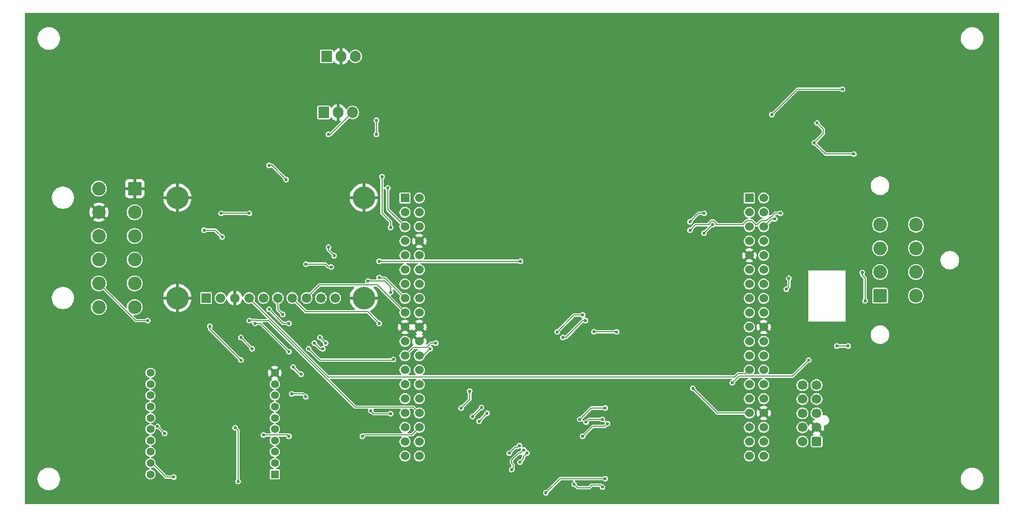
<source format=gbr>
%TF.GenerationSoftware,KiCad,Pcbnew,9.0.0*%
%TF.CreationDate,2025-03-11T12:16:19-07:00*%
%TF.ProjectId,TelemMainV3,54656c65-6d4d-4616-996e-56332e6b6963,3.0*%
%TF.SameCoordinates,Original*%
%TF.FileFunction,Copper,L2,Bot*%
%TF.FilePolarity,Positive*%
%FSLAX46Y46*%
G04 Gerber Fmt 4.6, Leading zero omitted, Abs format (unit mm)*
G04 Created by KiCad (PCBNEW 9.0.0) date 2025-03-11 12:16:19*
%MOMM*%
%LPD*%
G01*
G04 APERTURE LIST*
G04 Aperture macros list*
%AMRoundRect*
0 Rectangle with rounded corners*
0 $1 Rounding radius*
0 $2 $3 $4 $5 $6 $7 $8 $9 X,Y pos of 4 corners*
0 Add a 4 corners polygon primitive as box body*
4,1,4,$2,$3,$4,$5,$6,$7,$8,$9,$2,$3,0*
0 Add four circle primitives for the rounded corners*
1,1,$1+$1,$2,$3*
1,1,$1+$1,$4,$5*
1,1,$1+$1,$6,$7*
1,1,$1+$1,$8,$9*
0 Add four rect primitives between the rounded corners*
20,1,$1+$1,$2,$3,$4,$5,0*
20,1,$1+$1,$4,$5,$6,$7,0*
20,1,$1+$1,$6,$7,$8,$9,0*
20,1,$1+$1,$8,$9,$2,$3,0*%
G04 Aperture macros list end*
%TA.AperFunction,ComponentPad*%
%ADD10R,1.676400X1.676400*%
%TD*%
%TA.AperFunction,ComponentPad*%
%ADD11C,1.676400*%
%TD*%
%TA.AperFunction,ComponentPad*%
%ADD12C,4.000000*%
%TD*%
%TA.AperFunction,ComponentPad*%
%ADD13R,1.400000X1.400000*%
%TD*%
%TA.AperFunction,ComponentPad*%
%ADD14C,1.400000*%
%TD*%
%TA.AperFunction,ComponentPad*%
%ADD15RoundRect,0.250000X0.950000X-0.950000X0.950000X0.950000X-0.950000X0.950000X-0.950000X-0.950000X0*%
%TD*%
%TA.AperFunction,ComponentPad*%
%ADD16C,2.400000*%
%TD*%
%TA.AperFunction,ComponentPad*%
%ADD17R,1.905000X2.000000*%
%TD*%
%TA.AperFunction,ComponentPad*%
%ADD18O,1.905000X2.000000*%
%TD*%
%TA.AperFunction,ComponentPad*%
%ADD19RoundRect,0.250000X-0.950000X0.950000X-0.950000X-0.950000X0.950000X-0.950000X0.950000X0.950000X0*%
%TD*%
%TA.AperFunction,ComponentPad*%
%ADD20R,1.530000X1.530000*%
%TD*%
%TA.AperFunction,ComponentPad*%
%ADD21C,1.530000*%
%TD*%
%TA.AperFunction,ComponentPad*%
%ADD22RoundRect,0.250000X0.600000X0.600000X-0.600000X0.600000X-0.600000X-0.600000X0.600000X-0.600000X0*%
%TD*%
%TA.AperFunction,ComponentPad*%
%ADD23C,1.700000*%
%TD*%
%TA.AperFunction,ViaPad*%
%ADD24C,0.600000*%
%TD*%
%TA.AperFunction,Conductor*%
%ADD25C,0.200000*%
%TD*%
%TA.AperFunction,Conductor*%
%ADD26C,0.150000*%
%TD*%
G04 APERTURE END LIST*
D10*
%TO.P,U8,1,VIN*%
%TO.N,+5V*%
X93332000Y-103000000D03*
D11*
%TO.P,U8,2,3V3*%
%TO.N,unconnected-(U8-3V3-Pad2)*%
X95872000Y-103000000D03*
%TO.P,U8,3,GND*%
%TO.N,GND*%
X98412000Y-103000000D03*
%TO.P,U8,4,SCL*%
%TO.N,IMU SCL*%
X100952000Y-103000000D03*
%TO.P,U8,5,SDA*%
%TO.N,IMU SDA*%
X103492000Y-103000000D03*
%TO.P,U8,6,GINT*%
%TO.N,IMU GINT*%
X106032000Y-103000000D03*
%TO.P,U8,7,GRDY*%
%TO.N,IMU GRDY*%
X108572000Y-103000000D03*
%TO.P,U8,8,LINT1*%
%TO.N,IMU LINT1*%
X111112000Y-103000000D03*
%TO.P,U8,9,LINT2*%
%TO.N,IMU LINT2*%
X113652000Y-103000000D03*
%TO.P,U8,10,LRDY*%
%TO.N,IMU LRDY*%
X116192000Y-103000000D03*
D12*
%TO.P,U8,GND,GND2*%
%TO.N,GND*%
X88252000Y-85220000D03*
X88252000Y-103000000D03*
X121272000Y-85220000D03*
X121272000Y-103000000D03*
%TD*%
D13*
%TO.P,U5,1,VCC*%
%TO.N,+3V3*%
X105500000Y-134250000D03*
D14*
%TO.P,U5,2,DOUT/DIO13*%
%TO.N,unconnected-(U5-DOUT{slash}DIO13-Pad2)*%
X105500000Y-132250000D03*
%TO.P,U5,3,DIN/NCONFIG/DIO14*%
%TO.N,unconnected-(U5-DIN{slash}NCONFIG{slash}DIO14-Pad3)*%
X105500000Y-130250000D03*
%TO.P,U5,4,DIO12/SPI_MISO*%
%TO.N,Radio MISO1*%
X105500000Y-128250000D03*
%TO.P,U5,5,~{RESET}*%
%TO.N,Radio Reset*%
X105500000Y-126250000D03*
%TO.P,U5,6,DIO10/PWM0*%
%TO.N,unconnected-(U5-DIO10{slash}PWM0-Pad6)*%
X105500000Y-124250000D03*
%TO.P,U5,7,DIO11/PWM1*%
%TO.N,unconnected-(U5-DIO11{slash}PWM1-Pad7)*%
X105500000Y-122250000D03*
%TO.P,U5,8*%
%TO.N,N/C*%
X105500000Y-120250000D03*
%TO.P,U5,9,NDTR/SLEEP_RQ/DIO8*%
%TO.N,unconnected-(U5-NDTR{slash}SLEEP_RQ{slash}DIO8-Pad9)*%
X105500000Y-118250000D03*
%TO.P,U5,10,GND*%
%TO.N,GND*%
X105500000Y-116250000D03*
%TO.P,U5,11,DIO4/SPI_MOSI*%
%TO.N,Radio MOSI1*%
X83500000Y-116250000D03*
%TO.P,U5,12,NCTS/DIO7*%
%TO.N,unconnected-(U5-NCTS{slash}DIO7-Pad12)*%
X83500000Y-118250000D03*
%TO.P,U5,13,ON_NSLEEP/DIO9*%
%TO.N,unconnected-(U5-ON_NSLEEP{slash}DIO9-Pad13)*%
X83500000Y-120250000D03*
%TO.P,U5,14,VREF*%
%TO.N,unconnected-(U5-VREF-Pad14)*%
X83500000Y-122250000D03*
%TO.P,U5,15,ASSOCIATE/DIO5*%
%TO.N,unconnected-(U5-ASSOCIATE{slash}DIO5-Pad15)*%
X83500000Y-124250000D03*
%TO.P,U5,16,NRTS/DIO6*%
%TO.N,unconnected-(U5-NRTS{slash}DIO6-Pad16)*%
X83500000Y-126250000D03*
%TO.P,U5,17,AD3/DIO3/SPI_NSSEL*%
%TO.N,Radio CS1*%
X83500000Y-128250000D03*
%TO.P,U5,18,AD2/DIO2/SPI_CLK*%
%TO.N,Radio SCK1*%
X83500000Y-130250000D03*
%TO.P,U5,19,AD1/DIO1/SPI_NATTN*%
%TO.N,Radio ATTN*%
X83500000Y-132250000D03*
%TO.P,U5,20,AD0/DIO0*%
%TO.N,unconnected-(U5-AD0{slash}DIO0-Pad20)*%
X83500000Y-134250000D03*
%TD*%
D15*
%TO.P,J3,1,Pin_1*%
%TO.N,GND*%
X80700000Y-83610000D03*
D16*
%TO.P,J3,2,Pin_2*%
%TO.N,+12VIN*%
X80700000Y-87810000D03*
%TO.P,J3,3,Pin_3*%
%TO.N,+3V3*%
X80700000Y-92010000D03*
%TO.P,J3,4,Pin_4*%
%TO.N,Steering Sensor*%
X80700000Y-96210000D03*
%TO.P,J3,5,Pin_5*%
%TO.N,Brake Sensor F*%
X80700000Y-100410000D03*
%TO.P,J3,6,Pin_6*%
%TO.N,Brake Sensor B*%
X80700000Y-104610000D03*
%TO.P,J3,7,Pin_7*%
%TO.N,Acc Intake Temp*%
X74350000Y-104610000D03*
%TO.P,J3,8,Pin_8*%
%TO.N,Acc Exhaust Temp*%
X74350000Y-100410000D03*
%TO.P,J3,9,Pin_9*%
%TO.N,Acc Intake Pressure*%
X74350000Y-96210000D03*
%TO.P,J3,10,Pin_10*%
%TO.N,Acc Intake Flow Rate*%
X74350000Y-92010000D03*
%TO.P,J3,11,Pin_11*%
%TO.N,GND*%
X74350000Y-87810000D03*
%TO.P,J3,12,Pin_12*%
%TO.N,unconnected-(J3-Pin_12-Pad12)*%
X74350000Y-83610000D03*
%TD*%
D17*
%TO.P,U1,1,VI*%
%TO.N,+12V*%
X114177000Y-70125000D03*
D18*
%TO.P,U1,2,GND*%
%TO.N,GND*%
X116717000Y-70125000D03*
%TO.P,U1,3,VO*%
%TO.N,+5V*%
X119257000Y-70125000D03*
%TD*%
D17*
%TO.P,U2,1,VI*%
%TO.N,+12V*%
X114677000Y-60180000D03*
D18*
%TO.P,U2,2,GND*%
%TO.N,GND*%
X117217000Y-60180000D03*
%TO.P,U2,3,VO*%
%TO.N,+9V*%
X119757000Y-60180000D03*
%TD*%
D19*
%TO.P,J1,1,Pin_1*%
%TO.N,CAN1_L*%
X212650000Y-102600000D03*
D16*
%TO.P,J1,2,Pin_2*%
X212650000Y-98400000D03*
%TO.P,J1,3,Pin_3*%
%TO.N,CAN1_H*%
X212650000Y-94200000D03*
%TO.P,J1,4,Pin_4*%
X212650000Y-90000000D03*
%TO.P,J1,5,Pin_5*%
%TO.N,unconnected-(J1-Pin_5-Pad5)*%
X219000000Y-90000000D03*
%TO.P,J1,6,Pin_6*%
%TO.N,unconnected-(J1-Pin_6-Pad6)*%
X219000000Y-94200000D03*
%TO.P,J1,7,Pin_7*%
%TO.N,unconnected-(J1-Pin_7-Pad7)*%
X219000000Y-98400000D03*
%TO.P,J1,8,Pin_8*%
%TO.N,unconnected-(J1-Pin_8-Pad8)*%
X219000000Y-102600000D03*
%TD*%
D20*
%TO.P,U3,CN7_1,PC10*%
%TO.N,Dash SCK3*%
X128547000Y-85285000D03*
D21*
%TO.P,U3,CN7_2,PC11*%
%TO.N,Dash MISO3*%
X131087000Y-85285000D03*
%TO.P,U3,CN7_3,PC12*%
%TO.N,Dash MOSI3*%
X128547000Y-87825000D03*
%TO.P,U3,CN7_4,PD2*%
%TO.N,Dash CS3*%
X131087000Y-87825000D03*
%TO.P,U3,CN7_5,VDD*%
%TO.N,+3V3*%
X128547000Y-90365000D03*
%TO.P,U3,CN7_6,E5V*%
%TO.N,unconnected-(U3A-E5V-PadCN7_6)*%
X131087000Y-90365000D03*
%TO.P,U3,CN7_7,BOOT0*%
%TO.N,unconnected-(U3A-BOOT0-PadCN7_7)*%
X128547000Y-92905000D03*
%TO.P,U3,CN7_8,CN7_GND*%
%TO.N,GND*%
X131087000Y-92905000D03*
%TO.P,U3,CN7_9,NC*%
%TO.N,unconnected-(U3A-NC-PadCN7_9)*%
X128547000Y-95445000D03*
%TO.P,U3,CN7_10,NC*%
%TO.N,unconnected-(U3A-NC-PadCN7_10)*%
X131087000Y-95445000D03*
%TO.P,U3,CN7_11,NC*%
%TO.N,unconnected-(U3A-NC-PadCN7_11)*%
X128547000Y-97985000D03*
%TO.P,U3,CN7_12,CN7_IOREF*%
%TO.N,unconnected-(U3A-CN7_IOREF-PadCN7_12)*%
X131087000Y-97985000D03*
%TO.P,U3,CN7_13,PA13*%
%TO.N,IMU LRDY*%
X128547000Y-100525000D03*
%TO.P,U3,CN7_14,CN7_RESET*%
%TO.N,unconnected-(U3A-CN7_RESET-PadCN7_14)*%
X131087000Y-100525000D03*
%TO.P,U3,CN7_15,PA14*%
%TO.N,IMU LINT2*%
X128547000Y-103065000D03*
%TO.P,U3,CN7_16,CN7_+3V3*%
%TO.N,+3V3*%
X131087000Y-103065000D03*
%TO.P,U3,CN7_17,PA15*%
%TO.N,IMU LINT1*%
X128547000Y-105605000D03*
%TO.P,U3,CN7_18,CN7_+5V*%
%TO.N,unconnected-(U3A-CN7_+5V-PadCN7_18)*%
X131087000Y-105605000D03*
%TO.P,U3,CN7_19,CN7_GND__1*%
%TO.N,GND*%
X128547000Y-108145000D03*
%TO.P,U3,CN7_20,CN7_GND__2*%
X131087000Y-108145000D03*
%TO.P,U3,CN7_21,PB7*%
%TO.N,PD*%
X128547000Y-110685000D03*
%TO.P,U3,CN7_22,CN7_GND__3*%
%TO.N,GND*%
X131087000Y-110685000D03*
%TO.P,U3,CN7_23,PC13*%
%TO.N,INT*%
X128547000Y-113225000D03*
%TO.P,U3,CN7_24,CN7_VIN*%
%TO.N,+9V*%
X131087000Y-113225000D03*
%TO.P,U3,CN7_25,PC14*%
%TO.N,unconnected-(U3A-PC14-PadCN7_25)*%
X128547000Y-115765000D03*
%TO.P,U3,CN7_26,NC*%
%TO.N,unconnected-(U3A-NC-PadCN7_26)*%
X131087000Y-115765000D03*
%TO.P,U3,CN7_27,PC15*%
%TO.N,unconnected-(U3A-PC15-PadCN7_27)*%
X128547000Y-118305000D03*
%TO.P,U3,CN7_28,PA0*%
%TO.N,Acc Intake Flow Rate*%
X131087000Y-118305000D03*
%TO.P,U3,CN7_29,PH0*%
%TO.N,IMU GRDY*%
X128547000Y-120845000D03*
%TO.P,U3,CN7_30,PA1*%
%TO.N,Acc Intake Pressure*%
X131087000Y-120845000D03*
%TO.P,U3,CN7_31,PH1*%
%TO.N,IMU GINT*%
X128547000Y-123385000D03*
%TO.P,U3,CN7_32,PA4*%
%TO.N,Acc Exhaust Temp*%
X131087000Y-123385000D03*
%TO.P,U3,CN7_33,VBAT*%
%TO.N,unconnected-(U3A-VBAT-PadCN7_33)*%
X128547000Y-125925000D03*
%TO.P,U3,CN7_34,PB0*%
%TO.N,Acc Intake Temp*%
X131087000Y-125925000D03*
%TO.P,U3,CN7_35,PC2*%
%TO.N,Net-(U3A-PC2)*%
X128547000Y-128465000D03*
%TO.P,U3,CN7_36,PC1/PB9*%
%TO.N,Brake Sensor F 3V3*%
X131087000Y-128465000D03*
%TO.P,U3,CN7_37,PC3*%
%TO.N,unconnected-(U3A-PC3-PadCN7_37)*%
X128547000Y-131005000D03*
%TO.P,U3,CN7_38,PC0/PB8*%
%TO.N,Brake Sensor R 3V3*%
X131087000Y-131005000D03*
D20*
%TO.P,U3,CN10_1,PC9*%
%TO.N,unconnected-(U3B-PC9-PadCN10_1)*%
X189507000Y-85285000D03*
D21*
%TO.P,U3,CN10_2,PC8*%
%TO.N,Radio CS1*%
X192047000Y-85285000D03*
%TO.P,U3,CN10_3,PB8*%
%TO.N,CAN1_RX*%
X189507000Y-87825000D03*
%TO.P,U3,CN10_4,PC6*%
%TO.N,unconnected-(U3B-PC6-PadCN10_4)*%
X192047000Y-87825000D03*
%TO.P,U3,CN10_5,PB9*%
%TO.N,CAN1_TX*%
X189507000Y-90365000D03*
%TO.P,U3,CN10_6,PC5*%
%TO.N,Steering Sensor 3V3*%
X192047000Y-90365000D03*
%TO.P,U3,CN10_7,AVDD*%
%TO.N,unconnected-(U3B-AVDD-PadCN10_7)*%
X189507000Y-92905000D03*
%TO.P,U3,CN10_8,U5V*%
%TO.N,unconnected-(U3B-U5V-PadCN10_8)*%
X192047000Y-92905000D03*
%TO.P,U3,CN10_9,CN10_GND*%
%TO.N,GND*%
X189507000Y-95445000D03*
%TO.P,U3,CN10_10,NC*%
%TO.N,unconnected-(U3B-NC-PadCN10_10)*%
X192047000Y-95445000D03*
%TO.P,U3,CN10_11,PA5*%
%TO.N,Radio SCK1*%
X189507000Y-97985000D03*
%TO.P,U3,CN10_12,PA12*%
%TO.N,unconnected-(U3B-PA12-PadCN10_12)*%
X192047000Y-97985000D03*
%TO.P,U3,CN10_13,PA6*%
%TO.N,Radio MISO1*%
X189507000Y-100525000D03*
%TO.P,U3,CN10_14,PA11*%
%TO.N,unconnected-(U3B-PA11-PadCN10_14)*%
X192047000Y-100525000D03*
%TO.P,U3,CN10_15,PA7*%
%TO.N,Radio MOSI1*%
X189507000Y-103065000D03*
%TO.P,U3,CN10_16,PB12*%
%TO.N,SD CS2*%
X192047000Y-103065000D03*
%TO.P,U3,CN10_17,PB6*%
%TO.N,unconnected-(U3B-PB6-PadCN10_17)*%
X189507000Y-105605000D03*
%TO.P,U3,CN10_18,NC*%
%TO.N,unconnected-(U3B-NC-PadCN10_18)*%
X192047000Y-105605000D03*
%TO.P,U3,CN10_19,PC7*%
%TO.N,Radio Reset*%
X189507000Y-108145000D03*
%TO.P,U3,CN10_20,CN10_GND__1*%
%TO.N,GND*%
X192047000Y-108145000D03*
%TO.P,U3,CN10_21,PA9*%
%TO.N,Radio ATTN*%
X189507000Y-110685000D03*
%TO.P,U3,CN10_22,PB2*%
%TO.N,unconnected-(U3B-PB2-PadCN10_22)*%
X192047000Y-110685000D03*
%TO.P,U3,CN10_23,PA8*%
%TO.N,unconnected-(U3B-PA8-PadCN10_23)*%
X189507000Y-113225000D03*
%TO.P,U3,CN10_24,PB1*%
%TO.N,SD Card Detect T{slash}F*%
X192047000Y-113225000D03*
%TO.P,U3,CN10_25,PB10*%
%TO.N,IMU SCL*%
X189507000Y-115765000D03*
%TO.P,U3,CN10_26,PB15*%
%TO.N,SD MOSI2*%
X192047000Y-115765000D03*
%TO.P,U3,CN10_27,PB4*%
%TO.N,unconnected-(U3B-PB4-PadCN10_27)*%
X189507000Y-118305000D03*
%TO.P,U3,CN10_28,PB14*%
%TO.N,SD MISO2*%
X192047000Y-118305000D03*
%TO.P,U3,CN10_29,PB5*%
%TO.N,unconnected-(U3B-PB5-PadCN10_29)*%
X189507000Y-120845000D03*
%TO.P,U3,CN10_30,PB13*%
%TO.N,SD SCK2*%
X192047000Y-120845000D03*
%TO.P,U3,CN10_31,PB3*%
%TO.N,IMU SDA*%
X189507000Y-123385000D03*
%TO.P,U3,CN10_32,AGND*%
%TO.N,GND*%
X192047000Y-123385000D03*
%TO.P,U3,CN10_33,PA10*%
%TO.N,unconnected-(U3B-PA10-PadCN10_33)*%
X189507000Y-125925000D03*
%TO.P,U3,CN10_34,PC4*%
%TO.N,unconnected-(U3B-PC4-PadCN10_34)*%
X192047000Y-125925000D03*
%TO.P,U3,CN10_35,PA2*%
%TO.N,unconnected-(U3B-PA2-PadCN10_35)*%
X189507000Y-128465000D03*
%TO.P,U3,CN10_36,NC*%
%TO.N,unconnected-(U3B-NC-PadCN10_36)*%
X192047000Y-128465000D03*
%TO.P,U3,CN10_37,PA3*%
%TO.N,unconnected-(U3B-PA3-PadCN10_37)*%
X189507000Y-131005000D03*
%TO.P,U3,CN10_38,NC*%
%TO.N,unconnected-(U3B-NC-PadCN10_38)*%
X192047000Y-131005000D03*
%TD*%
D22*
%TO.P,J4,1,Pin_1*%
%TO.N,+3V3*%
X201417000Y-128430000D03*
D23*
%TO.P,J4,2,Pin_2*%
%TO.N,GND*%
X201417000Y-125930000D03*
%TO.P,J4,3,Pin_3*%
%TO.N,SD SCK2*%
X201417000Y-123430000D03*
%TO.P,J4,4,Pin_4*%
%TO.N,SD MISO2*%
X201417000Y-120930000D03*
%TO.P,J4,5,Pin_5*%
%TO.N,SD MOSI2*%
X201417000Y-118430000D03*
%TO.P,J4,6,Pin_6*%
%TO.N,SD CS2*%
X198917000Y-128430000D03*
%TO.P,J4,7,Pin_7*%
%TO.N,unconnected-(J4-Pin_7-Pad7)*%
X198917000Y-125930000D03*
%TO.P,J4,8,Pin_8*%
%TO.N,unconnected-(J4-Pin_8-Pad8)*%
X198917000Y-123430000D03*
%TO.P,J4,9,Pin_9*%
%TO.N,SD Card Detect T{slash}F*%
X198917000Y-120930000D03*
%TO.P,J4,10*%
%TO.N,N/C*%
X198917000Y-118430000D03*
%TD*%
D24*
%TO.N,GND*%
X200500000Y-72000000D03*
X154650000Y-137819998D03*
X122500000Y-132500000D03*
X156500000Y-137000000D03*
X164833265Y-137515265D03*
X82000000Y-60500000D03*
X208000000Y-108000000D03*
X166500000Y-138000000D03*
X159500000Y-137500000D03*
X201000000Y-63500000D03*
X117000000Y-107500000D03*
X202500000Y-90000000D03*
X119500000Y-108000000D03*
X163209383Y-137489743D03*
X152500000Y-137500000D03*
X204000000Y-111000000D03*
X136500000Y-111000000D03*
X198500000Y-107500000D03*
X82500000Y-72000000D03*
X200500000Y-79500000D03*
X206000000Y-86000000D03*
X118000000Y-75000000D03*
X161850000Y-136750000D03*
X160850000Y-136000000D03*
X150500000Y-138000000D03*
%TO.N,+12V*%
X115000000Y-94000000D03*
X116000000Y-95500000D03*
X104500000Y-79500000D03*
X113500000Y-110000000D03*
X107500000Y-82000000D03*
X114500000Y-111000000D03*
%TO.N,+5V*%
X115000000Y-74000000D03*
X201000000Y-75500000D03*
X209500000Y-98500000D03*
X186500000Y-118000000D03*
X94000000Y-108000000D03*
X164000000Y-135000000D03*
X201500000Y-71980000D03*
X210000000Y-103500000D03*
X208000000Y-77500000D03*
X200000000Y-114000000D03*
X153500000Y-137500000D03*
X98500000Y-126000000D03*
X99000000Y-135500000D03*
X99500000Y-114000000D03*
X205000000Y-111500000D03*
X207000000Y-111500000D03*
%TO.N,+9V*%
X124500000Y-81500000D03*
X133000000Y-112000000D03*
X123500000Y-74000000D03*
X123500000Y-71500000D03*
X126000000Y-90500000D03*
%TO.N,+3V3*%
X138500000Y-122500000D03*
X125500000Y-83500000D03*
X196500000Y-99500000D03*
X196075735Y-101424265D03*
X158500000Y-136000000D03*
X101000000Y-88000000D03*
X163500000Y-136500000D03*
X140000000Y-119500000D03*
X96000000Y-88000000D03*
%TO.N,Acc Intake Flow Rate*%
X102012000Y-107500000D03*
X108000000Y-112500000D03*
X126500000Y-113900000D03*
X111500000Y-112000000D03*
%TO.N,Brake Sensor F*%
X206000000Y-66000000D03*
X193500000Y-70500000D03*
%TO.N,Acc Intake Temp*%
X108000000Y-127500000D03*
X103500000Y-127274000D03*
X121000000Y-127500000D03*
X84750000Y-125750000D03*
X86000000Y-127000000D03*
%TO.N,Acc Intake Pressure*%
X122500000Y-123000000D03*
X108500000Y-120000000D03*
X101500000Y-112000000D03*
X126000000Y-123500000D03*
X111000000Y-120500000D03*
X99500000Y-110000000D03*
%TO.N,Acc Exhaust Temp*%
X83000000Y-107000000D03*
X101000000Y-107000000D03*
%TO.N,Brake Sensor F 3V3*%
X155500000Y-109000000D03*
X140500000Y-124000000D03*
X160000000Y-106000000D03*
X142082315Y-122417685D03*
X179000000Y-91000000D03*
X195000000Y-88000000D03*
%TO.N,Brake Sensor R 3V3*%
X179000000Y-89500000D03*
X156500000Y-110000000D03*
X141666685Y-124833315D03*
X160500000Y-107000000D03*
X181500000Y-88000000D03*
X143082315Y-123417685D03*
%TO.N,Steering Sensor 3V3*%
X194000000Y-89000000D03*
%TO.N,IMU GINT*%
X106924265Y-105924265D03*
X108750000Y-115250000D03*
X110157200Y-116500000D03*
%TO.N,IMU LINT2*%
X124000000Y-99400000D03*
%TO.N,+12VIN*%
X93000000Y-91000000D03*
X112500000Y-111000000D03*
X108000000Y-107500000D03*
X104500000Y-105000000D03*
X96190137Y-92190137D03*
X114000000Y-112000000D03*
%TO.N,IMU LRDY*%
X126000000Y-102000000D03*
X122000000Y-100000000D03*
%TO.N,IMU GRDY*%
X124000000Y-107500000D03*
%TO.N,INT*%
X134000000Y-111000000D03*
%TO.N,Radio ATTN*%
X87624265Y-134724265D03*
X149582315Y-129917685D03*
X163500000Y-124500000D03*
X147424265Y-133424265D03*
X160598000Y-125000000D03*
%TO.N,Radio CS1*%
X181500000Y-91500000D03*
X148916685Y-132083315D03*
X150148002Y-130483372D03*
X183000000Y-90000000D03*
X160000000Y-127500000D03*
X164400000Y-125261682D03*
%TO.N,Radio Reset*%
X147000000Y-130500000D03*
X159500000Y-124500000D03*
X164000000Y-122500000D03*
X148814939Y-129150309D03*
%TO.N,IMU SDA*%
X115500000Y-97500000D03*
X162002826Y-108982939D03*
X149000000Y-96500000D03*
X166000000Y-109000000D03*
X124000000Y-96500000D03*
X179500000Y-119000000D03*
X111000000Y-97000000D03*
%TD*%
D25*
%TO.N,+12V*%
X116000000Y-95500000D02*
X115000000Y-94500000D01*
X105000000Y-79500000D02*
X104500000Y-79500000D01*
X107500000Y-82000000D02*
X105000000Y-79500000D01*
X115000000Y-94500000D02*
X115000000Y-94000000D01*
X114500000Y-111000000D02*
X113500000Y-110000000D01*
%TO.N,+5V*%
X99000000Y-135500000D02*
X99000000Y-126500000D01*
X94000000Y-108000000D02*
X94000000Y-108500000D01*
X115382000Y-74000000D02*
X119257000Y-70125000D01*
X153500000Y-137500000D02*
X156000000Y-135000000D01*
X187669000Y-116831000D02*
X197169000Y-116831000D01*
X115000000Y-74000000D02*
X115382000Y-74000000D01*
X156000000Y-135000000D02*
X164000000Y-135000000D01*
X202601000Y-73081000D02*
X202601000Y-73899000D01*
X209500000Y-99000000D02*
X209500000Y-98500000D01*
X186500000Y-118000000D02*
X187669000Y-116831000D01*
X99000000Y-126500000D02*
X98500000Y-126000000D01*
X197169000Y-116831000D02*
X200000000Y-114000000D01*
X94000000Y-108500000D02*
X99500000Y-114000000D01*
X210000000Y-99500000D02*
X209500000Y-99000000D01*
X210000000Y-103500000D02*
X210000000Y-99500000D01*
X203000000Y-77500000D02*
X201000000Y-75500000D01*
X208000000Y-77500000D02*
X203000000Y-77500000D01*
X205000000Y-111500000D02*
X207000000Y-111500000D01*
X202601000Y-73899000D02*
X201000000Y-75500000D01*
X201500000Y-71980000D02*
X202601000Y-73081000D01*
%TO.N,+9V*%
X133000000Y-112000000D02*
X131775000Y-113225000D01*
X123500000Y-71500000D02*
X123500000Y-74000000D01*
X126000000Y-89500000D02*
X124500000Y-88000000D01*
X131775000Y-113225000D02*
X131087000Y-113225000D01*
X126000000Y-90500000D02*
X126000000Y-89500000D01*
X124500000Y-88000000D02*
X124500000Y-81500000D01*
%TO.N,+3V3*%
X125500000Y-83500000D02*
X125500000Y-87318000D01*
X161601057Y-136149000D02*
X163149000Y-136149000D01*
X161149058Y-136601000D02*
X161601057Y-136149000D01*
X159101000Y-136601000D02*
X161149058Y-136601000D01*
X163149000Y-136149000D02*
X163500000Y-136500000D01*
X125500000Y-87318000D02*
X128547000Y-90365000D01*
X138500000Y-122500000D02*
X140000000Y-121000000D01*
X96000000Y-88000000D02*
X101000000Y-88000000D01*
X196075735Y-101424265D02*
X196500000Y-101000000D01*
X196500000Y-101000000D02*
X196500000Y-99500000D01*
X158500000Y-136000000D02*
X159101000Y-136601000D01*
X140000000Y-121000000D02*
X140000000Y-119500000D01*
D26*
%TO.N,Acc Intake Flow Rate*%
X126500000Y-113900000D02*
X126400000Y-114000000D01*
X103000000Y-107500000D02*
X108000000Y-112500000D01*
X113500000Y-114000000D02*
X111500000Y-112000000D01*
X126400000Y-114000000D02*
X113500000Y-114000000D01*
X102012000Y-107500000D02*
X103000000Y-107500000D01*
%TO.N,Brake Sensor F*%
X206000000Y-66000000D02*
X198000000Y-66000000D01*
X198000000Y-66000000D02*
X193500000Y-70500000D01*
%TO.N,Acc Intake Temp*%
X103500000Y-127274000D02*
X107774000Y-127274000D01*
X129786000Y-127226000D02*
X121274000Y-127226000D01*
X121274000Y-127226000D02*
X121000000Y-127500000D01*
X131087000Y-125925000D02*
X129786000Y-127226000D01*
X107774000Y-127274000D02*
X108000000Y-127500000D01*
X86000000Y-127000000D02*
X84750000Y-125750000D01*
%TO.N,Acc Intake Pressure*%
X101500000Y-112000000D02*
X99500000Y-110000000D01*
X122500000Y-123000000D02*
X123000000Y-123500000D01*
X110500000Y-120000000D02*
X111000000Y-120500000D01*
X108500000Y-120000000D02*
X110500000Y-120000000D01*
X123000000Y-123500000D02*
X126000000Y-123500000D01*
%TO.N,Acc Exhaust Temp*%
X119764256Y-122344000D02*
X130046000Y-122344000D01*
X102250588Y-106924000D02*
X101076000Y-106924000D01*
X101076000Y-106924000D02*
X101000000Y-107000000D01*
X74350000Y-100410000D02*
X80940000Y-107000000D01*
X104420256Y-107000000D02*
X119764256Y-122344000D01*
X102326588Y-107000000D02*
X104420256Y-107000000D01*
X130046000Y-122344000D02*
X131087000Y-123385000D01*
X80940000Y-107000000D02*
X83000000Y-107000000D01*
X102326588Y-107000000D02*
X102250588Y-106924000D01*
D25*
%TO.N,Brake Sensor F 3V3*%
X193245900Y-88599000D02*
X192517226Y-89327674D01*
X189065448Y-89299000D02*
X188441000Y-89923448D01*
X191605448Y-89299000D02*
X190981000Y-89923448D01*
X140500000Y-124000000D02*
X142082315Y-122417685D01*
X190981000Y-90000000D02*
X190573000Y-90000000D01*
X192517226Y-89327674D02*
X192488552Y-89299000D01*
X188441000Y-89923448D02*
X188441000Y-90000000D01*
X190573000Y-90000000D02*
X190573000Y-89923448D01*
X183248943Y-89399000D02*
X182751057Y-89399000D01*
X182399000Y-89751057D02*
X182399000Y-90000000D01*
X190573000Y-89923448D02*
X189948552Y-89299000D01*
X182399000Y-90000000D02*
X180000000Y-90000000D01*
X158500000Y-106000000D02*
X160000000Y-106000000D01*
X183601000Y-89751057D02*
X183248943Y-89399000D01*
X182751057Y-89399000D02*
X182399000Y-89751057D01*
X193401000Y-88599000D02*
X193245900Y-88599000D01*
X180000000Y-90000000D02*
X179000000Y-91000000D01*
X190981000Y-89923448D02*
X190981000Y-90000000D01*
X195000000Y-88000000D02*
X194000000Y-88000000D01*
X192488552Y-89299000D02*
X191605448Y-89299000D01*
X188441000Y-90000000D02*
X183601000Y-90000000D01*
X155500000Y-109000000D02*
X158500000Y-106000000D01*
X183601000Y-90000000D02*
X183601000Y-89751057D01*
X194000000Y-88000000D02*
X193401000Y-88599000D01*
X189948552Y-89299000D02*
X189065448Y-89299000D01*
%TO.N,Brake Sensor R 3V3*%
X180500000Y-88000000D02*
X181500000Y-88000000D01*
X157000000Y-110000000D02*
X160000000Y-107000000D01*
X141666685Y-124833315D02*
X143082315Y-123417685D01*
X179000000Y-89500000D02*
X180500000Y-88000000D01*
X160000000Y-107000000D02*
X160500000Y-107000000D01*
X156500000Y-110000000D02*
X157000000Y-110000000D01*
%TO.N,Steering Sensor 3V3*%
X192047000Y-90365000D02*
X193412000Y-89000000D01*
X193412000Y-89000000D02*
X194000000Y-89000000D01*
%TO.N,IMU GINT*%
X110157200Y-116500000D02*
X110000000Y-116500000D01*
X106032000Y-105032000D02*
X106032000Y-103000000D01*
X110000000Y-116500000D02*
X108750000Y-115250000D01*
X106924265Y-105924265D02*
X106032000Y-105032000D01*
%TO.N,IMU LINT1*%
X111112000Y-103000000D02*
X113413000Y-100699000D01*
X113413000Y-100699000D02*
X123641000Y-100699000D01*
X123641000Y-100699000D02*
X128547000Y-105605000D01*
%TO.N,IMU LINT2*%
X124982000Y-99500000D02*
X128547000Y-103065000D01*
X124000000Y-99400000D02*
X124100000Y-99500000D01*
X124100000Y-99500000D02*
X124982000Y-99500000D01*
%TO.N,+12VIN*%
X104500000Y-105000000D02*
X107000000Y-107500000D01*
X113500000Y-112000000D02*
X114000000Y-112000000D01*
X96190137Y-92190137D02*
X95000000Y-91000000D01*
X112500000Y-111000000D02*
X113500000Y-112000000D01*
X95000000Y-91000000D02*
X93000000Y-91000000D01*
X107000000Y-107500000D02*
X108000000Y-107500000D01*
%TO.N,IMU LRDY*%
X124914900Y-100000000D02*
X126000000Y-101085100D01*
X126000000Y-101085100D02*
X126000000Y-102000000D01*
X122000000Y-100000000D02*
X124914900Y-100000000D01*
%TO.N,IMU GRDY*%
X111000000Y-105428000D02*
X121928000Y-105428000D01*
X108572000Y-103000000D02*
X111000000Y-105428000D01*
X121928000Y-105428000D02*
X124000000Y-107500000D01*
%TO.N,INT*%
X130021000Y-111751000D02*
X132399057Y-111751000D01*
X133150057Y-111000000D02*
X134000000Y-111000000D01*
X128547000Y-113225000D02*
X130021000Y-111751000D01*
X132399057Y-111751000D02*
X133150057Y-111000000D01*
%TO.N,Radio ATTN*%
X160598000Y-125000000D02*
X161098000Y-124500000D01*
X149000000Y-130500000D02*
X149582315Y-129917685D01*
X87624265Y-134724265D02*
X86224265Y-134724265D01*
X147674265Y-133174265D02*
X147674265Y-132524208D01*
X147399000Y-132248943D02*
X147399000Y-131751057D01*
X161098000Y-124500000D02*
X163500000Y-124500000D01*
X147424265Y-133424265D02*
X147674265Y-133174265D01*
X83750000Y-132250000D02*
X83500000Y-132250000D01*
X147674265Y-132524208D02*
X147399000Y-132248943D01*
X148650057Y-130500000D02*
X149000000Y-130500000D01*
X147399000Y-131751057D02*
X148650057Y-130500000D01*
X86224265Y-134724265D02*
X83750000Y-132250000D01*
%TO.N,Radio CS1*%
X163911682Y-125750000D02*
X161750000Y-125750000D01*
X149500000Y-131131374D02*
X150148002Y-130483372D01*
X149500000Y-131500000D02*
X149500000Y-131131374D01*
X164400000Y-125261682D02*
X163911682Y-125750000D01*
X181500000Y-91500000D02*
X183000000Y-90000000D01*
X148916685Y-132083315D02*
X149500000Y-131500000D01*
X161750000Y-125750000D02*
X160000000Y-127500000D01*
%TO.N,Radio Reset*%
X148500000Y-129465248D02*
X148034752Y-129465248D01*
X161500000Y-122500000D02*
X159500000Y-124500000D01*
X164000000Y-122500000D02*
X161500000Y-122500000D01*
X148034752Y-129465248D02*
X147000000Y-130500000D01*
X148814939Y-129150309D02*
X148500000Y-129465248D01*
%TO.N,IMU SCL*%
X188842000Y-116430000D02*
X189507000Y-115765000D01*
X114952000Y-117000000D02*
X186932900Y-117000000D01*
X187268000Y-116664900D02*
X187502900Y-116430000D01*
X187835100Y-116430000D02*
X188842000Y-116430000D01*
X186932900Y-117000000D02*
X187268000Y-116664900D01*
X100952000Y-103000000D02*
X114952000Y-117000000D01*
X187502900Y-116430000D02*
X187835100Y-116430000D01*
%TO.N,IMU SDA*%
X179500000Y-119000000D02*
X183885000Y-123385000D01*
X148989000Y-96511000D02*
X149000000Y-96500000D01*
X183885000Y-123385000D02*
X189507000Y-123385000D01*
X115000000Y-97500000D02*
X114500000Y-97000000D01*
X124000000Y-96500000D02*
X124011000Y-96511000D01*
X165982939Y-108982939D02*
X166000000Y-109000000D01*
X115500000Y-97500000D02*
X115000000Y-97500000D01*
X162002826Y-108982939D02*
X165982939Y-108982939D01*
X124011000Y-96511000D02*
X148989000Y-96511000D01*
X114500000Y-97000000D02*
X111000000Y-97000000D01*
%TD*%
%TA.AperFunction,Conductor*%
%TO.N,GND*%
G36*
X121465039Y-101019185D02*
G01*
X121510794Y-101071989D01*
X121522000Y-101123500D01*
X121522000Y-101774014D01*
X121370377Y-101750000D01*
X121173623Y-101750000D01*
X121022000Y-101774014D01*
X121022000Y-101123500D01*
X121041685Y-101056461D01*
X121094489Y-101010706D01*
X121146000Y-100999500D01*
X121398000Y-100999500D01*
X121465039Y-101019185D01*
G37*
%TD.AperFunction*%
%TA.AperFunction,Conductor*%
G36*
X233667539Y-52494185D02*
G01*
X233713294Y-52546989D01*
X233724500Y-52598500D01*
X233724500Y-139401500D01*
X233704815Y-139468539D01*
X233652011Y-139514294D01*
X233600500Y-139525500D01*
X61399500Y-139525500D01*
X61332461Y-139505815D01*
X61286706Y-139453011D01*
X61275500Y-139401500D01*
X61275500Y-137434108D01*
X152999500Y-137434108D01*
X152999500Y-137565891D01*
X153033608Y-137693187D01*
X153066554Y-137750250D01*
X153099500Y-137807314D01*
X153192686Y-137900500D01*
X153306814Y-137966392D01*
X153434108Y-138000500D01*
X153434110Y-138000500D01*
X153565890Y-138000500D01*
X153565892Y-138000500D01*
X153693186Y-137966392D01*
X153807314Y-137900500D01*
X153900500Y-137807314D01*
X153966392Y-137693186D01*
X154000500Y-137565892D01*
X154000500Y-137475832D01*
X154020185Y-137408793D01*
X154036819Y-137388151D01*
X156088152Y-135336819D01*
X156149475Y-135303334D01*
X156175833Y-135300500D01*
X158247794Y-135300500D01*
X158314833Y-135320185D01*
X158360588Y-135372989D01*
X158370532Y-135442147D01*
X158341507Y-135505703D01*
X158309794Y-135531887D01*
X158192689Y-135599497D01*
X158192683Y-135599502D01*
X158099502Y-135692683D01*
X158099500Y-135692686D01*
X158033608Y-135806812D01*
X157999500Y-135934108D01*
X157999500Y-136065892D01*
X158008505Y-136099500D01*
X158033608Y-136193187D01*
X158066554Y-136250250D01*
X158099500Y-136307314D01*
X158192686Y-136400500D01*
X158306814Y-136466392D01*
X158434108Y-136500500D01*
X158434110Y-136500500D01*
X158524167Y-136500500D01*
X158591206Y-136520185D01*
X158611848Y-136536819D01*
X158860540Y-136785511D01*
X158916489Y-136841460D01*
X158916491Y-136841461D01*
X158916495Y-136841464D01*
X158931355Y-136850043D01*
X158985011Y-136881021D01*
X159061438Y-136901500D01*
X159061440Y-136901500D01*
X161188618Y-136901500D01*
X161188620Y-136901500D01*
X161265047Y-136881021D01*
X161333569Y-136841460D01*
X161389518Y-136785511D01*
X161389518Y-136785510D01*
X161689209Y-136485819D01*
X161750532Y-136452334D01*
X161776890Y-136449500D01*
X162875500Y-136449500D01*
X162942539Y-136469185D01*
X162988294Y-136521989D01*
X162996156Y-136558132D01*
X162998439Y-136557832D01*
X162999500Y-136565891D01*
X163033608Y-136693187D01*
X163048468Y-136718924D01*
X163099500Y-136807314D01*
X163192686Y-136900500D01*
X163306814Y-136966392D01*
X163434108Y-137000500D01*
X163434110Y-137000500D01*
X163565890Y-137000500D01*
X163565892Y-137000500D01*
X163693186Y-136966392D01*
X163807314Y-136900500D01*
X163900500Y-136807314D01*
X163966392Y-136693186D01*
X164000500Y-136565892D01*
X164000500Y-136434108D01*
X163966392Y-136306814D01*
X163900500Y-136192686D01*
X163807314Y-136099500D01*
X163749102Y-136065891D01*
X163693187Y-136033608D01*
X163629539Y-136016554D01*
X163565892Y-135999500D01*
X163475833Y-135999500D01*
X163450227Y-135991981D01*
X163423832Y-135988069D01*
X163414328Y-135981440D01*
X163408794Y-135979815D01*
X163394224Y-135968859D01*
X163391093Y-135966122D01*
X163333511Y-135908540D01*
X163319585Y-135900500D01*
X163291007Y-135884000D01*
X163264990Y-135868979D01*
X163239513Y-135862152D01*
X163188562Y-135848500D01*
X161561495Y-135848500D01*
X161494096Y-135866559D01*
X161485064Y-135868980D01*
X161430473Y-135900499D01*
X161430472Y-135900499D01*
X161416552Y-135908535D01*
X161416544Y-135908541D01*
X161060906Y-136264181D01*
X160999583Y-136297666D01*
X160973225Y-136300500D01*
X159276833Y-136300500D01*
X159247392Y-136291855D01*
X159217406Y-136285332D01*
X159212390Y-136281577D01*
X159209794Y-136280815D01*
X159189152Y-136264181D01*
X159036819Y-136111848D01*
X159003334Y-136050525D01*
X159000500Y-136024167D01*
X159000500Y-135934110D01*
X159000500Y-135934108D01*
X158966392Y-135806814D01*
X158900500Y-135692686D01*
X158807314Y-135599500D01*
X158807312Y-135599499D01*
X158807310Y-135599497D01*
X158690206Y-135531887D01*
X158641990Y-135481320D01*
X158628768Y-135412713D01*
X158654736Y-135347848D01*
X158711650Y-135307320D01*
X158752206Y-135300500D01*
X163541324Y-135300500D01*
X163608363Y-135320185D01*
X163629005Y-135336819D01*
X163692686Y-135400500D01*
X163806814Y-135466392D01*
X163934108Y-135500500D01*
X163934110Y-135500500D01*
X164065890Y-135500500D01*
X164065892Y-135500500D01*
X164193186Y-135466392D01*
X164307314Y-135400500D01*
X164400500Y-135307314D01*
X164466392Y-135193186D01*
X164500500Y-135065892D01*
X164500500Y-134934108D01*
X164496953Y-134920872D01*
X226949500Y-134920872D01*
X226949500Y-135183127D01*
X226967545Y-135320185D01*
X226983730Y-135443116D01*
X227050601Y-135692683D01*
X227051602Y-135696418D01*
X227051605Y-135696428D01*
X227151953Y-135938690D01*
X227151958Y-135938700D01*
X227283075Y-136165803D01*
X227442718Y-136373851D01*
X227442726Y-136373860D01*
X227628140Y-136559274D01*
X227628148Y-136559281D01*
X227628149Y-136559282D01*
X227676554Y-136596424D01*
X227836196Y-136718924D01*
X228063299Y-136850041D01*
X228063309Y-136850046D01*
X228305571Y-136950394D01*
X228305581Y-136950398D01*
X228558884Y-137018270D01*
X228818880Y-137052500D01*
X228818887Y-137052500D01*
X229081113Y-137052500D01*
X229081120Y-137052500D01*
X229341116Y-137018270D01*
X229594419Y-136950398D01*
X229836697Y-136850043D01*
X230063803Y-136718924D01*
X230271851Y-136559282D01*
X230271855Y-136559277D01*
X230271860Y-136559274D01*
X230457274Y-136373860D01*
X230457277Y-136373855D01*
X230457282Y-136373851D01*
X230616924Y-136165803D01*
X230748043Y-135938697D01*
X230760535Y-135908540D01*
X230848394Y-135696428D01*
X230848398Y-135696419D01*
X230916270Y-135443116D01*
X230950500Y-135183120D01*
X230950500Y-134920880D01*
X230916270Y-134660884D01*
X230848398Y-134407581D01*
X230840058Y-134387446D01*
X230748046Y-134165309D01*
X230748041Y-134165299D01*
X230616924Y-133938196D01*
X230458379Y-133731579D01*
X230457282Y-133730149D01*
X230457281Y-133730148D01*
X230457274Y-133730140D01*
X230271860Y-133544726D01*
X230271851Y-133544718D01*
X230063803Y-133385075D01*
X229836700Y-133253958D01*
X229836690Y-133253953D01*
X229594428Y-133153605D01*
X229594421Y-133153603D01*
X229594419Y-133153602D01*
X229341116Y-133085730D01*
X229283339Y-133078123D01*
X229081127Y-133051500D01*
X229081120Y-133051500D01*
X228818880Y-133051500D01*
X228818872Y-133051500D01*
X228587772Y-133081926D01*
X228558884Y-133085730D01*
X228399700Y-133128383D01*
X228305581Y-133153602D01*
X228305571Y-133153605D01*
X228063309Y-133253953D01*
X228063299Y-133253958D01*
X227836196Y-133385075D01*
X227628148Y-133544718D01*
X227442718Y-133730148D01*
X227283075Y-133938196D01*
X227151958Y-134165299D01*
X227151953Y-134165309D01*
X227051605Y-134407571D01*
X227051602Y-134407581D01*
X226984403Y-134658375D01*
X226983730Y-134660885D01*
X226949500Y-134920872D01*
X164496953Y-134920872D01*
X164466392Y-134806814D01*
X164400500Y-134692686D01*
X164307314Y-134599500D01*
X164250250Y-134566554D01*
X164193187Y-134533608D01*
X164115032Y-134512667D01*
X164065892Y-134499500D01*
X163934108Y-134499500D01*
X163806812Y-134533608D01*
X163692686Y-134599500D01*
X163692683Y-134599502D01*
X163629005Y-134663181D01*
X163567682Y-134696666D01*
X163541324Y-134699500D01*
X155960438Y-134699500D01*
X155909486Y-134713152D01*
X155884010Y-134719979D01*
X155824934Y-134754087D01*
X155824933Y-134754086D01*
X155815492Y-134759537D01*
X155815487Y-134759541D01*
X153611847Y-136963181D01*
X153550524Y-136996666D01*
X153524166Y-136999500D01*
X153434108Y-136999500D01*
X153306812Y-137033608D01*
X153192686Y-137099500D01*
X153192683Y-137099502D01*
X153099502Y-137192683D01*
X153099500Y-137192686D01*
X153033608Y-137306812D01*
X152999500Y-137434108D01*
X61275500Y-137434108D01*
X61275500Y-134920872D01*
X63499500Y-134920872D01*
X63499500Y-135183127D01*
X63517545Y-135320185D01*
X63533730Y-135443116D01*
X63600601Y-135692683D01*
X63601602Y-135696418D01*
X63601605Y-135696428D01*
X63701953Y-135938690D01*
X63701958Y-135938700D01*
X63833075Y-136165803D01*
X63992718Y-136373851D01*
X63992726Y-136373860D01*
X64178140Y-136559274D01*
X64178148Y-136559281D01*
X64178149Y-136559282D01*
X64226554Y-136596424D01*
X64386196Y-136718924D01*
X64613299Y-136850041D01*
X64613309Y-136850046D01*
X64855571Y-136950394D01*
X64855581Y-136950398D01*
X65108884Y-137018270D01*
X65368880Y-137052500D01*
X65368887Y-137052500D01*
X65631113Y-137052500D01*
X65631120Y-137052500D01*
X65891116Y-137018270D01*
X66144419Y-136950398D01*
X66386697Y-136850043D01*
X66613803Y-136718924D01*
X66821851Y-136559282D01*
X66821855Y-136559277D01*
X66821860Y-136559274D01*
X67007274Y-136373860D01*
X67007277Y-136373855D01*
X67007282Y-136373851D01*
X67166924Y-136165803D01*
X67298043Y-135938697D01*
X67310535Y-135908540D01*
X67398394Y-135696428D01*
X67398398Y-135696419D01*
X67466270Y-135443116D01*
X67500500Y-135183120D01*
X67500500Y-134920880D01*
X67466270Y-134660884D01*
X67398398Y-134407581D01*
X67390058Y-134387446D01*
X67298046Y-134165309D01*
X67298041Y-134165299D01*
X67166924Y-133938196D01*
X67008379Y-133731579D01*
X67007282Y-133730149D01*
X67007281Y-133730148D01*
X67007274Y-133730140D01*
X66821860Y-133544726D01*
X66821851Y-133544718D01*
X66613803Y-133385075D01*
X66386700Y-133253958D01*
X66386690Y-133253953D01*
X66144428Y-133153605D01*
X66144421Y-133153603D01*
X66144419Y-133153602D01*
X65891116Y-133085730D01*
X65833339Y-133078123D01*
X65631127Y-133051500D01*
X65631120Y-133051500D01*
X65368880Y-133051500D01*
X65368872Y-133051500D01*
X65137772Y-133081926D01*
X65108884Y-133085730D01*
X64949700Y-133128383D01*
X64855581Y-133153602D01*
X64855571Y-133153605D01*
X64613309Y-133253953D01*
X64613299Y-133253958D01*
X64386196Y-133385075D01*
X64178148Y-133544718D01*
X63992718Y-133730148D01*
X63833075Y-133938196D01*
X63701958Y-134165299D01*
X63701953Y-134165309D01*
X63601605Y-134407571D01*
X63601602Y-134407581D01*
X63534403Y-134658375D01*
X63533730Y-134660885D01*
X63499500Y-134920872D01*
X61275500Y-134920872D01*
X61275500Y-116161304D01*
X82599500Y-116161304D01*
X82599500Y-116338695D01*
X82634103Y-116512658D01*
X82634106Y-116512667D01*
X82701983Y-116676540D01*
X82701990Y-116676553D01*
X82800535Y-116824034D01*
X82800538Y-116824038D01*
X82925961Y-116949461D01*
X82925965Y-116949464D01*
X83073446Y-117048009D01*
X83073459Y-117048016D01*
X83130069Y-117071464D01*
X83237334Y-117115894D01*
X83257594Y-117119924D01*
X83300118Y-117128383D01*
X83362028Y-117160768D01*
X83396603Y-117221484D01*
X83392863Y-117291253D01*
X83351996Y-117347925D01*
X83300118Y-117371617D01*
X83237340Y-117384104D01*
X83237332Y-117384106D01*
X83073459Y-117451983D01*
X83073446Y-117451990D01*
X82925965Y-117550535D01*
X82925961Y-117550538D01*
X82800538Y-117675961D01*
X82800535Y-117675965D01*
X82701990Y-117823446D01*
X82701983Y-117823459D01*
X82634106Y-117987332D01*
X82634103Y-117987341D01*
X82599500Y-118161304D01*
X82599500Y-118338695D01*
X82634103Y-118512658D01*
X82634106Y-118512667D01*
X82701983Y-118676540D01*
X82701990Y-118676553D01*
X82800535Y-118824034D01*
X82800538Y-118824038D01*
X82925961Y-118949461D01*
X82925965Y-118949464D01*
X83073446Y-119048009D01*
X83073459Y-119048016D01*
X83134965Y-119073492D01*
X83237334Y-119115894D01*
X83257594Y-119119924D01*
X83300118Y-119128383D01*
X83362028Y-119160768D01*
X83396603Y-119221484D01*
X83392863Y-119291253D01*
X83351996Y-119347925D01*
X83300118Y-119371617D01*
X83237340Y-119384104D01*
X83237332Y-119384106D01*
X83073459Y-119451983D01*
X83073446Y-119451990D01*
X82925965Y-119550535D01*
X82925961Y-119550538D01*
X82800538Y-119675961D01*
X82800535Y-119675965D01*
X82701990Y-119823446D01*
X82701983Y-119823459D01*
X82634106Y-119987332D01*
X82634103Y-119987341D01*
X82599500Y-120161304D01*
X82599500Y-120338695D01*
X82634103Y-120512658D01*
X82634106Y-120512667D01*
X82701983Y-120676540D01*
X82701990Y-120676553D01*
X82800535Y-120824034D01*
X82800538Y-120824038D01*
X82925961Y-120949461D01*
X82925965Y-120949464D01*
X83073446Y-121048009D01*
X83073459Y-121048016D01*
X83196363Y-121098923D01*
X83237334Y-121115894D01*
X83257594Y-121119924D01*
X83300118Y-121128383D01*
X83362028Y-121160768D01*
X83396603Y-121221484D01*
X83392863Y-121291253D01*
X83351996Y-121347925D01*
X83300118Y-121371617D01*
X83237340Y-121384104D01*
X83237332Y-121384106D01*
X83073459Y-121451983D01*
X83073446Y-121451990D01*
X82925965Y-121550535D01*
X82925961Y-121550538D01*
X82800538Y-121675961D01*
X82800535Y-121675965D01*
X82701990Y-121823446D01*
X82701983Y-121823459D01*
X82634106Y-121987332D01*
X82634103Y-121987341D01*
X82599500Y-122161304D01*
X82599500Y-122338695D01*
X82634103Y-122512658D01*
X82634106Y-122512667D01*
X82701983Y-122676540D01*
X82701990Y-122676553D01*
X82800535Y-122824034D01*
X82800538Y-122824038D01*
X82925961Y-122949461D01*
X82925965Y-122949464D01*
X83073446Y-123048009D01*
X83073459Y-123048016D01*
X83161541Y-123084500D01*
X83237334Y-123115894D01*
X83257594Y-123119924D01*
X83300118Y-123128383D01*
X83362028Y-123160768D01*
X83396603Y-123221484D01*
X83392863Y-123291253D01*
X83351996Y-123347925D01*
X83300118Y-123371617D01*
X83237340Y-123384104D01*
X83237332Y-123384106D01*
X83073459Y-123451983D01*
X83073446Y-123451990D01*
X82925965Y-123550535D01*
X82925961Y-123550538D01*
X82800538Y-123675961D01*
X82800535Y-123675965D01*
X82701990Y-123823446D01*
X82701983Y-123823459D01*
X82634106Y-123987332D01*
X82634103Y-123987341D01*
X82599500Y-124161304D01*
X82599500Y-124338695D01*
X82634103Y-124512658D01*
X82634106Y-124512667D01*
X82701983Y-124676540D01*
X82701990Y-124676553D01*
X82800535Y-124824034D01*
X82800538Y-124824038D01*
X82925961Y-124949461D01*
X82925965Y-124949464D01*
X83073446Y-125048009D01*
X83073459Y-125048016D01*
X83125057Y-125069388D01*
X83237334Y-125115894D01*
X83257594Y-125119924D01*
X83300118Y-125128383D01*
X83362028Y-125160768D01*
X83396603Y-125221484D01*
X83392863Y-125291253D01*
X83351996Y-125347925D01*
X83300118Y-125371617D01*
X83237340Y-125384104D01*
X83237332Y-125384106D01*
X83073459Y-125451983D01*
X83073446Y-125451990D01*
X82925965Y-125550535D01*
X82925961Y-125550538D01*
X82800538Y-125675961D01*
X82800535Y-125675965D01*
X82701990Y-125823446D01*
X82701983Y-125823459D01*
X82634106Y-125987332D01*
X82634103Y-125987341D01*
X82599500Y-126161304D01*
X82599500Y-126338695D01*
X82634103Y-126512658D01*
X82634106Y-126512667D01*
X82701983Y-126676540D01*
X82701990Y-126676553D01*
X82800535Y-126824034D01*
X82800538Y-126824038D01*
X82925961Y-126949461D01*
X82925965Y-126949464D01*
X83073446Y-127048009D01*
X83073459Y-127048016D01*
X83196363Y-127098923D01*
X83237334Y-127115894D01*
X83257594Y-127119924D01*
X83300118Y-127128383D01*
X83362028Y-127160768D01*
X83396603Y-127221484D01*
X83392863Y-127291253D01*
X83351996Y-127347925D01*
X83300118Y-127371617D01*
X83237340Y-127384104D01*
X83237332Y-127384106D01*
X83073459Y-127451983D01*
X83073446Y-127451990D01*
X82925965Y-127550535D01*
X82925961Y-127550538D01*
X82800538Y-127675961D01*
X82800535Y-127675965D01*
X82701990Y-127823446D01*
X82701983Y-127823459D01*
X82634106Y-127987332D01*
X82634103Y-127987341D01*
X82599500Y-128161304D01*
X82599500Y-128338695D01*
X82634103Y-128512658D01*
X82634106Y-128512667D01*
X82701983Y-128676540D01*
X82701990Y-128676553D01*
X82800535Y-128824034D01*
X82800538Y-128824038D01*
X82925961Y-128949461D01*
X82925965Y-128949464D01*
X83073446Y-129048009D01*
X83073459Y-129048016D01*
X83196363Y-129098923D01*
X83237334Y-129115894D01*
X83257594Y-129119924D01*
X83300118Y-129128383D01*
X83362028Y-129160768D01*
X83396603Y-129221484D01*
X83392863Y-129291253D01*
X83351996Y-129347925D01*
X83300118Y-129371617D01*
X83237340Y-129384104D01*
X83237332Y-129384106D01*
X83073459Y-129451983D01*
X83073446Y-129451990D01*
X82925965Y-129550535D01*
X82925961Y-129550538D01*
X82800538Y-129675961D01*
X82800535Y-129675965D01*
X82701990Y-129823446D01*
X82701983Y-129823459D01*
X82634106Y-129987332D01*
X82634103Y-129987341D01*
X82599500Y-130161304D01*
X82599500Y-130338695D01*
X82634103Y-130512658D01*
X82634106Y-130512667D01*
X82701983Y-130676540D01*
X82701990Y-130676553D01*
X82800535Y-130824034D01*
X82800538Y-130824038D01*
X82925961Y-130949461D01*
X82925965Y-130949464D01*
X83073446Y-131048009D01*
X83073459Y-131048016D01*
X83179194Y-131091812D01*
X83237334Y-131115894D01*
X83257594Y-131119924D01*
X83300118Y-131128383D01*
X83362028Y-131160768D01*
X83396603Y-131221484D01*
X83392863Y-131291253D01*
X83351996Y-131347925D01*
X83300118Y-131371617D01*
X83237340Y-131384104D01*
X83237332Y-131384106D01*
X83073459Y-131451983D01*
X83073446Y-131451990D01*
X82925965Y-131550535D01*
X82925961Y-131550538D01*
X82800538Y-131675961D01*
X82800535Y-131675965D01*
X82701990Y-131823446D01*
X82701983Y-131823459D01*
X82634106Y-131987332D01*
X82634103Y-131987341D01*
X82599500Y-132161304D01*
X82599500Y-132338695D01*
X82634103Y-132512658D01*
X82634106Y-132512667D01*
X82701983Y-132676540D01*
X82701990Y-132676553D01*
X82800535Y-132824034D01*
X82800538Y-132824038D01*
X82925961Y-132949461D01*
X82925965Y-132949464D01*
X83073446Y-133048009D01*
X83073459Y-133048016D01*
X83164511Y-133085730D01*
X83237334Y-133115894D01*
X83257594Y-133119924D01*
X83300118Y-133128383D01*
X83362028Y-133160768D01*
X83396603Y-133221484D01*
X83392863Y-133291253D01*
X83351996Y-133347925D01*
X83300118Y-133371617D01*
X83237340Y-133384104D01*
X83237332Y-133384106D01*
X83073459Y-133451983D01*
X83073446Y-133451990D01*
X82925965Y-133550535D01*
X82925961Y-133550538D01*
X82800538Y-133675961D01*
X82800535Y-133675965D01*
X82701990Y-133823446D01*
X82701983Y-133823459D01*
X82634106Y-133987332D01*
X82634103Y-133987341D01*
X82599500Y-134161304D01*
X82599500Y-134338695D01*
X82634103Y-134512658D01*
X82634106Y-134512667D01*
X82701983Y-134676540D01*
X82701990Y-134676553D01*
X82800535Y-134824034D01*
X82800538Y-134824038D01*
X82925961Y-134949461D01*
X82925965Y-134949464D01*
X83073446Y-135048009D01*
X83073459Y-135048016D01*
X83185809Y-135094552D01*
X83237334Y-135115894D01*
X83237336Y-135115894D01*
X83237341Y-135115896D01*
X83411304Y-135150499D01*
X83411307Y-135150500D01*
X83411309Y-135150500D01*
X83588693Y-135150500D01*
X83588694Y-135150499D01*
X83647174Y-135138867D01*
X83762658Y-135115896D01*
X83762661Y-135115894D01*
X83762666Y-135115894D01*
X83926547Y-135048013D01*
X84074035Y-134949464D01*
X84199464Y-134824035D01*
X84298013Y-134676547D01*
X84365894Y-134512666D01*
X84400500Y-134338691D01*
X84400500Y-134161309D01*
X84400500Y-134161306D01*
X84400499Y-134161304D01*
X84365896Y-133987341D01*
X84365893Y-133987332D01*
X84298016Y-133823459D01*
X84298009Y-133823446D01*
X84199464Y-133675965D01*
X84199461Y-133675961D01*
X84074038Y-133550538D01*
X84074034Y-133550535D01*
X83926553Y-133451990D01*
X83926540Y-133451983D01*
X83762667Y-133384106D01*
X83762658Y-133384103D01*
X83699882Y-133371617D01*
X83637971Y-133339232D01*
X83603397Y-133278517D01*
X83607136Y-133208747D01*
X83648003Y-133152075D01*
X83699882Y-133128383D01*
X83762658Y-133115896D01*
X83762661Y-133115894D01*
X83762666Y-133115894D01*
X83926547Y-133048013D01*
X83959723Y-133025844D01*
X84026396Y-133004966D01*
X84093776Y-133023448D01*
X84116294Y-133041265D01*
X85983805Y-134908776D01*
X86039754Y-134964725D01*
X86039756Y-134964726D01*
X86039760Y-134964729D01*
X86108269Y-135004282D01*
X86108276Y-135004286D01*
X86184703Y-135024765D01*
X86263827Y-135024765D01*
X87165589Y-135024765D01*
X87232628Y-135044450D01*
X87253270Y-135061084D01*
X87316951Y-135124765D01*
X87431079Y-135190657D01*
X87558373Y-135224765D01*
X87558375Y-135224765D01*
X87690155Y-135224765D01*
X87690157Y-135224765D01*
X87817451Y-135190657D01*
X87931579Y-135124765D01*
X88024765Y-135031579D01*
X88090657Y-134917451D01*
X88124765Y-134790157D01*
X88124765Y-134658373D01*
X88090657Y-134531079D01*
X88024765Y-134416951D01*
X87931579Y-134323765D01*
X87874515Y-134290819D01*
X87817452Y-134257873D01*
X87753804Y-134240819D01*
X87690157Y-134223765D01*
X87558373Y-134223765D01*
X87431077Y-134257873D01*
X87316951Y-134323765D01*
X87316948Y-134323767D01*
X87253270Y-134387446D01*
X87191947Y-134420931D01*
X87165589Y-134423765D01*
X86400098Y-134423765D01*
X86333059Y-134404080D01*
X86312417Y-134387446D01*
X84424663Y-132499692D01*
X84391178Y-132438369D01*
X84390727Y-132387820D01*
X84400500Y-132338691D01*
X84400500Y-132161309D01*
X84400500Y-132161306D01*
X84400499Y-132161304D01*
X84365896Y-131987341D01*
X84365893Y-131987332D01*
X84298016Y-131823459D01*
X84298009Y-131823446D01*
X84199464Y-131675965D01*
X84199461Y-131675961D01*
X84074038Y-131550538D01*
X84074034Y-131550535D01*
X83926553Y-131451990D01*
X83926540Y-131451983D01*
X83762667Y-131384106D01*
X83762658Y-131384103D01*
X83699882Y-131371617D01*
X83637971Y-131339232D01*
X83603397Y-131278517D01*
X83607136Y-131208747D01*
X83648003Y-131152075D01*
X83699882Y-131128383D01*
X83762658Y-131115896D01*
X83762661Y-131115894D01*
X83762666Y-131115894D01*
X83926547Y-131048013D01*
X84074035Y-130949464D01*
X84199464Y-130824035D01*
X84298013Y-130676547D01*
X84365894Y-130512666D01*
X84369434Y-130494872D01*
X84400499Y-130338695D01*
X84400500Y-130338693D01*
X84400500Y-130161306D01*
X84400499Y-130161304D01*
X84365896Y-129987341D01*
X84365893Y-129987332D01*
X84298016Y-129823459D01*
X84298009Y-129823446D01*
X84199464Y-129675965D01*
X84199461Y-129675961D01*
X84074038Y-129550538D01*
X84074034Y-129550535D01*
X83926553Y-129451990D01*
X83926540Y-129451983D01*
X83762667Y-129384106D01*
X83762658Y-129384103D01*
X83699882Y-129371617D01*
X83637971Y-129339232D01*
X83603397Y-129278517D01*
X83607136Y-129208747D01*
X83648003Y-129152075D01*
X83699882Y-129128383D01*
X83762658Y-129115896D01*
X83762661Y-129115894D01*
X83762666Y-129115894D01*
X83926547Y-129048013D01*
X84074035Y-128949464D01*
X84199464Y-128824035D01*
X84298013Y-128676547D01*
X84365894Y-128512666D01*
X84400500Y-128338691D01*
X84400500Y-128161309D01*
X84400500Y-128161306D01*
X84400499Y-128161304D01*
X84365896Y-127987341D01*
X84365893Y-127987332D01*
X84298016Y-127823459D01*
X84298009Y-127823446D01*
X84199464Y-127675965D01*
X84199461Y-127675961D01*
X84074038Y-127550538D01*
X84074034Y-127550535D01*
X83926553Y-127451990D01*
X83926540Y-127451983D01*
X83762667Y-127384106D01*
X83762658Y-127384103D01*
X83699882Y-127371617D01*
X83637971Y-127339232D01*
X83603397Y-127278517D01*
X83607136Y-127208747D01*
X83648003Y-127152075D01*
X83699882Y-127128383D01*
X83762658Y-127115896D01*
X83762661Y-127115894D01*
X83762666Y-127115894D01*
X83926547Y-127048013D01*
X84074035Y-126949464D01*
X84199464Y-126824035D01*
X84298013Y-126676547D01*
X84298675Y-126674950D01*
X84319583Y-126624471D01*
X84365894Y-126512666D01*
X84368315Y-126500499D01*
X84400499Y-126338695D01*
X84400500Y-126338693D01*
X84400500Y-126336107D01*
X84400883Y-126334801D01*
X84401097Y-126332631D01*
X84401508Y-126332671D01*
X84420185Y-126269068D01*
X84472989Y-126223313D01*
X84542147Y-126213369D01*
X84556594Y-126216332D01*
X84556810Y-126216390D01*
X84556814Y-126216392D01*
X84684108Y-126250500D01*
X84684111Y-126250500D01*
X84809523Y-126250500D01*
X84876562Y-126270185D01*
X84897204Y-126286819D01*
X85463181Y-126852796D01*
X85496666Y-126914119D01*
X85499500Y-126940477D01*
X85499500Y-127065892D01*
X85504519Y-127084622D01*
X85533608Y-127193187D01*
X85566554Y-127250250D01*
X85599500Y-127307314D01*
X85692686Y-127400500D01*
X85806814Y-127466392D01*
X85934108Y-127500500D01*
X85934110Y-127500500D01*
X86065890Y-127500500D01*
X86065892Y-127500500D01*
X86193186Y-127466392D01*
X86307314Y-127400500D01*
X86400500Y-127307314D01*
X86466392Y-127193186D01*
X86500500Y-127065892D01*
X86500500Y-126934108D01*
X86466392Y-126806814D01*
X86400500Y-126692686D01*
X86307314Y-126599500D01*
X86250250Y-126566554D01*
X86193187Y-126533608D01*
X86115032Y-126512667D01*
X86065892Y-126499500D01*
X85940477Y-126499500D01*
X85873438Y-126479815D01*
X85852796Y-126463181D01*
X85323723Y-125934108D01*
X97999500Y-125934108D01*
X97999500Y-126065892D01*
X98005107Y-126086819D01*
X98033608Y-126193187D01*
X98058569Y-126236420D01*
X98099500Y-126307314D01*
X98192686Y-126400500D01*
X98306814Y-126466392D01*
X98434108Y-126500500D01*
X98434110Y-126500500D01*
X98524167Y-126500500D01*
X98553607Y-126509144D01*
X98583594Y-126515668D01*
X98588609Y-126519422D01*
X98591206Y-126520185D01*
X98611848Y-126536819D01*
X98663181Y-126588152D01*
X98696666Y-126649475D01*
X98699500Y-126675833D01*
X98699500Y-135041323D01*
X98679815Y-135108362D01*
X98663182Y-135129004D01*
X98599500Y-135192686D01*
X98533608Y-135306812D01*
X98499500Y-135434108D01*
X98499500Y-135565891D01*
X98533608Y-135693187D01*
X98566554Y-135750250D01*
X98599500Y-135807314D01*
X98692686Y-135900500D01*
X98806814Y-135966392D01*
X98934108Y-136000500D01*
X98934110Y-136000500D01*
X99065890Y-136000500D01*
X99065892Y-136000500D01*
X99193186Y-135966392D01*
X99307314Y-135900500D01*
X99400500Y-135807314D01*
X99466392Y-135693186D01*
X99500500Y-135565892D01*
X99500500Y-135434108D01*
X99466392Y-135306814D01*
X99400500Y-135192686D01*
X99336818Y-135129004D01*
X99303334Y-135067680D01*
X99300500Y-135041323D01*
X99300500Y-127208108D01*
X102999500Y-127208108D01*
X102999500Y-127339892D01*
X103011347Y-127384106D01*
X103033608Y-127467187D01*
X103057085Y-127507850D01*
X103099500Y-127581314D01*
X103192686Y-127674500D01*
X103306814Y-127740392D01*
X103434108Y-127774500D01*
X103434110Y-127774500D01*
X103565890Y-127774500D01*
X103565892Y-127774500D01*
X103693186Y-127740392D01*
X103807314Y-127674500D01*
X103895995Y-127585819D01*
X103957318Y-127552334D01*
X103983676Y-127549500D01*
X104653049Y-127549500D01*
X104720088Y-127569185D01*
X104765843Y-127621989D01*
X104775787Y-127691147D01*
X104756151Y-127742391D01*
X104701990Y-127823447D01*
X104701983Y-127823459D01*
X104634106Y-127987332D01*
X104634103Y-127987341D01*
X104599500Y-128161304D01*
X104599500Y-128338695D01*
X104634103Y-128512658D01*
X104634106Y-128512667D01*
X104701983Y-128676540D01*
X104701990Y-128676553D01*
X104800535Y-128824034D01*
X104800538Y-128824038D01*
X104925961Y-128949461D01*
X104925965Y-128949464D01*
X105073446Y-129048009D01*
X105073459Y-129048016D01*
X105196363Y-129098923D01*
X105237334Y-129115894D01*
X105257594Y-129119924D01*
X105300118Y-129128383D01*
X105362028Y-129160768D01*
X105396603Y-129221484D01*
X105392863Y-129291253D01*
X105351996Y-129347925D01*
X105300118Y-129371617D01*
X105237340Y-129384104D01*
X105237332Y-129384106D01*
X105073459Y-129451983D01*
X105073446Y-129451990D01*
X104925965Y-129550535D01*
X104925961Y-129550538D01*
X104800538Y-129675961D01*
X104800535Y-129675965D01*
X104701990Y-129823446D01*
X104701983Y-129823459D01*
X104634106Y-129987332D01*
X104634103Y-129987341D01*
X104599500Y-130161304D01*
X104599500Y-130338695D01*
X104634103Y-130512658D01*
X104634106Y-130512667D01*
X104701983Y-130676540D01*
X104701990Y-130676553D01*
X104800535Y-130824034D01*
X104800538Y-130824038D01*
X104925961Y-130949461D01*
X104925965Y-130949464D01*
X105073446Y-131048009D01*
X105073459Y-131048016D01*
X105179194Y-131091812D01*
X105237334Y-131115894D01*
X105257594Y-131119924D01*
X105300118Y-131128383D01*
X105362028Y-131160768D01*
X105396603Y-131221484D01*
X105392863Y-131291253D01*
X105351996Y-131347925D01*
X105300118Y-131371617D01*
X105237340Y-131384104D01*
X105237332Y-131384106D01*
X105073459Y-131451983D01*
X105073446Y-131451990D01*
X104925965Y-131550535D01*
X104925961Y-131550538D01*
X104800538Y-131675961D01*
X104800535Y-131675965D01*
X104701990Y-131823446D01*
X104701983Y-131823459D01*
X104634106Y-131987332D01*
X104634103Y-131987341D01*
X104599500Y-132161304D01*
X104599500Y-132338695D01*
X104634103Y-132512658D01*
X104634106Y-132512667D01*
X104701983Y-132676540D01*
X104701990Y-132676553D01*
X104800535Y-132824034D01*
X104800538Y-132824038D01*
X104925961Y-132949461D01*
X104925965Y-132949464D01*
X105073446Y-133048009D01*
X105073458Y-133048016D01*
X105195134Y-133098414D01*
X105225372Y-133110939D01*
X105279776Y-133154779D01*
X105301841Y-133221073D01*
X105284562Y-133288773D01*
X105233425Y-133336383D01*
X105177920Y-133349500D01*
X104780247Y-133349500D01*
X104721770Y-133361131D01*
X104721769Y-133361132D01*
X104655447Y-133405447D01*
X104611132Y-133471769D01*
X104611131Y-133471770D01*
X104599500Y-133530247D01*
X104599500Y-134969752D01*
X104611131Y-135028229D01*
X104611132Y-135028230D01*
X104655447Y-135094552D01*
X104721769Y-135138867D01*
X104721770Y-135138868D01*
X104780247Y-135150499D01*
X104780250Y-135150500D01*
X104780252Y-135150500D01*
X106219750Y-135150500D01*
X106219751Y-135150499D01*
X106234568Y-135147552D01*
X106278229Y-135138868D01*
X106278229Y-135138867D01*
X106278231Y-135138867D01*
X106344552Y-135094552D01*
X106388867Y-135028231D01*
X106388867Y-135028229D01*
X106388868Y-135028229D01*
X106400499Y-134969752D01*
X106400500Y-134969750D01*
X106400500Y-133530249D01*
X106400499Y-133530247D01*
X106388868Y-133471770D01*
X106388867Y-133471769D01*
X106344552Y-133405447D01*
X106278230Y-133361132D01*
X106278229Y-133361131D01*
X106219752Y-133349500D01*
X106219748Y-133349500D01*
X105822080Y-133349500D01*
X105755041Y-133329815D01*
X105709286Y-133277011D01*
X105699342Y-133207853D01*
X105728367Y-133144297D01*
X105774627Y-133110939D01*
X105835489Y-133085730D01*
X105926541Y-133048016D01*
X105926544Y-133048014D01*
X105926547Y-133048013D01*
X106074035Y-132949464D01*
X106199464Y-132824035D01*
X106298013Y-132676547D01*
X106365894Y-132512666D01*
X106371468Y-132484647D01*
X106395280Y-132364932D01*
X106400500Y-132338691D01*
X106400500Y-132161309D01*
X106400500Y-132161306D01*
X106400499Y-132161304D01*
X106365896Y-131987341D01*
X106365893Y-131987332D01*
X106298016Y-131823459D01*
X106298009Y-131823446D01*
X106199464Y-131675965D01*
X106199461Y-131675961D01*
X106074038Y-131550538D01*
X106074034Y-131550535D01*
X105926553Y-131451990D01*
X105926540Y-131451983D01*
X105762667Y-131384106D01*
X105762658Y-131384103D01*
X105699882Y-131371617D01*
X105637971Y-131339232D01*
X105603397Y-131278517D01*
X105607136Y-131208747D01*
X105648003Y-131152075D01*
X105699882Y-131128383D01*
X105762658Y-131115896D01*
X105762661Y-131115894D01*
X105762666Y-131115894D01*
X105926547Y-131048013D01*
X106074035Y-130949464D01*
X106113597Y-130909902D01*
X127581500Y-130909902D01*
X127581500Y-131100097D01*
X127618601Y-131286618D01*
X127618603Y-131286626D01*
X127691383Y-131462332D01*
X127691388Y-131462342D01*
X127797046Y-131620470D01*
X127797049Y-131620474D01*
X127931525Y-131754950D01*
X127931529Y-131754953D01*
X128089657Y-131860611D01*
X128089661Y-131860613D01*
X128089664Y-131860615D01*
X128265374Y-131933397D01*
X128451902Y-131970499D01*
X128451906Y-131970500D01*
X128451907Y-131970500D01*
X128642094Y-131970500D01*
X128642095Y-131970499D01*
X128828626Y-131933397D01*
X129004336Y-131860615D01*
X129162471Y-131754953D01*
X129296953Y-131620471D01*
X129402615Y-131462336D01*
X129475397Y-131286626D01*
X129512500Y-131100093D01*
X129512500Y-130909907D01*
X129512499Y-130909902D01*
X130121500Y-130909902D01*
X130121500Y-131100097D01*
X130158601Y-131286618D01*
X130158603Y-131286626D01*
X130231383Y-131462332D01*
X130231388Y-131462342D01*
X130337046Y-131620470D01*
X130337049Y-131620474D01*
X130471525Y-131754950D01*
X130471529Y-131754953D01*
X130629657Y-131860611D01*
X130629661Y-131860613D01*
X130629664Y-131860615D01*
X130805374Y-131933397D01*
X130991902Y-131970499D01*
X130991906Y-131970500D01*
X130991907Y-131970500D01*
X131182094Y-131970500D01*
X131182095Y-131970499D01*
X131368626Y-131933397D01*
X131544336Y-131860615D01*
X131702471Y-131754953D01*
X131836953Y-131620471D01*
X131942615Y-131462336D01*
X132015397Y-131286626D01*
X132052500Y-131100093D01*
X132052500Y-130909907D01*
X132015397Y-130723374D01*
X131942615Y-130547664D01*
X131942613Y-130547661D01*
X131942611Y-130547657D01*
X131907341Y-130494872D01*
X131866740Y-130434108D01*
X146499500Y-130434108D01*
X146499500Y-130565891D01*
X146533608Y-130693187D01*
X146551037Y-130723374D01*
X146599500Y-130807314D01*
X146692686Y-130900500D01*
X146806814Y-130966392D01*
X146934108Y-131000500D01*
X146934110Y-131000500D01*
X147065890Y-131000500D01*
X147065892Y-131000500D01*
X147193186Y-130966392D01*
X147307314Y-130900500D01*
X147400500Y-130807314D01*
X147466392Y-130693186D01*
X147500500Y-130565892D01*
X147500500Y-130475832D01*
X147520185Y-130408793D01*
X147536819Y-130388151D01*
X148122904Y-129802067D01*
X148184227Y-129768582D01*
X148210585Y-129765748D01*
X148539560Y-129765748D01*
X148539562Y-129765748D01*
X148615989Y-129745269D01*
X148684511Y-129705708D01*
X148703091Y-129687128D01*
X148723894Y-129675768D01*
X148742211Y-129660713D01*
X148756984Y-129657700D01*
X148764414Y-129653643D01*
X148776323Y-129651654D01*
X148783525Y-129650809D01*
X148880831Y-129650809D01*
X148956625Y-129630500D01*
X148965568Y-129629451D01*
X148991487Y-129633868D01*
X149017773Y-129634494D01*
X149025383Y-129639644D01*
X149034444Y-129641189D01*
X149053860Y-129658918D01*
X149075636Y-129673656D01*
X149079253Y-129682104D01*
X149086041Y-129688302D01*
X149092790Y-129713715D01*
X149103140Y-129737885D01*
X149102305Y-129749546D01*
X149103975Y-129755831D01*
X149101251Y-129764285D01*
X149099792Y-129784698D01*
X149081815Y-129851791D01*
X149081815Y-129941851D01*
X149073169Y-129971294D01*
X149066647Y-130001277D01*
X149062892Y-130006292D01*
X149062130Y-130008890D01*
X149045500Y-130029527D01*
X148911846Y-130163182D01*
X148850526Y-130196666D01*
X148824167Y-130199500D01*
X148610495Y-130199500D01*
X148534067Y-130219978D01*
X148465546Y-130259540D01*
X148465543Y-130259542D01*
X147158541Y-131566544D01*
X147158535Y-131566552D01*
X147118982Y-131635061D01*
X147118979Y-131635066D01*
X147108020Y-131675965D01*
X147098500Y-131711495D01*
X147098500Y-132288505D01*
X147111948Y-132338691D01*
X147118979Y-132364933D01*
X147143969Y-132408215D01*
X147143970Y-132408219D01*
X147143971Y-132408219D01*
X147158539Y-132433453D01*
X147337446Y-132612360D01*
X147352149Y-132639287D01*
X147368742Y-132665106D01*
X147369633Y-132671306D01*
X147370931Y-132673683D01*
X147373765Y-132700041D01*
X147373765Y-132824492D01*
X147354080Y-132891531D01*
X147301276Y-132937286D01*
X147281862Y-132944265D01*
X147231079Y-132957873D01*
X147231077Y-132957873D01*
X147231077Y-132957874D01*
X147116951Y-133023765D01*
X147116948Y-133023767D01*
X147023767Y-133116948D01*
X147023765Y-133116951D01*
X146957873Y-133231077D01*
X146923765Y-133358373D01*
X146923765Y-133490156D01*
X146957873Y-133617452D01*
X146990819Y-133674515D01*
X147023765Y-133731579D01*
X147116951Y-133824765D01*
X147231079Y-133890657D01*
X147358373Y-133924765D01*
X147358375Y-133924765D01*
X147490155Y-133924765D01*
X147490157Y-133924765D01*
X147617451Y-133890657D01*
X147731579Y-133824765D01*
X147824765Y-133731579D01*
X147890657Y-133617451D01*
X147924765Y-133490157D01*
X147924765Y-133374610D01*
X147941382Y-133312602D01*
X147943880Y-133308277D01*
X147954286Y-133290254D01*
X147974765Y-133213827D01*
X147974765Y-132484646D01*
X147954286Y-132408219D01*
X147944132Y-132390631D01*
X147914729Y-132339703D01*
X147914723Y-132339695D01*
X147735819Y-132160791D01*
X147721115Y-132133863D01*
X147704523Y-132108045D01*
X147703631Y-132101844D01*
X147702334Y-132099468D01*
X147699500Y-132073110D01*
X147699500Y-131926890D01*
X147719185Y-131859851D01*
X147735819Y-131839209D01*
X148738209Y-130836819D01*
X148799532Y-130803334D01*
X148825890Y-130800500D01*
X149039561Y-130800500D01*
X149039562Y-130800500D01*
X149110603Y-130781464D01*
X149180453Y-130783126D01*
X149238316Y-130822287D01*
X149265821Y-130886515D01*
X149254235Y-130955418D01*
X149250086Y-130963237D01*
X149219979Y-131015384D01*
X149199500Y-131091813D01*
X149199500Y-131324166D01*
X149190855Y-131353606D01*
X149184332Y-131383593D01*
X149180577Y-131388608D01*
X149179815Y-131391205D01*
X149163181Y-131411847D01*
X149028532Y-131546496D01*
X148967209Y-131579981D01*
X148940851Y-131582815D01*
X148850793Y-131582815D01*
X148723497Y-131616923D01*
X148609371Y-131682815D01*
X148609368Y-131682817D01*
X148516187Y-131775998D01*
X148516185Y-131776001D01*
X148450293Y-131890127D01*
X148438699Y-131933397D01*
X148416185Y-132017423D01*
X148416185Y-132149207D01*
X148419427Y-132161306D01*
X148450293Y-132276502D01*
X148483239Y-132333565D01*
X148516185Y-132390629D01*
X148609371Y-132483815D01*
X148723499Y-132549707D01*
X148850793Y-132583815D01*
X148850795Y-132583815D01*
X148982575Y-132583815D01*
X148982577Y-132583815D01*
X149109871Y-132549707D01*
X149223999Y-132483815D01*
X149317185Y-132390629D01*
X149383077Y-132276501D01*
X149417185Y-132149207D01*
X149417185Y-132059147D01*
X149436870Y-131992108D01*
X149453504Y-131971466D01*
X149565119Y-131859851D01*
X149740460Y-131684511D01*
X149769005Y-131635069D01*
X149780021Y-131615989D01*
X149800500Y-131539562D01*
X149800500Y-131307206D01*
X149820185Y-131240167D01*
X149836815Y-131219529D01*
X150036153Y-131020190D01*
X150097476Y-130986706D01*
X150123834Y-130983872D01*
X150213892Y-130983872D01*
X150213894Y-130983872D01*
X150341188Y-130949764D01*
X150410231Y-130909902D01*
X188541500Y-130909902D01*
X188541500Y-131100097D01*
X188578601Y-131286618D01*
X188578603Y-131286626D01*
X188651383Y-131462332D01*
X188651388Y-131462342D01*
X188757046Y-131620470D01*
X188757049Y-131620474D01*
X188891525Y-131754950D01*
X188891529Y-131754953D01*
X189049657Y-131860611D01*
X189049661Y-131860613D01*
X189049664Y-131860615D01*
X189225374Y-131933397D01*
X189411902Y-131970499D01*
X189411906Y-131970500D01*
X189411907Y-131970500D01*
X189602094Y-131970500D01*
X189602095Y-131970499D01*
X189788626Y-131933397D01*
X189964336Y-131860615D01*
X190122471Y-131754953D01*
X190256953Y-131620471D01*
X190362615Y-131462336D01*
X190435397Y-131286626D01*
X190472500Y-131100093D01*
X190472500Y-130909907D01*
X190472499Y-130909902D01*
X191081500Y-130909902D01*
X191081500Y-131100097D01*
X191118601Y-131286618D01*
X191118603Y-131286626D01*
X191191383Y-131462332D01*
X191191388Y-131462342D01*
X191297046Y-131620470D01*
X191297049Y-131620474D01*
X191431525Y-131754950D01*
X191431529Y-131754953D01*
X191589657Y-131860611D01*
X191589661Y-131860613D01*
X191589664Y-131860615D01*
X191765374Y-131933397D01*
X191951902Y-131970499D01*
X191951906Y-131970500D01*
X191951907Y-131970500D01*
X192142094Y-131970500D01*
X192142095Y-131970499D01*
X192328626Y-131933397D01*
X192504336Y-131860615D01*
X192662471Y-131754953D01*
X192796953Y-131620471D01*
X192902615Y-131462336D01*
X192975397Y-131286626D01*
X193012500Y-131100093D01*
X193012500Y-130909907D01*
X192975397Y-130723374D01*
X192902615Y-130547664D01*
X192902613Y-130547661D01*
X192902611Y-130547657D01*
X192796953Y-130389529D01*
X192796950Y-130389525D01*
X192662474Y-130255049D01*
X192662470Y-130255046D01*
X192504342Y-130149388D01*
X192504332Y-130149383D01*
X192328626Y-130076603D01*
X192328618Y-130076601D01*
X192142097Y-130039500D01*
X192142093Y-130039500D01*
X191951907Y-130039500D01*
X191951902Y-130039500D01*
X191765381Y-130076601D01*
X191765373Y-130076603D01*
X191589667Y-130149383D01*
X191589657Y-130149388D01*
X191431529Y-130255046D01*
X191431525Y-130255049D01*
X191297049Y-130389525D01*
X191297046Y-130389529D01*
X191191388Y-130547657D01*
X191191383Y-130547667D01*
X191118603Y-130723373D01*
X191118601Y-130723381D01*
X191081500Y-130909902D01*
X190472499Y-130909902D01*
X190435397Y-130723374D01*
X190362615Y-130547664D01*
X190362613Y-130547661D01*
X190362611Y-130547657D01*
X190256953Y-130389529D01*
X190256950Y-130389525D01*
X190122474Y-130255049D01*
X190122470Y-130255046D01*
X189964342Y-130149388D01*
X189964332Y-130149383D01*
X189788626Y-130076603D01*
X189788618Y-130076601D01*
X189602097Y-130039500D01*
X189602093Y-130039500D01*
X189411907Y-130039500D01*
X189411902Y-130039500D01*
X189225381Y-130076601D01*
X189225373Y-130076603D01*
X189049667Y-130149383D01*
X189049657Y-130149388D01*
X188891529Y-130255046D01*
X188891525Y-130255049D01*
X188757049Y-130389525D01*
X188757046Y-130389529D01*
X188651388Y-130547657D01*
X188651383Y-130547667D01*
X188578603Y-130723373D01*
X188578601Y-130723381D01*
X188541500Y-130909902D01*
X150410231Y-130909902D01*
X150455316Y-130883872D01*
X150548502Y-130790686D01*
X150614394Y-130676558D01*
X150648502Y-130549264D01*
X150648502Y-130417480D01*
X150614394Y-130290186D01*
X150548502Y-130176058D01*
X150455316Y-130082872D01*
X150380194Y-130039500D01*
X150341189Y-130016980D01*
X150265374Y-129996666D01*
X150213894Y-129982872D01*
X150213893Y-129982872D01*
X150206815Y-129982872D01*
X150139776Y-129963187D01*
X150094021Y-129910383D01*
X150082815Y-129858872D01*
X150082815Y-129851795D01*
X150082815Y-129851793D01*
X150048707Y-129724499D01*
X149982815Y-129610371D01*
X149889629Y-129517185D01*
X149821146Y-129477646D01*
X149775502Y-129451293D01*
X149697896Y-129430499D01*
X149648207Y-129417185D01*
X149516423Y-129417185D01*
X149516421Y-129417185D01*
X149449328Y-129435162D01*
X149379478Y-129433499D01*
X149321616Y-129394335D01*
X149294113Y-129330106D01*
X149297460Y-129283297D01*
X149315439Y-129216201D01*
X149315439Y-129084417D01*
X149281331Y-128957123D01*
X149215439Y-128842995D01*
X149122253Y-128749809D01*
X149065189Y-128716863D01*
X149008126Y-128683917D01*
X148944478Y-128666863D01*
X148880831Y-128649809D01*
X148749047Y-128649809D01*
X148621751Y-128683917D01*
X148507625Y-128749809D01*
X148507622Y-128749811D01*
X148414441Y-128842992D01*
X148414439Y-128842995D01*
X148348547Y-128957121D01*
X148317541Y-129072841D01*
X148281176Y-129132502D01*
X148218329Y-129163031D01*
X148197766Y-129164748D01*
X147995190Y-129164748D01*
X147964619Y-129172939D01*
X147918760Y-129185227D01*
X147918757Y-129185229D01*
X147887918Y-129203035D01*
X147887917Y-129203036D01*
X147878025Y-129208747D01*
X147850241Y-129224787D01*
X147111847Y-129963181D01*
X147050524Y-129996666D01*
X147024166Y-129999500D01*
X146934108Y-129999500D01*
X146806812Y-130033608D01*
X146692686Y-130099500D01*
X146692683Y-130099502D01*
X146599502Y-130192683D01*
X146599500Y-130192686D01*
X146533608Y-130306812D01*
X146499500Y-130434108D01*
X131866740Y-130434108D01*
X131836953Y-130389528D01*
X131702474Y-130255049D01*
X131702470Y-130255046D01*
X131544342Y-130149388D01*
X131544332Y-130149383D01*
X131368626Y-130076603D01*
X131368618Y-130076601D01*
X131182097Y-130039500D01*
X131182093Y-130039500D01*
X130991907Y-130039500D01*
X130991902Y-130039500D01*
X130805381Y-130076601D01*
X130805373Y-130076603D01*
X130629667Y-130149383D01*
X130629657Y-130149388D01*
X130471529Y-130255046D01*
X130471525Y-130255049D01*
X130337049Y-130389525D01*
X130337046Y-130389529D01*
X130231388Y-130547657D01*
X130231383Y-130547667D01*
X130158603Y-130723373D01*
X130158601Y-130723381D01*
X130121500Y-130909902D01*
X129512499Y-130909902D01*
X129475397Y-130723374D01*
X129402615Y-130547664D01*
X129402613Y-130547661D01*
X129402611Y-130547657D01*
X129296953Y-130389529D01*
X129296950Y-130389525D01*
X129162474Y-130255049D01*
X129162470Y-130255046D01*
X129004342Y-130149388D01*
X129004332Y-130149383D01*
X128828626Y-130076603D01*
X128828618Y-130076601D01*
X128642097Y-130039500D01*
X128642093Y-130039500D01*
X128451907Y-130039500D01*
X128451902Y-130039500D01*
X128265381Y-130076601D01*
X128265373Y-130076603D01*
X128089667Y-130149383D01*
X128089657Y-130149388D01*
X127931529Y-130255046D01*
X127931525Y-130255049D01*
X127797049Y-130389525D01*
X127797046Y-130389529D01*
X127691388Y-130547657D01*
X127691383Y-130547667D01*
X127618603Y-130723373D01*
X127618601Y-130723381D01*
X127581500Y-130909902D01*
X106113597Y-130909902D01*
X106199464Y-130824035D01*
X106298013Y-130676547D01*
X106365894Y-130512666D01*
X106369434Y-130494872D01*
X106400499Y-130338695D01*
X106400500Y-130338693D01*
X106400500Y-130161306D01*
X106400499Y-130161304D01*
X106365896Y-129987341D01*
X106365893Y-129987332D01*
X106298016Y-129823459D01*
X106298009Y-129823446D01*
X106199464Y-129675965D01*
X106199461Y-129675961D01*
X106074038Y-129550538D01*
X106074034Y-129550535D01*
X105926553Y-129451990D01*
X105926540Y-129451983D01*
X105762667Y-129384106D01*
X105762658Y-129384103D01*
X105699882Y-129371617D01*
X105637971Y-129339232D01*
X105603397Y-129278517D01*
X105607136Y-129208747D01*
X105648003Y-129152075D01*
X105699882Y-129128383D01*
X105762658Y-129115896D01*
X105762661Y-129115894D01*
X105762666Y-129115894D01*
X105926547Y-129048013D01*
X106074035Y-128949464D01*
X106199464Y-128824035D01*
X106298013Y-128676547D01*
X106365894Y-128512666D01*
X106400500Y-128338691D01*
X106400500Y-128161309D01*
X106400500Y-128161306D01*
X106400499Y-128161304D01*
X106365896Y-127987341D01*
X106365893Y-127987332D01*
X106298016Y-127823459D01*
X106298014Y-127823455D01*
X106298013Y-127823453D01*
X106266125Y-127775730D01*
X106243849Y-127742391D01*
X106222971Y-127675714D01*
X106241455Y-127608334D01*
X106293434Y-127561643D01*
X106346951Y-127549500D01*
X107399959Y-127549500D01*
X107466998Y-127569185D01*
X107512753Y-127621989D01*
X107519732Y-127641402D01*
X107533608Y-127693186D01*
X107599500Y-127807314D01*
X107692686Y-127900500D01*
X107806814Y-127966392D01*
X107934108Y-128000500D01*
X107934110Y-128000500D01*
X108065890Y-128000500D01*
X108065892Y-128000500D01*
X108193186Y-127966392D01*
X108307314Y-127900500D01*
X108400500Y-127807314D01*
X108466392Y-127693186D01*
X108500500Y-127565892D01*
X108500500Y-127434108D01*
X120499500Y-127434108D01*
X120499500Y-127565892D01*
X120506873Y-127593407D01*
X120533608Y-127693187D01*
X120560862Y-127740391D01*
X120599500Y-127807314D01*
X120692686Y-127900500D01*
X120806814Y-127966392D01*
X120934108Y-128000500D01*
X120934110Y-128000500D01*
X121065890Y-128000500D01*
X121065892Y-128000500D01*
X121193186Y-127966392D01*
X121307314Y-127900500D01*
X121400500Y-127807314D01*
X121466392Y-127693186D01*
X121493127Y-127593405D01*
X121529492Y-127533746D01*
X121592339Y-127503217D01*
X121612902Y-127501500D01*
X127845713Y-127501500D01*
X127912752Y-127521185D01*
X127958507Y-127573989D01*
X127968451Y-127643147D01*
X127939426Y-127706703D01*
X127933394Y-127713181D01*
X127797049Y-127849525D01*
X127797046Y-127849529D01*
X127691388Y-128007657D01*
X127691383Y-128007667D01*
X127618603Y-128183373D01*
X127618601Y-128183381D01*
X127581500Y-128369902D01*
X127581500Y-128560097D01*
X127618601Y-128746618D01*
X127618603Y-128746626D01*
X127691383Y-128922332D01*
X127691388Y-128922342D01*
X127797046Y-129080470D01*
X127797049Y-129080474D01*
X127931525Y-129214950D01*
X127931529Y-129214953D01*
X128089657Y-129320611D01*
X128089661Y-129320613D01*
X128089664Y-129320615D01*
X128265374Y-129393397D01*
X128384967Y-129417185D01*
X128451902Y-129430499D01*
X128451906Y-129430500D01*
X128451907Y-129430500D01*
X128642094Y-129430500D01*
X128642095Y-129430499D01*
X128828626Y-129393397D01*
X129004336Y-129320615D01*
X129162471Y-129214953D01*
X129296953Y-129080471D01*
X129402615Y-128922336D01*
X129475397Y-128746626D01*
X129512500Y-128560093D01*
X129512500Y-128369907D01*
X129512499Y-128369902D01*
X130121500Y-128369902D01*
X130121500Y-128560097D01*
X130158601Y-128746618D01*
X130158603Y-128746626D01*
X130231383Y-128922332D01*
X130231388Y-128922342D01*
X130337046Y-129080470D01*
X130337049Y-129080474D01*
X130471525Y-129214950D01*
X130471529Y-129214953D01*
X130629657Y-129320611D01*
X130629661Y-129320613D01*
X130629664Y-129320615D01*
X130805374Y-129393397D01*
X130924967Y-129417185D01*
X130991902Y-129430499D01*
X130991906Y-129430500D01*
X130991907Y-129430500D01*
X131182094Y-129430500D01*
X131182095Y-129430499D01*
X131368626Y-129393397D01*
X131544336Y-129320615D01*
X131702471Y-129214953D01*
X131836953Y-129080471D01*
X131942615Y-128922336D01*
X132015397Y-128746626D01*
X132052500Y-128560093D01*
X132052500Y-128369907D01*
X132052499Y-128369902D01*
X188541500Y-128369902D01*
X188541500Y-128560097D01*
X188578601Y-128746618D01*
X188578603Y-128746626D01*
X188651383Y-128922332D01*
X188651388Y-128922342D01*
X188757046Y-129080470D01*
X188757049Y-129080474D01*
X188891525Y-129214950D01*
X188891529Y-129214953D01*
X189049657Y-129320611D01*
X189049661Y-129320613D01*
X189049664Y-129320615D01*
X189225374Y-129393397D01*
X189344967Y-129417185D01*
X189411902Y-129430499D01*
X189411906Y-129430500D01*
X189411907Y-129430500D01*
X189602094Y-129430500D01*
X189602095Y-129430499D01*
X189788626Y-129393397D01*
X189964336Y-129320615D01*
X190122471Y-129214953D01*
X190256953Y-129080471D01*
X190362615Y-128922336D01*
X190435397Y-128746626D01*
X190472500Y-128560093D01*
X190472500Y-128369907D01*
X190472499Y-128369902D01*
X191081500Y-128369902D01*
X191081500Y-128560097D01*
X191118601Y-128746618D01*
X191118603Y-128746626D01*
X191191383Y-128922332D01*
X191191388Y-128922342D01*
X191297046Y-129080470D01*
X191297049Y-129080474D01*
X191431525Y-129214950D01*
X191431529Y-129214953D01*
X191589657Y-129320611D01*
X191589661Y-129320613D01*
X191589664Y-129320615D01*
X191765374Y-129393397D01*
X191884967Y-129417185D01*
X191951902Y-129430499D01*
X191951906Y-129430500D01*
X191951907Y-129430500D01*
X192142094Y-129430500D01*
X192142095Y-129430499D01*
X192328626Y-129393397D01*
X192504336Y-129320615D01*
X192662471Y-129214953D01*
X192796953Y-129080471D01*
X192902615Y-128922336D01*
X192975397Y-128746626D01*
X193012500Y-128560093D01*
X193012500Y-128369907D01*
X193007473Y-128344632D01*
X193007473Y-128344629D01*
X193003873Y-128326530D01*
X197866500Y-128326530D01*
X197866500Y-128533469D01*
X197906868Y-128736412D01*
X197906870Y-128736420D01*
X197943161Y-128824035D01*
X197986059Y-128927598D01*
X198005787Y-128957123D01*
X198101024Y-129099657D01*
X198247342Y-129245975D01*
X198247345Y-129245977D01*
X198419402Y-129360941D01*
X198610580Y-129440130D01*
X198799187Y-129477646D01*
X198813530Y-129480499D01*
X198813534Y-129480500D01*
X198813535Y-129480500D01*
X199020466Y-129480500D01*
X199020467Y-129480499D01*
X199223420Y-129440130D01*
X199414598Y-129360941D01*
X199586655Y-129245977D01*
X199732977Y-129099655D01*
X199847941Y-128927598D01*
X199927130Y-128736420D01*
X199967500Y-128533465D01*
X199967500Y-128326535D01*
X199927130Y-128123580D01*
X199847941Y-127932402D01*
X199787353Y-127841725D01*
X199787352Y-127841722D01*
X199732980Y-127760349D01*
X199732974Y-127760341D01*
X199586657Y-127614024D01*
X199447712Y-127521185D01*
X199414598Y-127499059D01*
X199358523Y-127475832D01*
X199223420Y-127419870D01*
X199223412Y-127419868D01*
X199020469Y-127379500D01*
X199020465Y-127379500D01*
X198813535Y-127379500D01*
X198813530Y-127379500D01*
X198610587Y-127419868D01*
X198610579Y-127419870D01*
X198419403Y-127499058D01*
X198247342Y-127614024D01*
X198101024Y-127760342D01*
X197986058Y-127932403D01*
X197906870Y-128123579D01*
X197906868Y-128123587D01*
X197866500Y-128326530D01*
X193003873Y-128326530D01*
X192975398Y-128183381D01*
X192975397Y-128183374D01*
X192902615Y-128007664D01*
X192902613Y-128007661D01*
X192902611Y-128007657D01*
X192796953Y-127849529D01*
X192796950Y-127849525D01*
X192662474Y-127715049D01*
X192662470Y-127715046D01*
X192504342Y-127609388D01*
X192504332Y-127609383D01*
X192328626Y-127536603D01*
X192328618Y-127536601D01*
X192142097Y-127499500D01*
X192142093Y-127499500D01*
X191951907Y-127499500D01*
X191951902Y-127499500D01*
X191765381Y-127536601D01*
X191765373Y-127536603D01*
X191589667Y-127609383D01*
X191589657Y-127609388D01*
X191431529Y-127715046D01*
X191431525Y-127715049D01*
X191297049Y-127849525D01*
X191297046Y-127849529D01*
X191191388Y-128007657D01*
X191191383Y-128007667D01*
X191118603Y-128183373D01*
X191118601Y-128183381D01*
X191081500Y-128369902D01*
X190472499Y-128369902D01*
X190435397Y-128183374D01*
X190362615Y-128007664D01*
X190362613Y-128007661D01*
X190362611Y-128007657D01*
X190256953Y-127849529D01*
X190256950Y-127849525D01*
X190122474Y-127715049D01*
X190122470Y-127715046D01*
X189964342Y-127609388D01*
X189964332Y-127609383D01*
X189788626Y-127536603D01*
X189788618Y-127536601D01*
X189602097Y-127499500D01*
X189602093Y-127499500D01*
X189411907Y-127499500D01*
X189411902Y-127499500D01*
X189225381Y-127536601D01*
X189225373Y-127536603D01*
X189049667Y-127609383D01*
X189049657Y-127609388D01*
X188891529Y-127715046D01*
X188891525Y-127715049D01*
X188757049Y-127849525D01*
X188757046Y-127849529D01*
X188651388Y-128007657D01*
X188651383Y-128007667D01*
X188578603Y-128183373D01*
X188578601Y-128183381D01*
X188541500Y-128369902D01*
X132052499Y-128369902D01*
X132015397Y-128183374D01*
X131942615Y-128007664D01*
X131942613Y-128007661D01*
X131942611Y-128007657D01*
X131836953Y-127849529D01*
X131836950Y-127849525D01*
X131702474Y-127715049D01*
X131702470Y-127715046D01*
X131544342Y-127609388D01*
X131544332Y-127609383D01*
X131368626Y-127536603D01*
X131368618Y-127536601D01*
X131182097Y-127499500D01*
X131182093Y-127499500D01*
X130991907Y-127499500D01*
X130991902Y-127499500D01*
X130805381Y-127536601D01*
X130805373Y-127536603D01*
X130629667Y-127609383D01*
X130629657Y-127609388D01*
X130471529Y-127715046D01*
X130471525Y-127715049D01*
X130337049Y-127849525D01*
X130337046Y-127849529D01*
X130231388Y-128007657D01*
X130231383Y-128007667D01*
X130158603Y-128183373D01*
X130158601Y-128183381D01*
X130121500Y-128369902D01*
X129512499Y-128369902D01*
X129475397Y-128183374D01*
X129402615Y-128007664D01*
X129402613Y-128007661D01*
X129402611Y-128007657D01*
X129296953Y-127849529D01*
X129296950Y-127849525D01*
X129160606Y-127713181D01*
X129127121Y-127651858D01*
X129132105Y-127582166D01*
X129173977Y-127526233D01*
X129239441Y-127501816D01*
X129248287Y-127501500D01*
X129840799Y-127501500D01*
X129840800Y-127501500D01*
X129942058Y-127459557D01*
X130019557Y-127382058D01*
X130564950Y-126836663D01*
X130626273Y-126803179D01*
X130695964Y-126808163D01*
X130700077Y-126809781D01*
X130805374Y-126853397D01*
X130991902Y-126890499D01*
X130991906Y-126890500D01*
X130991907Y-126890500D01*
X131182094Y-126890500D01*
X131182095Y-126890499D01*
X131368626Y-126853397D01*
X131544336Y-126780615D01*
X131702471Y-126674953D01*
X131836953Y-126540471D01*
X131942615Y-126382336D01*
X132015397Y-126206626D01*
X132052500Y-126020093D01*
X132052500Y-125829907D01*
X132015397Y-125643374D01*
X131942615Y-125467664D01*
X131942613Y-125467661D01*
X131942611Y-125467657D01*
X131836953Y-125309529D01*
X131836950Y-125309525D01*
X131702474Y-125175049D01*
X131702470Y-125175046D01*
X131544342Y-125069388D01*
X131544332Y-125069383D01*
X131368626Y-124996603D01*
X131368618Y-124996601D01*
X131182097Y-124959500D01*
X131182093Y-124959500D01*
X130991907Y-124959500D01*
X130991902Y-124959500D01*
X130805381Y-124996601D01*
X130805373Y-124996603D01*
X130629667Y-125069383D01*
X130629657Y-125069388D01*
X130471529Y-125175046D01*
X130471525Y-125175049D01*
X130337049Y-125309525D01*
X130337046Y-125309529D01*
X130231388Y-125467657D01*
X130231383Y-125467667D01*
X130158603Y-125643373D01*
X130158601Y-125643381D01*
X130121500Y-125829902D01*
X130121500Y-126020097D01*
X130158601Y-126206618D01*
X130158603Y-126206626D01*
X130202215Y-126311914D01*
X130209684Y-126381384D01*
X130178409Y-126443863D01*
X130175335Y-126447048D01*
X129708204Y-126914181D01*
X129646881Y-126947666D01*
X129620523Y-126950500D01*
X129158859Y-126950500D01*
X129091820Y-126930815D01*
X129046065Y-126878011D01*
X129036121Y-126808853D01*
X129065146Y-126745297D01*
X129089969Y-126723398D01*
X129160076Y-126676553D01*
X129162471Y-126674953D01*
X129296953Y-126540471D01*
X129402615Y-126382336D01*
X129475397Y-126206626D01*
X129512500Y-126020093D01*
X129512500Y-125829907D01*
X129475397Y-125643374D01*
X129402615Y-125467664D01*
X129402613Y-125467661D01*
X129402611Y-125467657D01*
X129296953Y-125309529D01*
X129296950Y-125309525D01*
X129162474Y-125175049D01*
X129162470Y-125175046D01*
X129004342Y-125069388D01*
X129004332Y-125069383D01*
X128828626Y-124996603D01*
X128828618Y-124996601D01*
X128642097Y-124959500D01*
X128642093Y-124959500D01*
X128451907Y-124959500D01*
X128451902Y-124959500D01*
X128265381Y-124996601D01*
X128265373Y-124996603D01*
X128089667Y-125069383D01*
X128089657Y-125069388D01*
X127931529Y-125175046D01*
X127931525Y-125175049D01*
X127797049Y-125309525D01*
X127797046Y-125309529D01*
X127691388Y-125467657D01*
X127691383Y-125467667D01*
X127618603Y-125643373D01*
X127618601Y-125643381D01*
X127581500Y-125829902D01*
X127581500Y-126020097D01*
X127618601Y-126206618D01*
X127618603Y-126206626D01*
X127691383Y-126382332D01*
X127691388Y-126382342D01*
X127797046Y-126540470D01*
X127797049Y-126540474D01*
X127931525Y-126674950D01*
X127931533Y-126674956D01*
X128004031Y-126723398D01*
X128048837Y-126777010D01*
X128057544Y-126846335D01*
X128027390Y-126909362D01*
X127967947Y-126946082D01*
X127935141Y-126950500D01*
X121328800Y-126950500D01*
X121219200Y-126950500D01*
X121219198Y-126950500D01*
X121219196Y-126950501D01*
X121123154Y-126990282D01*
X121074019Y-126996759D01*
X121074019Y-126999500D01*
X120934108Y-126999500D01*
X120806812Y-127033608D01*
X120692686Y-127099500D01*
X120692683Y-127099502D01*
X120599502Y-127192683D01*
X120599500Y-127192686D01*
X120533608Y-127306812D01*
X120512898Y-127384104D01*
X120499500Y-127434108D01*
X108500500Y-127434108D01*
X108466392Y-127306814D01*
X108400500Y-127192686D01*
X108307314Y-127099500D01*
X108249100Y-127065890D01*
X108193187Y-127033608D01*
X108101373Y-127009007D01*
X108065892Y-126999500D01*
X107934108Y-126999500D01*
X107934105Y-126999500D01*
X107912284Y-127005347D01*
X107842434Y-127003682D01*
X107832744Y-127000133D01*
X107828803Y-126998501D01*
X107828801Y-126998500D01*
X107828800Y-126998500D01*
X107828798Y-126998500D01*
X106314878Y-126998500D01*
X106247839Y-126978815D01*
X106202084Y-126926011D01*
X106192140Y-126856853D01*
X106211776Y-126805609D01*
X106228476Y-126780616D01*
X106298013Y-126676547D01*
X106298675Y-126674950D01*
X106319583Y-126624471D01*
X106365894Y-126512666D01*
X106368315Y-126500499D01*
X106400499Y-126338695D01*
X106400500Y-126338693D01*
X106400500Y-126161306D01*
X106400499Y-126161304D01*
X106365896Y-125987341D01*
X106365893Y-125987332D01*
X106298016Y-125823459D01*
X106298009Y-125823446D01*
X106199464Y-125675965D01*
X106199461Y-125675961D01*
X106074038Y-125550538D01*
X106074034Y-125550535D01*
X105926553Y-125451990D01*
X105926540Y-125451983D01*
X105762667Y-125384106D01*
X105762658Y-125384103D01*
X105699882Y-125371617D01*
X105637971Y-125339232D01*
X105603397Y-125278517D01*
X105607136Y-125208747D01*
X105648003Y-125152075D01*
X105699882Y-125128383D01*
X105762658Y-125115896D01*
X105762661Y-125115894D01*
X105762666Y-125115894D01*
X105926547Y-125048013D01*
X106074035Y-124949464D01*
X106199464Y-124824035D01*
X106237291Y-124767423D01*
X141166185Y-124767423D01*
X141166185Y-124899207D01*
X141168754Y-124908794D01*
X141200293Y-125026502D01*
X141212815Y-125048190D01*
X141266185Y-125140629D01*
X141359371Y-125233815D01*
X141473499Y-125299707D01*
X141600793Y-125333815D01*
X141600795Y-125333815D01*
X141732575Y-125333815D01*
X141732577Y-125333815D01*
X141859871Y-125299707D01*
X141973999Y-125233815D01*
X142067185Y-125140629D01*
X142133077Y-125026501D01*
X142167185Y-124899207D01*
X142167185Y-124809147D01*
X142186870Y-124742108D01*
X142203504Y-124721466D01*
X142490862Y-124434108D01*
X158999500Y-124434108D01*
X158999500Y-124565892D01*
X159013690Y-124618852D01*
X159033608Y-124693187D01*
X159061853Y-124742108D01*
X159099500Y-124807314D01*
X159192686Y-124900500D01*
X159306814Y-124966392D01*
X159434108Y-125000500D01*
X159434110Y-125000500D01*
X159565890Y-125000500D01*
X159565892Y-125000500D01*
X159693186Y-124966392D01*
X159807314Y-124900500D01*
X159888789Y-124819024D01*
X159950108Y-124785542D01*
X160019800Y-124790526D01*
X160075734Y-124832397D01*
X160100151Y-124897861D01*
X160097476Y-124925909D01*
X160098561Y-124926052D01*
X160097500Y-124934106D01*
X160097500Y-124934108D01*
X160097500Y-125065892D01*
X160108393Y-125106547D01*
X160131608Y-125193187D01*
X160155065Y-125233815D01*
X160197500Y-125307314D01*
X160290686Y-125400500D01*
X160404814Y-125466392D01*
X160532108Y-125500500D01*
X160532110Y-125500500D01*
X160663890Y-125500500D01*
X160663892Y-125500500D01*
X160791186Y-125466392D01*
X160905314Y-125400500D01*
X160998500Y-125307314D01*
X161064392Y-125193186D01*
X161098500Y-125065892D01*
X161098500Y-124975833D01*
X161107144Y-124946395D01*
X161113668Y-124916405D01*
X161117422Y-124911389D01*
X161118185Y-124908794D01*
X161134820Y-124888151D01*
X161186154Y-124836818D01*
X161247477Y-124803334D01*
X161273834Y-124800500D01*
X163041324Y-124800500D01*
X163108363Y-124820185D01*
X163129004Y-124836818D01*
X163192686Y-124900500D01*
X163306814Y-124966392D01*
X163434108Y-125000500D01*
X163434110Y-125000500D01*
X163565890Y-125000500D01*
X163565892Y-125000500D01*
X163693186Y-124966392D01*
X163750718Y-124933175D01*
X163765685Y-124929544D01*
X163778710Y-124921316D01*
X163798949Y-124921473D01*
X163818616Y-124916702D01*
X163833173Y-124921740D01*
X163848578Y-124921860D01*
X163865518Y-124932934D01*
X163884643Y-124939553D01*
X163894165Y-124951661D01*
X163907060Y-124960091D01*
X163915324Y-124978565D01*
X163927835Y-124994474D01*
X163929715Y-125010738D01*
X163935590Y-125023871D01*
X163934046Y-125048190D01*
X163935315Y-125059164D01*
X163934002Y-125067812D01*
X163933608Y-125068496D01*
X163899500Y-125195790D01*
X163899500Y-125295202D01*
X163898097Y-125304449D01*
X163887127Y-125327981D01*
X163879815Y-125352886D01*
X163869624Y-125365532D01*
X163868578Y-125367777D01*
X163867024Y-125368758D01*
X163863182Y-125373527D01*
X163823530Y-125413180D01*
X163762208Y-125446666D01*
X163735848Y-125449500D01*
X161710438Y-125449500D01*
X161634010Y-125469978D01*
X161565489Y-125509540D01*
X161565486Y-125509542D01*
X160111847Y-126963181D01*
X160050524Y-126996666D01*
X160024166Y-126999500D01*
X159934108Y-126999500D01*
X159806812Y-127033608D01*
X159692686Y-127099500D01*
X159692683Y-127099502D01*
X159599502Y-127192683D01*
X159599500Y-127192686D01*
X159533608Y-127306812D01*
X159512898Y-127384104D01*
X159499500Y-127434108D01*
X159499500Y-127565892D01*
X159506873Y-127593407D01*
X159533608Y-127693187D01*
X159560862Y-127740391D01*
X159599500Y-127807314D01*
X159692686Y-127900500D01*
X159806814Y-127966392D01*
X159934108Y-128000500D01*
X159934110Y-128000500D01*
X160065890Y-128000500D01*
X160065892Y-128000500D01*
X160193186Y-127966392D01*
X160307314Y-127900500D01*
X160400500Y-127807314D01*
X160466392Y-127693186D01*
X160500500Y-127565892D01*
X160500500Y-127475832D01*
X160520185Y-127408793D01*
X160536819Y-127388151D01*
X161838152Y-126086819D01*
X161899475Y-126053334D01*
X161925833Y-126050500D01*
X163951242Y-126050500D01*
X163951244Y-126050500D01*
X164027671Y-126030021D01*
X164096193Y-125990460D01*
X164152142Y-125934511D01*
X164256749Y-125829902D01*
X188541500Y-125829902D01*
X188541500Y-126020097D01*
X188578601Y-126206618D01*
X188578603Y-126206626D01*
X188651383Y-126382332D01*
X188651388Y-126382342D01*
X188757046Y-126540470D01*
X188757049Y-126540474D01*
X188891525Y-126674950D01*
X188891529Y-126674953D01*
X189049657Y-126780611D01*
X189049661Y-126780613D01*
X189049664Y-126780615D01*
X189225374Y-126853397D01*
X189411902Y-126890499D01*
X189411906Y-126890500D01*
X189411907Y-126890500D01*
X189602094Y-126890500D01*
X189602095Y-126890499D01*
X189788626Y-126853397D01*
X189964336Y-126780615D01*
X190122471Y-126674953D01*
X190256953Y-126540471D01*
X190362615Y-126382336D01*
X190435397Y-126206626D01*
X190472500Y-126020093D01*
X190472500Y-125829907D01*
X190472499Y-125829902D01*
X191081500Y-125829902D01*
X191081500Y-126020097D01*
X191118601Y-126206618D01*
X191118603Y-126206626D01*
X191191383Y-126382332D01*
X191191388Y-126382342D01*
X191297046Y-126540470D01*
X191297049Y-126540474D01*
X191431525Y-126674950D01*
X191431529Y-126674953D01*
X191589657Y-126780611D01*
X191589661Y-126780613D01*
X191589664Y-126780615D01*
X191765374Y-126853397D01*
X191951902Y-126890499D01*
X191951906Y-126890500D01*
X191951907Y-126890500D01*
X192142094Y-126890500D01*
X192142095Y-126890499D01*
X192328626Y-126853397D01*
X192504336Y-126780615D01*
X192662471Y-126674953D01*
X192796953Y-126540471D01*
X192902615Y-126382336D01*
X192975397Y-126206626D01*
X193012500Y-126020093D01*
X193012500Y-125829907D01*
X193011828Y-125826530D01*
X197866500Y-125826530D01*
X197866500Y-126033469D01*
X197906868Y-126236412D01*
X197906870Y-126236420D01*
X197974834Y-126400500D01*
X197986059Y-126427598D01*
X198011980Y-126466392D01*
X198101024Y-126599657D01*
X198247342Y-126745975D01*
X198247345Y-126745977D01*
X198419402Y-126860941D01*
X198610580Y-126940130D01*
X198805064Y-126978815D01*
X198813530Y-126980499D01*
X198813534Y-126980500D01*
X198813535Y-126980500D01*
X199020466Y-126980500D01*
X199020467Y-126980499D01*
X199223420Y-126940130D01*
X199414598Y-126860941D01*
X199586655Y-126745977D01*
X199732977Y-126599655D01*
X199847941Y-126427598D01*
X199893748Y-126317009D01*
X199937589Y-126262606D01*
X200003883Y-126240541D01*
X200071582Y-126257820D01*
X200119193Y-126308957D01*
X200126240Y-126326144D01*
X200165904Y-126448216D01*
X200262375Y-126637550D01*
X200301728Y-126691716D01*
X200852386Y-126141057D01*
X200857889Y-126161591D01*
X200936881Y-126298408D01*
X201048592Y-126410119D01*
X201185409Y-126489111D01*
X201205940Y-126494612D01*
X200655282Y-127045269D01*
X200655282Y-127045270D01*
X200709450Y-127084624D01*
X200827971Y-127145015D01*
X200878767Y-127192990D01*
X200895562Y-127260811D01*
X200873024Y-127326946D01*
X200818309Y-127370397D01*
X200771676Y-127379500D01*
X200762730Y-127379500D01*
X200732300Y-127382353D01*
X200732298Y-127382353D01*
X200604119Y-127427206D01*
X200604117Y-127427207D01*
X200494850Y-127507850D01*
X200414207Y-127617117D01*
X200414206Y-127617119D01*
X200369353Y-127745298D01*
X200369353Y-127745300D01*
X200366500Y-127775730D01*
X200366500Y-129084269D01*
X200369353Y-129114699D01*
X200369353Y-129114701D01*
X200414206Y-129242880D01*
X200414207Y-129242882D01*
X200494850Y-129352150D01*
X200604118Y-129432793D01*
X200625089Y-129440131D01*
X200732299Y-129477646D01*
X200762730Y-129480500D01*
X200762734Y-129480500D01*
X202071270Y-129480500D01*
X202101699Y-129477646D01*
X202101701Y-129477646D01*
X202175040Y-129451983D01*
X202229882Y-129432793D01*
X202339150Y-129352150D01*
X202419793Y-129242882D01*
X202452119Y-129150500D01*
X202464646Y-129114701D01*
X202464646Y-129114699D01*
X202467500Y-129084269D01*
X202467500Y-127775730D01*
X202464646Y-127745300D01*
X202464646Y-127745298D01*
X202419793Y-127617119D01*
X202419792Y-127617117D01*
X202339150Y-127507850D01*
X202229882Y-127427207D01*
X202229880Y-127427206D01*
X202101700Y-127382353D01*
X202071270Y-127379500D01*
X202071266Y-127379500D01*
X202062324Y-127379500D01*
X201995285Y-127359815D01*
X201949530Y-127307011D01*
X201939586Y-127237853D01*
X201968611Y-127174297D01*
X202006029Y-127145015D01*
X202124554Y-127084622D01*
X202178716Y-127045270D01*
X202178717Y-127045270D01*
X201628058Y-126494612D01*
X201648591Y-126489111D01*
X201785408Y-126410119D01*
X201897119Y-126298408D01*
X201976111Y-126161591D01*
X201981612Y-126141058D01*
X202532270Y-126691717D01*
X202532270Y-126691716D01*
X202571622Y-126637554D01*
X202668095Y-126448217D01*
X202733757Y-126246130D01*
X202733757Y-126246127D01*
X202767000Y-126036246D01*
X202767000Y-125823753D01*
X202750703Y-125720860D01*
X202759657Y-125651567D01*
X202804654Y-125598115D01*
X202848985Y-125579845D01*
X203019658Y-125545896D01*
X203019661Y-125545894D01*
X203019666Y-125545894D01*
X203183547Y-125478013D01*
X203331035Y-125379464D01*
X203456464Y-125254035D01*
X203555013Y-125106547D01*
X203622894Y-124942666D01*
X203623514Y-124939553D01*
X203649817Y-124807314D01*
X203657500Y-124768691D01*
X203657500Y-124591309D01*
X203657500Y-124591306D01*
X203657499Y-124591304D01*
X203622896Y-124417341D01*
X203622893Y-124417332D01*
X203555016Y-124253459D01*
X203555009Y-124253446D01*
X203456464Y-124105965D01*
X203456461Y-124105961D01*
X203331038Y-123980538D01*
X203331034Y-123980535D01*
X203183553Y-123881990D01*
X203183540Y-123881983D01*
X203019667Y-123814106D01*
X203019658Y-123814103D01*
X202845694Y-123779500D01*
X202845691Y-123779500D01*
X202668309Y-123779500D01*
X202668304Y-123779500D01*
X202590285Y-123795019D01*
X202520693Y-123788792D01*
X202465516Y-123745928D01*
X202442272Y-123680039D01*
X202444477Y-123649211D01*
X202452103Y-123610871D01*
X202467500Y-123533465D01*
X202467500Y-123326535D01*
X202427130Y-123123580D01*
X202347941Y-122932402D01*
X202232977Y-122760345D01*
X202232975Y-122760342D01*
X202086657Y-122614024D01*
X202000626Y-122556541D01*
X201914598Y-122499059D01*
X201898524Y-122492401D01*
X201723420Y-122419870D01*
X201723412Y-122419868D01*
X201520469Y-122379500D01*
X201520465Y-122379500D01*
X201313535Y-122379500D01*
X201313530Y-122379500D01*
X201110587Y-122419868D01*
X201110579Y-122419870D01*
X200919403Y-122499058D01*
X200747342Y-122614024D01*
X200601024Y-122760342D01*
X200486058Y-122932403D01*
X200406870Y-123123579D01*
X200406868Y-123123587D01*
X200366500Y-123326530D01*
X200366500Y-123533469D01*
X200406868Y-123736412D01*
X200406870Y-123736420D01*
X200482159Y-123918184D01*
X200486059Y-123927598D01*
X200534750Y-124000470D01*
X200601024Y-124099657D01*
X200747342Y-124245975D01*
X200747345Y-124245977D01*
X200919402Y-124360941D01*
X201029990Y-124406748D01*
X201084393Y-124450589D01*
X201106458Y-124516883D01*
X201089179Y-124584582D01*
X201038042Y-124632193D01*
X201020856Y-124639240D01*
X200898781Y-124678905D01*
X200709439Y-124775380D01*
X200655282Y-124814727D01*
X200655282Y-124814728D01*
X201205941Y-125365387D01*
X201185409Y-125370889D01*
X201048592Y-125449881D01*
X200936881Y-125561592D01*
X200857889Y-125698409D01*
X200852387Y-125718941D01*
X200301728Y-125168282D01*
X200301727Y-125168282D01*
X200262380Y-125222439D01*
X200165905Y-125411781D01*
X200126240Y-125533856D01*
X200086802Y-125591531D01*
X200022443Y-125618729D01*
X199953597Y-125606814D01*
X199902121Y-125559570D01*
X199893748Y-125542990D01*
X199889862Y-125533608D01*
X199847941Y-125432402D01*
X199732977Y-125260345D01*
X199732975Y-125260342D01*
X199586657Y-125114024D01*
X199487857Y-125048009D01*
X199414598Y-124999059D01*
X199365121Y-124978565D01*
X199223420Y-124919870D01*
X199223412Y-124919868D01*
X199020469Y-124879500D01*
X199020465Y-124879500D01*
X198813535Y-124879500D01*
X198813530Y-124879500D01*
X198610587Y-124919868D01*
X198610579Y-124919870D01*
X198419403Y-124999058D01*
X198247342Y-125114024D01*
X198101024Y-125260342D01*
X197986058Y-125432403D01*
X197906870Y-125623579D01*
X197906868Y-125623587D01*
X197866500Y-125826530D01*
X193011828Y-125826530D01*
X192975397Y-125643374D01*
X192902615Y-125467664D01*
X192902613Y-125467661D01*
X192902611Y-125467657D01*
X192796953Y-125309529D01*
X192796950Y-125309525D01*
X192662474Y-125175049D01*
X192662470Y-125175046D01*
X192504342Y-125069388D01*
X192504332Y-125069383D01*
X192328626Y-124996603D01*
X192328618Y-124996601D01*
X192142097Y-124959500D01*
X192142093Y-124959500D01*
X191951907Y-124959500D01*
X191951902Y-124959500D01*
X191765381Y-124996601D01*
X191765373Y-124996603D01*
X191589667Y-125069383D01*
X191589657Y-125069388D01*
X191431529Y-125175046D01*
X191431525Y-125175049D01*
X191297049Y-125309525D01*
X191297046Y-125309529D01*
X191191388Y-125467657D01*
X191191383Y-125467667D01*
X191118603Y-125643373D01*
X191118601Y-125643381D01*
X191081500Y-125829902D01*
X190472499Y-125829902D01*
X190435397Y-125643374D01*
X190362615Y-125467664D01*
X190362613Y-125467661D01*
X190362611Y-125467657D01*
X190256953Y-125309529D01*
X190256950Y-125309525D01*
X190122474Y-125175049D01*
X190122470Y-125175046D01*
X189964342Y-125069388D01*
X189964332Y-125069383D01*
X189788626Y-124996603D01*
X189788618Y-124996601D01*
X189602097Y-124959500D01*
X189602093Y-124959500D01*
X189411907Y-124959500D01*
X189411902Y-124959500D01*
X189225381Y-124996601D01*
X189225373Y-124996603D01*
X189049667Y-125069383D01*
X189049657Y-125069388D01*
X188891529Y-125175046D01*
X188891525Y-125175049D01*
X188757049Y-125309525D01*
X188757046Y-125309529D01*
X188651388Y-125467657D01*
X188651383Y-125467667D01*
X188578603Y-125643373D01*
X188578601Y-125643381D01*
X188541500Y-125829902D01*
X164256749Y-125829902D01*
X164288152Y-125798499D01*
X164349473Y-125765016D01*
X164375832Y-125762182D01*
X164465890Y-125762182D01*
X164465892Y-125762182D01*
X164593186Y-125728074D01*
X164707314Y-125662182D01*
X164800500Y-125568996D01*
X164866392Y-125454868D01*
X164900500Y-125327574D01*
X164900500Y-125195790D01*
X164866392Y-125068496D01*
X164864887Y-125065890D01*
X164854564Y-125048009D01*
X164800500Y-124954368D01*
X164707314Y-124861182D01*
X164639667Y-124822126D01*
X164593187Y-124795290D01*
X164493931Y-124768695D01*
X164465892Y-124761182D01*
X164334108Y-124761182D01*
X164206814Y-124795290D01*
X164206813Y-124795290D01*
X164206811Y-124795291D01*
X164206810Y-124795291D01*
X164149281Y-124828506D01*
X164081381Y-124844979D01*
X164015354Y-124822126D01*
X163972163Y-124767205D01*
X163965522Y-124697652D01*
X163967500Y-124689049D01*
X164000500Y-124565892D01*
X164000500Y-124434108D01*
X163966392Y-124306814D01*
X163900500Y-124192686D01*
X163807314Y-124099500D01*
X163749100Y-124065890D01*
X163693187Y-124033608D01*
X163629539Y-124016554D01*
X163565892Y-123999500D01*
X163434108Y-123999500D01*
X163306812Y-124033608D01*
X163192686Y-124099500D01*
X163192683Y-124099502D01*
X163129005Y-124163181D01*
X163067682Y-124196666D01*
X163041324Y-124199500D01*
X161058438Y-124199500D01*
X160982010Y-124219978D01*
X160913489Y-124259540D01*
X160913486Y-124259542D01*
X160709847Y-124463181D01*
X160648524Y-124496666D01*
X160622166Y-124499500D01*
X160532108Y-124499500D01*
X160404812Y-124533608D01*
X160290686Y-124599500D01*
X160209213Y-124680973D01*
X160147889Y-124714457D01*
X160078198Y-124709473D01*
X160022264Y-124667601D01*
X159997848Y-124602136D01*
X159997572Y-124590159D01*
X159997944Y-124575430D01*
X160000500Y-124565892D01*
X160000500Y-124474283D01*
X160000540Y-124472700D01*
X160010767Y-124440864D01*
X160020185Y-124408793D01*
X160021658Y-124406964D01*
X160021911Y-124406179D01*
X160023041Y-124405248D01*
X160036819Y-124388151D01*
X161588152Y-122836819D01*
X161649475Y-122803334D01*
X161675833Y-122800500D01*
X163541324Y-122800500D01*
X163608363Y-122820185D01*
X163629005Y-122836819D01*
X163692686Y-122900500D01*
X163806814Y-122966392D01*
X163934108Y-123000500D01*
X163934110Y-123000500D01*
X164065890Y-123000500D01*
X164065892Y-123000500D01*
X164193186Y-122966392D01*
X164307314Y-122900500D01*
X164400500Y-122807314D01*
X164466392Y-122693186D01*
X164500500Y-122565892D01*
X164500500Y-122434108D01*
X164466392Y-122306814D01*
X164464234Y-122303077D01*
X164439098Y-122259540D01*
X164400500Y-122192686D01*
X164307314Y-122099500D01*
X164250250Y-122066554D01*
X164193187Y-122033608D01*
X164129539Y-122016554D01*
X164065892Y-121999500D01*
X163934108Y-121999500D01*
X163806812Y-122033608D01*
X163692686Y-122099500D01*
X163692683Y-122099502D01*
X163629005Y-122163181D01*
X163567682Y-122196666D01*
X163541324Y-122199500D01*
X161460438Y-122199500D01*
X161411254Y-122212679D01*
X161384010Y-122219979D01*
X161324934Y-122254087D01*
X161324933Y-122254086D01*
X161315492Y-122259537D01*
X161315487Y-122259541D01*
X159611847Y-123963181D01*
X159550524Y-123996666D01*
X159524166Y-123999500D01*
X159434108Y-123999500D01*
X159306812Y-124033608D01*
X159192686Y-124099500D01*
X159192683Y-124099502D01*
X159099502Y-124192683D01*
X159099500Y-124192686D01*
X159033608Y-124306812D01*
X159003993Y-124417341D01*
X158999500Y-124434108D01*
X142490862Y-124434108D01*
X142970466Y-123954504D01*
X143031789Y-123921019D01*
X143058147Y-123918185D01*
X143148205Y-123918185D01*
X143148207Y-123918185D01*
X143275501Y-123884077D01*
X143389629Y-123818185D01*
X143482815Y-123724999D01*
X143548707Y-123610871D01*
X143582815Y-123483577D01*
X143582815Y-123351793D01*
X143548707Y-123224499D01*
X143482815Y-123110371D01*
X143389629Y-123017185D01*
X143319850Y-122976898D01*
X143275502Y-122951293D01*
X143204998Y-122932402D01*
X143148207Y-122917185D01*
X143016423Y-122917185D01*
X142889127Y-122951293D01*
X142775001Y-123017185D01*
X142774998Y-123017187D01*
X142681817Y-123110368D01*
X142681815Y-123110371D01*
X142615923Y-123224497D01*
X142581815Y-123351793D01*
X142581815Y-123441851D01*
X142562130Y-123508890D01*
X142545496Y-123529532D01*
X141778532Y-124296496D01*
X141717209Y-124329981D01*
X141690851Y-124332815D01*
X141600793Y-124332815D01*
X141473497Y-124366923D01*
X141359371Y-124432815D01*
X141359368Y-124432817D01*
X141266187Y-124525998D01*
X141266185Y-124526001D01*
X141200293Y-124640127D01*
X141180377Y-124714457D01*
X141166185Y-124767423D01*
X106237291Y-124767423D01*
X106267999Y-124721466D01*
X106288754Y-124690405D01*
X106298009Y-124676553D01*
X106298009Y-124676552D01*
X106298013Y-124676547D01*
X106365894Y-124512666D01*
X106368315Y-124500499D01*
X106400499Y-124338695D01*
X106400500Y-124338693D01*
X106400500Y-124161306D01*
X106400499Y-124161304D01*
X106365896Y-123987341D01*
X106365893Y-123987332D01*
X106352295Y-123954504D01*
X106337252Y-123918185D01*
X106298016Y-123823459D01*
X106298009Y-123823446D01*
X106199464Y-123675965D01*
X106199461Y-123675961D01*
X106074038Y-123550538D01*
X106074034Y-123550535D01*
X105926553Y-123451990D01*
X105926540Y-123451983D01*
X105762667Y-123384106D01*
X105762658Y-123384103D01*
X105699882Y-123371617D01*
X105637971Y-123339232D01*
X105603397Y-123278517D01*
X105607136Y-123208747D01*
X105648003Y-123152075D01*
X105699882Y-123128383D01*
X105762658Y-123115896D01*
X105762661Y-123115894D01*
X105762666Y-123115894D01*
X105902535Y-123057958D01*
X105926540Y-123048016D01*
X105926540Y-123048015D01*
X105926547Y-123048013D01*
X106074035Y-122949464D01*
X106199464Y-122824035D01*
X106298013Y-122676547D01*
X106365894Y-122512666D01*
X106370169Y-122491177D01*
X106390662Y-122388151D01*
X106400500Y-122338691D01*
X106400500Y-122161309D01*
X106400500Y-122161306D01*
X106400499Y-122161304D01*
X106365896Y-121987341D01*
X106365893Y-121987332D01*
X106298016Y-121823459D01*
X106298009Y-121823446D01*
X106199464Y-121675965D01*
X106199461Y-121675961D01*
X106074038Y-121550538D01*
X106074034Y-121550535D01*
X105926553Y-121451990D01*
X105926540Y-121451983D01*
X105762667Y-121384106D01*
X105762658Y-121384103D01*
X105699882Y-121371617D01*
X105637971Y-121339232D01*
X105603397Y-121278517D01*
X105607136Y-121208747D01*
X105648003Y-121152075D01*
X105699882Y-121128383D01*
X105762658Y-121115896D01*
X105762661Y-121115894D01*
X105762666Y-121115894D01*
X105926547Y-121048013D01*
X106074035Y-120949464D01*
X106199464Y-120824035D01*
X106298013Y-120676547D01*
X106365894Y-120512666D01*
X106368315Y-120500499D01*
X106400499Y-120338695D01*
X106400500Y-120338693D01*
X106400500Y-120161306D01*
X106400499Y-120161304D01*
X106365896Y-119987341D01*
X106365893Y-119987332D01*
X106362779Y-119979815D01*
X106343847Y-119934108D01*
X107999500Y-119934108D01*
X107999500Y-120065891D01*
X108033608Y-120193187D01*
X108066554Y-120250250D01*
X108099500Y-120307314D01*
X108192686Y-120400500D01*
X108306814Y-120466392D01*
X108434108Y-120500500D01*
X108434110Y-120500500D01*
X108565890Y-120500500D01*
X108565892Y-120500500D01*
X108693186Y-120466392D01*
X108807314Y-120400500D01*
X108895995Y-120311819D01*
X108957318Y-120278334D01*
X108983676Y-120275500D01*
X110334522Y-120275500D01*
X110363962Y-120284144D01*
X110393949Y-120290668D01*
X110398964Y-120294422D01*
X110401561Y-120295185D01*
X110422203Y-120311819D01*
X110463181Y-120352797D01*
X110496666Y-120414120D01*
X110499500Y-120440478D01*
X110499500Y-120565891D01*
X110533608Y-120693187D01*
X110566353Y-120749902D01*
X110599500Y-120807314D01*
X110692686Y-120900500D01*
X110806814Y-120966392D01*
X110934108Y-121000500D01*
X110934110Y-121000500D01*
X111065890Y-121000500D01*
X111065892Y-121000500D01*
X111193186Y-120966392D01*
X111307314Y-120900500D01*
X111400500Y-120807314D01*
X111466392Y-120693186D01*
X111500500Y-120565892D01*
X111500500Y-120434108D01*
X111466392Y-120306814D01*
X111400500Y-120192686D01*
X111307314Y-120099500D01*
X111249102Y-120065891D01*
X111193187Y-120033608D01*
X111101373Y-120009007D01*
X111065892Y-119999500D01*
X110940478Y-119999500D01*
X110873439Y-119979815D01*
X110852797Y-119963181D01*
X110656059Y-119766444D01*
X110656058Y-119766443D01*
X110626228Y-119754087D01*
X110626225Y-119754085D01*
X110626224Y-119754085D01*
X110554802Y-119724500D01*
X110554800Y-119724500D01*
X108983676Y-119724500D01*
X108916637Y-119704815D01*
X108895995Y-119688181D01*
X108807316Y-119599502D01*
X108807314Y-119599500D01*
X108722510Y-119550538D01*
X108693187Y-119533608D01*
X108629539Y-119516554D01*
X108565892Y-119499500D01*
X108434108Y-119499500D01*
X108306812Y-119533608D01*
X108192686Y-119599500D01*
X108192683Y-119599502D01*
X108099502Y-119692683D01*
X108099500Y-119692686D01*
X108033608Y-119806812D01*
X107999500Y-119934108D01*
X106343847Y-119934108D01*
X106329927Y-119900500D01*
X106298016Y-119823459D01*
X106298009Y-119823446D01*
X106199464Y-119675965D01*
X106199461Y-119675961D01*
X106074038Y-119550538D01*
X106074034Y-119550535D01*
X105926553Y-119451990D01*
X105926540Y-119451983D01*
X105762667Y-119384106D01*
X105762658Y-119384103D01*
X105699882Y-119371617D01*
X105637971Y-119339232D01*
X105603397Y-119278517D01*
X105607136Y-119208747D01*
X105648003Y-119152075D01*
X105699882Y-119128383D01*
X105762658Y-119115896D01*
X105762661Y-119115894D01*
X105762666Y-119115894D01*
X105909799Y-119054950D01*
X105926540Y-119048016D01*
X105926540Y-119048015D01*
X105926547Y-119048013D01*
X106074035Y-118949464D01*
X106199464Y-118824035D01*
X106298013Y-118676547D01*
X106365894Y-118512666D01*
X106368315Y-118500499D01*
X106400499Y-118338695D01*
X106400500Y-118338693D01*
X106400500Y-118161306D01*
X106400499Y-118161304D01*
X106365896Y-117987341D01*
X106365893Y-117987332D01*
X106298016Y-117823459D01*
X106298009Y-117823446D01*
X106199464Y-117675965D01*
X106199461Y-117675961D01*
X106074038Y-117550538D01*
X106074034Y-117550535D01*
X106040868Y-117528374D01*
X105996063Y-117474762D01*
X105987356Y-117405437D01*
X106017511Y-117342409D01*
X106053464Y-117314787D01*
X106128937Y-117276331D01*
X106154328Y-117257883D01*
X106154328Y-117257882D01*
X105546447Y-116650000D01*
X105552661Y-116650000D01*
X105654394Y-116622741D01*
X105745606Y-116570080D01*
X105820080Y-116495606D01*
X105872741Y-116404394D01*
X105900000Y-116302661D01*
X105900000Y-116296446D01*
X106507882Y-116904328D01*
X106507883Y-116904328D01*
X106526331Y-116878937D01*
X106612085Y-116710637D01*
X106670451Y-116531002D01*
X106700000Y-116344447D01*
X106700000Y-116155552D01*
X106670451Y-115968997D01*
X106612085Y-115789362D01*
X106526329Y-115621059D01*
X106507883Y-115595670D01*
X106507882Y-115595669D01*
X105900000Y-116203552D01*
X105900000Y-116197339D01*
X105872741Y-116095606D01*
X105820080Y-116004394D01*
X105745606Y-115929920D01*
X105654394Y-115877259D01*
X105552661Y-115850000D01*
X105546447Y-115850000D01*
X106154328Y-115242116D01*
X106128933Y-115223666D01*
X106051297Y-115184108D01*
X108249500Y-115184108D01*
X108249500Y-115315892D01*
X108258505Y-115349500D01*
X108283608Y-115443187D01*
X108316554Y-115500250D01*
X108349500Y-115557314D01*
X108442686Y-115650500D01*
X108556814Y-115716392D01*
X108684108Y-115750500D01*
X108684110Y-115750500D01*
X108774167Y-115750500D01*
X108841206Y-115770185D01*
X108861848Y-115786819D01*
X109638980Y-116563951D01*
X109671074Y-116619538D01*
X109690808Y-116693187D01*
X109694453Y-116699500D01*
X109756700Y-116807314D01*
X109849886Y-116900500D01*
X109964014Y-116966392D01*
X110091308Y-117000500D01*
X110091310Y-117000500D01*
X110223090Y-117000500D01*
X110223092Y-117000500D01*
X110350386Y-116966392D01*
X110464514Y-116900500D01*
X110557700Y-116807314D01*
X110623592Y-116693186D01*
X110657700Y-116565892D01*
X110657700Y-116434108D01*
X110623592Y-116306814D01*
X110557700Y-116192686D01*
X110464514Y-116099500D01*
X110407450Y-116066554D01*
X110350387Y-116033608D01*
X110279316Y-116014565D01*
X110223092Y-115999500D01*
X110091308Y-115999500D01*
X110028877Y-116016227D01*
X109959029Y-116014565D01*
X109909105Y-115984134D01*
X109286819Y-115361848D01*
X109253334Y-115300525D01*
X109250500Y-115274167D01*
X109250500Y-115184110D01*
X109250500Y-115184108D01*
X109216392Y-115056814D01*
X109150500Y-114942686D01*
X109057314Y-114849500D01*
X108970712Y-114799500D01*
X108943187Y-114783608D01*
X108879539Y-114766554D01*
X108815892Y-114749500D01*
X108684108Y-114749500D01*
X108556812Y-114783608D01*
X108442686Y-114849500D01*
X108442683Y-114849502D01*
X108349502Y-114942683D01*
X108349500Y-114942686D01*
X108283608Y-115056812D01*
X108258766Y-115149525D01*
X108249500Y-115184108D01*
X106051297Y-115184108D01*
X105960637Y-115137914D01*
X105781002Y-115079548D01*
X105594447Y-115050000D01*
X105405553Y-115050000D01*
X105218997Y-115079548D01*
X105039362Y-115137914D01*
X104871060Y-115223669D01*
X104845670Y-115242116D01*
X104845669Y-115242116D01*
X105453554Y-115850000D01*
X105447339Y-115850000D01*
X105345606Y-115877259D01*
X105254394Y-115929920D01*
X105179920Y-116004394D01*
X105127259Y-116095606D01*
X105100000Y-116197339D01*
X105100000Y-116203553D01*
X104492116Y-115595669D01*
X104492116Y-115595670D01*
X104473669Y-115621060D01*
X104387914Y-115789362D01*
X104329548Y-115968997D01*
X104300000Y-116155552D01*
X104300000Y-116344447D01*
X104329548Y-116531002D01*
X104387914Y-116710637D01*
X104473666Y-116878933D01*
X104492116Y-116904328D01*
X105100000Y-116296445D01*
X105100000Y-116302661D01*
X105127259Y-116404394D01*
X105179920Y-116495606D01*
X105254394Y-116570080D01*
X105345606Y-116622741D01*
X105447339Y-116650000D01*
X105453554Y-116650000D01*
X104845669Y-117257882D01*
X104845670Y-117257883D01*
X104871059Y-117276329D01*
X104946535Y-117314787D01*
X104997331Y-117362762D01*
X105014126Y-117430583D01*
X104991588Y-117496718D01*
X104959132Y-117528373D01*
X104925967Y-117550533D01*
X104925961Y-117550538D01*
X104800538Y-117675961D01*
X104800535Y-117675965D01*
X104701990Y-117823446D01*
X104701983Y-117823459D01*
X104634106Y-117987332D01*
X104634103Y-117987341D01*
X104599500Y-118161304D01*
X104599500Y-118338695D01*
X104634103Y-118512658D01*
X104634106Y-118512667D01*
X104701983Y-118676540D01*
X104701990Y-118676553D01*
X104800535Y-118824034D01*
X104800538Y-118824038D01*
X104925961Y-118949461D01*
X104925965Y-118949464D01*
X105073446Y-119048009D01*
X105073459Y-119048016D01*
X105134965Y-119073492D01*
X105237334Y-119115894D01*
X105257594Y-119119924D01*
X105300118Y-119128383D01*
X105362028Y-119160768D01*
X105396603Y-119221484D01*
X105392863Y-119291253D01*
X105351996Y-119347925D01*
X105300118Y-119371617D01*
X105237340Y-119384104D01*
X105237332Y-119384106D01*
X105073459Y-119451983D01*
X105073446Y-119451990D01*
X104925965Y-119550535D01*
X104925961Y-119550538D01*
X104800538Y-119675961D01*
X104800535Y-119675965D01*
X104701990Y-119823446D01*
X104701983Y-119823459D01*
X104634106Y-119987332D01*
X104634103Y-119987341D01*
X104599500Y-120161304D01*
X104599500Y-120338695D01*
X104634103Y-120512658D01*
X104634106Y-120512667D01*
X104701983Y-120676540D01*
X104701990Y-120676553D01*
X104800535Y-120824034D01*
X104800538Y-120824038D01*
X104925961Y-120949461D01*
X104925965Y-120949464D01*
X105073446Y-121048009D01*
X105073459Y-121048016D01*
X105196363Y-121098923D01*
X105237334Y-121115894D01*
X105257594Y-121119924D01*
X105300118Y-121128383D01*
X105362028Y-121160768D01*
X105396603Y-121221484D01*
X105392863Y-121291253D01*
X105351996Y-121347925D01*
X105300118Y-121371617D01*
X105237340Y-121384104D01*
X105237332Y-121384106D01*
X105073459Y-121451983D01*
X105073446Y-121451990D01*
X104925965Y-121550535D01*
X104925961Y-121550538D01*
X104800538Y-121675961D01*
X104800535Y-121675965D01*
X104701990Y-121823446D01*
X104701983Y-121823459D01*
X104634106Y-121987332D01*
X104634103Y-121987341D01*
X104599500Y-122161304D01*
X104599500Y-122338695D01*
X104634103Y-122512658D01*
X104634106Y-122512667D01*
X104701983Y-122676540D01*
X104701990Y-122676553D01*
X104800535Y-122824034D01*
X104800538Y-122824038D01*
X104925961Y-122949461D01*
X104925965Y-122949464D01*
X105073446Y-123048009D01*
X105073459Y-123048016D01*
X105161541Y-123084500D01*
X105237334Y-123115894D01*
X105257594Y-123119924D01*
X105300118Y-123128383D01*
X105362028Y-123160768D01*
X105396603Y-123221484D01*
X105392863Y-123291253D01*
X105351996Y-123347925D01*
X105300118Y-123371617D01*
X105237340Y-123384104D01*
X105237332Y-123384106D01*
X105073459Y-123451983D01*
X105073446Y-123451990D01*
X104925965Y-123550535D01*
X104925961Y-123550538D01*
X104800538Y-123675961D01*
X104800535Y-123675965D01*
X104701990Y-123823446D01*
X104701983Y-123823459D01*
X104634106Y-123987332D01*
X104634103Y-123987341D01*
X104599500Y-124161304D01*
X104599500Y-124338695D01*
X104634103Y-124512658D01*
X104634106Y-124512667D01*
X104701983Y-124676540D01*
X104701990Y-124676553D01*
X104800535Y-124824034D01*
X104800538Y-124824038D01*
X104925961Y-124949461D01*
X104925965Y-124949464D01*
X105073446Y-125048009D01*
X105073459Y-125048016D01*
X105125057Y-125069388D01*
X105237334Y-125115894D01*
X105257594Y-125119924D01*
X105300118Y-125128383D01*
X105362028Y-125160768D01*
X105396603Y-125221484D01*
X105392863Y-125291253D01*
X105351996Y-125347925D01*
X105300118Y-125371617D01*
X105237340Y-125384104D01*
X105237332Y-125384106D01*
X105073459Y-125451983D01*
X105073446Y-125451990D01*
X104925965Y-125550535D01*
X104925961Y-125550538D01*
X104800538Y-125675961D01*
X104800535Y-125675965D01*
X104701990Y-125823446D01*
X104701983Y-125823459D01*
X104634106Y-125987332D01*
X104634103Y-125987341D01*
X104599500Y-126161304D01*
X104599500Y-126338695D01*
X104634103Y-126512658D01*
X104634106Y-126512667D01*
X104701983Y-126676540D01*
X104701990Y-126676552D01*
X104788224Y-126805609D01*
X104809102Y-126872286D01*
X104790618Y-126939666D01*
X104738639Y-126986357D01*
X104685122Y-126998500D01*
X103983676Y-126998500D01*
X103916637Y-126978815D01*
X103895995Y-126962181D01*
X103807316Y-126873502D01*
X103807314Y-126873500D01*
X103721644Y-126824038D01*
X103693187Y-126807608D01*
X103629539Y-126790554D01*
X103565892Y-126773500D01*
X103434108Y-126773500D01*
X103306812Y-126807608D01*
X103192686Y-126873500D01*
X103192683Y-126873502D01*
X103099502Y-126966683D01*
X103099500Y-126966686D01*
X103033608Y-127080812D01*
X103003633Y-127192683D01*
X102999500Y-127208108D01*
X99300500Y-127208108D01*
X99300500Y-126460440D01*
X99300499Y-126460433D01*
X99294955Y-126439743D01*
X99294955Y-126439744D01*
X99280022Y-126384012D01*
X99240460Y-126315489D01*
X99036819Y-126111848D01*
X99003334Y-126050525D01*
X99000500Y-126024167D01*
X99000500Y-125934110D01*
X99000500Y-125934108D01*
X98966392Y-125806814D01*
X98961592Y-125798501D01*
X98942260Y-125765016D01*
X98900500Y-125692686D01*
X98807314Y-125599500D01*
X98741656Y-125561592D01*
X98693187Y-125533608D01*
X98629539Y-125516554D01*
X98565892Y-125499500D01*
X98434108Y-125499500D01*
X98306812Y-125533608D01*
X98192686Y-125599500D01*
X98192683Y-125599502D01*
X98099502Y-125692683D01*
X98099500Y-125692686D01*
X98033608Y-125806812D01*
X98009388Y-125897204D01*
X97999500Y-125934108D01*
X85323723Y-125934108D01*
X85286819Y-125897204D01*
X85253334Y-125835881D01*
X85250500Y-125809523D01*
X85250500Y-125684110D01*
X85250500Y-125684108D01*
X85216392Y-125556814D01*
X85210088Y-125545896D01*
X85183878Y-125500499D01*
X85150500Y-125442686D01*
X85057314Y-125349500D01*
X85000250Y-125316554D01*
X84943187Y-125283608D01*
X84856355Y-125260342D01*
X84815892Y-125249500D01*
X84684108Y-125249500D01*
X84556812Y-125283608D01*
X84442686Y-125349500D01*
X84442683Y-125349502D01*
X84349502Y-125442683D01*
X84349495Y-125442692D01*
X84289995Y-125545748D01*
X84239428Y-125593963D01*
X84170821Y-125607185D01*
X84105956Y-125581217D01*
X84094928Y-125571428D01*
X84074038Y-125550538D01*
X84074034Y-125550535D01*
X83926553Y-125451990D01*
X83926540Y-125451983D01*
X83762667Y-125384106D01*
X83762658Y-125384103D01*
X83699882Y-125371617D01*
X83637971Y-125339232D01*
X83603397Y-125278517D01*
X83607136Y-125208747D01*
X83648003Y-125152075D01*
X83699882Y-125128383D01*
X83762658Y-125115896D01*
X83762661Y-125115894D01*
X83762666Y-125115894D01*
X83926547Y-125048013D01*
X84074035Y-124949464D01*
X84199464Y-124824035D01*
X84298013Y-124676547D01*
X84365894Y-124512666D01*
X84368315Y-124500499D01*
X84400499Y-124338695D01*
X84400500Y-124338693D01*
X84400500Y-124161306D01*
X84400499Y-124161304D01*
X84365896Y-123987341D01*
X84365893Y-123987332D01*
X84352295Y-123954504D01*
X84337252Y-123918185D01*
X84298016Y-123823459D01*
X84298009Y-123823446D01*
X84199464Y-123675965D01*
X84199461Y-123675961D01*
X84074038Y-123550538D01*
X84074034Y-123550535D01*
X83926553Y-123451990D01*
X83926540Y-123451983D01*
X83762667Y-123384106D01*
X83762658Y-123384103D01*
X83699882Y-123371617D01*
X83637971Y-123339232D01*
X83603397Y-123278517D01*
X83607136Y-123208747D01*
X83648003Y-123152075D01*
X83699882Y-123128383D01*
X83762658Y-123115896D01*
X83762661Y-123115894D01*
X83762666Y-123115894D01*
X83902535Y-123057958D01*
X83926540Y-123048016D01*
X83926540Y-123048015D01*
X83926547Y-123048013D01*
X84074035Y-122949464D01*
X84199464Y-122824035D01*
X84298013Y-122676547D01*
X84365894Y-122512666D01*
X84370169Y-122491177D01*
X84390662Y-122388151D01*
X84400500Y-122338691D01*
X84400500Y-122161309D01*
X84400500Y-122161306D01*
X84400499Y-122161304D01*
X84365896Y-121987341D01*
X84365893Y-121987332D01*
X84298016Y-121823459D01*
X84298009Y-121823446D01*
X84199464Y-121675965D01*
X84199461Y-121675961D01*
X84074038Y-121550538D01*
X84074034Y-121550535D01*
X83926553Y-121451990D01*
X83926540Y-121451983D01*
X83762667Y-121384106D01*
X83762658Y-121384103D01*
X83699882Y-121371617D01*
X83637971Y-121339232D01*
X83603397Y-121278517D01*
X83607136Y-121208747D01*
X83648003Y-121152075D01*
X83699882Y-121128383D01*
X83762658Y-121115896D01*
X83762661Y-121115894D01*
X83762666Y-121115894D01*
X83926547Y-121048013D01*
X84074035Y-120949464D01*
X84199464Y-120824035D01*
X84298013Y-120676547D01*
X84365894Y-120512666D01*
X84368315Y-120500499D01*
X84400499Y-120338695D01*
X84400500Y-120338693D01*
X84400500Y-120161306D01*
X84400499Y-120161304D01*
X84365896Y-119987341D01*
X84365893Y-119987332D01*
X84362779Y-119979815D01*
X84329927Y-119900500D01*
X84298016Y-119823459D01*
X84298009Y-119823446D01*
X84199464Y-119675965D01*
X84199461Y-119675961D01*
X84074038Y-119550538D01*
X84074034Y-119550535D01*
X83926553Y-119451990D01*
X83926540Y-119451983D01*
X83762667Y-119384106D01*
X83762658Y-119384103D01*
X83699882Y-119371617D01*
X83637971Y-119339232D01*
X83603397Y-119278517D01*
X83607136Y-119208747D01*
X83648003Y-119152075D01*
X83699882Y-119128383D01*
X83762658Y-119115896D01*
X83762661Y-119115894D01*
X83762666Y-119115894D01*
X83909799Y-119054950D01*
X83926540Y-119048016D01*
X83926540Y-119048015D01*
X83926547Y-119048013D01*
X84074035Y-118949464D01*
X84199464Y-118824035D01*
X84298013Y-118676547D01*
X84365894Y-118512666D01*
X84368315Y-118500499D01*
X84400499Y-118338695D01*
X84400500Y-118338693D01*
X84400500Y-118161306D01*
X84400499Y-118161304D01*
X84365896Y-117987341D01*
X84365893Y-117987332D01*
X84298016Y-117823459D01*
X84298009Y-117823446D01*
X84199464Y-117675965D01*
X84199461Y-117675961D01*
X84074038Y-117550538D01*
X84074034Y-117550535D01*
X83926553Y-117451990D01*
X83926540Y-117451983D01*
X83762667Y-117384106D01*
X83762658Y-117384103D01*
X83699882Y-117371617D01*
X83637971Y-117339232D01*
X83603397Y-117278517D01*
X83607136Y-117208747D01*
X83648003Y-117152075D01*
X83699882Y-117128383D01*
X83762658Y-117115896D01*
X83762661Y-117115894D01*
X83762666Y-117115894D01*
X83926547Y-117048013D01*
X84074035Y-116949464D01*
X84199464Y-116824035D01*
X84298013Y-116676547D01*
X84365894Y-116512666D01*
X84366263Y-116510815D01*
X84400499Y-116338695D01*
X84400500Y-116338693D01*
X84400500Y-116161307D01*
X84400499Y-116161303D01*
X84365896Y-115987341D01*
X84365893Y-115987332D01*
X84364568Y-115984134D01*
X84342113Y-115929920D01*
X84298016Y-115823459D01*
X84298009Y-115823446D01*
X84199464Y-115675965D01*
X84199461Y-115675961D01*
X84074038Y-115550538D01*
X84074034Y-115550535D01*
X83926553Y-115451990D01*
X83926540Y-115451983D01*
X83810545Y-115403937D01*
X83810543Y-115403937D01*
X83762666Y-115384106D01*
X83762659Y-115384104D01*
X83762658Y-115384104D01*
X83762658Y-115384103D01*
X83588694Y-115349500D01*
X83588691Y-115349500D01*
X83411309Y-115349500D01*
X83411306Y-115349500D01*
X83237341Y-115384103D01*
X83237332Y-115384106D01*
X83073459Y-115451983D01*
X83073446Y-115451990D01*
X82925965Y-115550535D01*
X82925961Y-115550538D01*
X82800538Y-115675961D01*
X82800535Y-115675965D01*
X82701990Y-115823446D01*
X82701983Y-115823459D01*
X82634106Y-115987332D01*
X82634103Y-115987341D01*
X82599500Y-116161304D01*
X61275500Y-116161304D01*
X61275500Y-107934108D01*
X93499500Y-107934108D01*
X93499500Y-108065891D01*
X93533608Y-108193187D01*
X93566554Y-108250250D01*
X93599500Y-108307314D01*
X93599502Y-108307316D01*
X93663181Y-108370995D01*
X93696666Y-108432318D01*
X93699500Y-108458676D01*
X93699500Y-108539562D01*
X93703128Y-108553102D01*
X93719979Y-108615991D01*
X93719981Y-108615994D01*
X93758337Y-108682427D01*
X93758341Y-108682443D01*
X93758345Y-108682441D01*
X93759538Y-108684508D01*
X93759540Y-108684511D01*
X98963181Y-113888152D01*
X98996666Y-113949475D01*
X98999500Y-113975833D01*
X98999500Y-114065892D01*
X99016554Y-114129539D01*
X99033608Y-114193187D01*
X99056916Y-114233557D01*
X99099500Y-114307314D01*
X99192686Y-114400500D01*
X99306814Y-114466392D01*
X99434108Y-114500500D01*
X99434110Y-114500500D01*
X99565890Y-114500500D01*
X99565892Y-114500500D01*
X99693186Y-114466392D01*
X99807314Y-114400500D01*
X99900500Y-114307314D01*
X99966392Y-114193186D01*
X100000500Y-114065892D01*
X100000500Y-113934108D01*
X99966392Y-113806814D01*
X99900500Y-113692686D01*
X99807314Y-113599500D01*
X99750250Y-113566554D01*
X99693187Y-113533608D01*
X99592494Y-113506628D01*
X99565892Y-113499500D01*
X99475833Y-113499500D01*
X99408794Y-113479815D01*
X99388152Y-113463181D01*
X95859079Y-109934108D01*
X98999500Y-109934108D01*
X98999500Y-110065892D01*
X99004856Y-110085880D01*
X99033608Y-110193187D01*
X99060902Y-110240460D01*
X99099500Y-110307314D01*
X99192686Y-110400500D01*
X99291521Y-110457563D01*
X99306810Y-110466390D01*
X99306814Y-110466392D01*
X99434108Y-110500500D01*
X99434110Y-110500500D01*
X99559523Y-110500500D01*
X99626562Y-110520185D01*
X99647203Y-110536818D01*
X100963182Y-111852798D01*
X100996666Y-111914119D01*
X100999500Y-111940477D01*
X100999500Y-112065892D01*
X101002630Y-112077573D01*
X101033608Y-112193187D01*
X101060900Y-112240457D01*
X101099500Y-112307314D01*
X101192686Y-112400500D01*
X101306814Y-112466392D01*
X101434108Y-112500500D01*
X101434110Y-112500500D01*
X101565890Y-112500500D01*
X101565892Y-112500500D01*
X101693186Y-112466392D01*
X101807314Y-112400500D01*
X101900500Y-112307314D01*
X101966392Y-112193186D01*
X102000500Y-112065892D01*
X102000500Y-111934108D01*
X101966392Y-111806814D01*
X101900500Y-111692686D01*
X101807314Y-111599500D01*
X101749100Y-111565890D01*
X101693187Y-111533608D01*
X101627143Y-111515912D01*
X101565892Y-111499500D01*
X101440478Y-111499500D01*
X101373439Y-111479815D01*
X101352797Y-111463181D01*
X100036819Y-110147203D01*
X100003334Y-110085880D01*
X100000500Y-110059522D01*
X100000500Y-109934110D01*
X100000500Y-109934108D01*
X99966392Y-109806814D01*
X99900500Y-109692686D01*
X99807314Y-109599500D01*
X99750250Y-109566554D01*
X99693187Y-109533608D01*
X99629539Y-109516554D01*
X99565892Y-109499500D01*
X99434108Y-109499500D01*
X99306812Y-109533608D01*
X99192686Y-109599500D01*
X99192683Y-109599502D01*
X99099502Y-109692683D01*
X99099500Y-109692686D01*
X99033608Y-109806812D01*
X99027560Y-109829385D01*
X98999500Y-109934108D01*
X95859079Y-109934108D01*
X94404073Y-108479102D01*
X94370588Y-108417779D01*
X94375572Y-108348087D01*
X94396950Y-108314838D01*
X94395551Y-108313765D01*
X94400495Y-108307321D01*
X94400497Y-108307316D01*
X94400500Y-108307314D01*
X94466392Y-108193186D01*
X94500500Y-108065892D01*
X94500500Y-107934108D01*
X94466392Y-107806814D01*
X94400500Y-107692686D01*
X94307314Y-107599500D01*
X94249100Y-107565890D01*
X94193187Y-107533608D01*
X94129539Y-107516554D01*
X94065892Y-107499500D01*
X93934108Y-107499500D01*
X93806812Y-107533608D01*
X93692686Y-107599500D01*
X93692683Y-107599502D01*
X93599502Y-107692683D01*
X93599500Y-107692686D01*
X93533608Y-107806812D01*
X93499500Y-107934108D01*
X61275500Y-107934108D01*
X61275500Y-102871166D01*
X66034500Y-102871166D01*
X66034500Y-103128833D01*
X66058630Y-103312105D01*
X66068131Y-103384273D01*
X66099140Y-103500000D01*
X66134816Y-103633147D01*
X66233412Y-103871177D01*
X66233416Y-103871187D01*
X66362239Y-104094315D01*
X66519086Y-104298723D01*
X66519092Y-104298730D01*
X66701269Y-104480907D01*
X66701276Y-104480913D01*
X66905684Y-104637760D01*
X67128812Y-104766583D01*
X67128813Y-104766583D01*
X67128816Y-104766585D01*
X67287508Y-104832317D01*
X67366852Y-104865183D01*
X67366853Y-104865183D01*
X67366855Y-104865184D01*
X67615727Y-104931869D01*
X67871174Y-104965500D01*
X67871181Y-104965500D01*
X68128819Y-104965500D01*
X68128826Y-104965500D01*
X68384273Y-104931869D01*
X68633145Y-104865184D01*
X68871184Y-104766585D01*
X69094316Y-104637760D01*
X69274138Y-104499778D01*
X72949500Y-104499778D01*
X72949500Y-104720222D01*
X72955516Y-104758204D01*
X72983985Y-104937952D01*
X73052103Y-105147603D01*
X73052104Y-105147606D01*
X73100754Y-105243085D01*
X73141664Y-105323374D01*
X73152187Y-105344025D01*
X73281752Y-105522358D01*
X73281756Y-105522363D01*
X73437636Y-105678243D01*
X73437641Y-105678247D01*
X73556799Y-105764819D01*
X73615978Y-105807815D01*
X73715203Y-105858373D01*
X73812393Y-105907895D01*
X73812396Y-105907896D01*
X73917221Y-105941955D01*
X74022049Y-105976015D01*
X74239778Y-106010500D01*
X74239779Y-106010500D01*
X74460221Y-106010500D01*
X74460222Y-106010500D01*
X74677951Y-105976015D01*
X74887606Y-105907895D01*
X75084022Y-105807815D01*
X75262365Y-105678242D01*
X75418242Y-105522365D01*
X75547815Y-105344022D01*
X75647895Y-105147606D01*
X75716015Y-104937951D01*
X75750500Y-104720222D01*
X75750500Y-104499778D01*
X75716015Y-104282049D01*
X75675846Y-104158420D01*
X75647896Y-104072396D01*
X75647895Y-104072393D01*
X75607643Y-103993396D01*
X75547815Y-103875978D01*
X75503018Y-103814320D01*
X75418247Y-103697641D01*
X75418243Y-103697636D01*
X75262363Y-103541756D01*
X75262358Y-103541752D01*
X75084025Y-103412187D01*
X75084024Y-103412186D01*
X75084022Y-103412185D01*
X75021096Y-103380122D01*
X74887606Y-103312104D01*
X74887603Y-103312103D01*
X74677952Y-103243985D01*
X74569086Y-103226742D01*
X74460222Y-103209500D01*
X74239778Y-103209500D01*
X74167201Y-103220995D01*
X74022047Y-103243985D01*
X73812396Y-103312103D01*
X73812393Y-103312104D01*
X73615974Y-103412187D01*
X73437641Y-103541752D01*
X73437636Y-103541756D01*
X73281756Y-103697636D01*
X73281752Y-103697641D01*
X73152187Y-103875974D01*
X73052104Y-104072393D01*
X73052103Y-104072396D01*
X72983985Y-104282047D01*
X72981343Y-104298730D01*
X72949500Y-104499778D01*
X69274138Y-104499778D01*
X69298725Y-104480912D01*
X69330681Y-104448956D01*
X69372413Y-104407225D01*
X69480907Y-104298730D01*
X69480912Y-104298725D01*
X69637760Y-104094316D01*
X69766585Y-103871184D01*
X69865184Y-103633145D01*
X69931869Y-103384273D01*
X69965500Y-103128826D01*
X69965500Y-102871174D01*
X69931869Y-102615727D01*
X69865184Y-102366855D01*
X69843724Y-102315047D01*
X69793249Y-102193189D01*
X69766585Y-102128816D01*
X69749659Y-102099500D01*
X69637760Y-101905684D01*
X69480913Y-101701276D01*
X69480907Y-101701269D01*
X69298730Y-101519092D01*
X69298723Y-101519086D01*
X69094315Y-101362239D01*
X68871187Y-101233416D01*
X68871177Y-101233412D01*
X68633147Y-101134816D01*
X68508709Y-101101473D01*
X68384273Y-101068131D01*
X68327507Y-101060657D01*
X68128833Y-101034500D01*
X68128826Y-101034500D01*
X67871174Y-101034500D01*
X67871166Y-101034500D01*
X67644110Y-101064394D01*
X67615727Y-101068131D01*
X67570812Y-101080166D01*
X67366852Y-101134816D01*
X67128822Y-101233412D01*
X67128812Y-101233416D01*
X66905684Y-101362239D01*
X66701276Y-101519086D01*
X66701269Y-101519092D01*
X66519092Y-101701269D01*
X66519086Y-101701276D01*
X66362239Y-101905684D01*
X66233416Y-102128812D01*
X66233412Y-102128822D01*
X66134816Y-102366852D01*
X66084802Y-102553509D01*
X66068131Y-102615727D01*
X66065860Y-102632976D01*
X66034500Y-102871166D01*
X61275500Y-102871166D01*
X61275500Y-100299778D01*
X72949500Y-100299778D01*
X72949500Y-100520221D01*
X72983985Y-100737952D01*
X73052103Y-100947603D01*
X73052104Y-100947606D01*
X73096380Y-101034500D01*
X73150720Y-101141147D01*
X73152187Y-101144025D01*
X73281752Y-101322358D01*
X73281756Y-101322363D01*
X73437636Y-101478243D01*
X73437641Y-101478247D01*
X73548945Y-101559113D01*
X73615978Y-101607815D01*
X73691864Y-101646481D01*
X73812393Y-101707895D01*
X73812396Y-101707896D01*
X73885284Y-101731578D01*
X74022049Y-101776015D01*
X74239778Y-101810500D01*
X74239779Y-101810500D01*
X74460221Y-101810500D01*
X74460222Y-101810500D01*
X74677951Y-101776015D01*
X74887606Y-101707895D01*
X75052889Y-101623677D01*
X75121558Y-101610781D01*
X75186299Y-101637057D01*
X75196865Y-101646480D01*
X80783941Y-107233557D01*
X80783946Y-107233559D01*
X80800608Y-107240461D01*
X80800609Y-107240461D01*
X80885197Y-107275499D01*
X80885198Y-107275499D01*
X80885200Y-107275500D01*
X82516324Y-107275500D01*
X82583363Y-107295185D01*
X82604005Y-107311819D01*
X82692686Y-107400500D01*
X82806814Y-107466392D01*
X82934108Y-107500500D01*
X82934110Y-107500500D01*
X83065890Y-107500500D01*
X83065892Y-107500500D01*
X83193186Y-107466392D01*
X83307314Y-107400500D01*
X83400500Y-107307314D01*
X83466392Y-107193186D01*
X83500500Y-107065892D01*
X83500500Y-106934108D01*
X83466392Y-106806814D01*
X83400500Y-106692686D01*
X83307314Y-106599500D01*
X83250250Y-106566554D01*
X83193187Y-106533608D01*
X83129539Y-106516554D01*
X83065892Y-106499500D01*
X82934108Y-106499500D01*
X82806812Y-106533608D01*
X82692686Y-106599500D01*
X82692683Y-106599502D01*
X82604005Y-106688181D01*
X82542682Y-106721666D01*
X82516324Y-106724500D01*
X81105478Y-106724500D01*
X81038439Y-106704815D01*
X81017797Y-106688181D01*
X80551797Y-106222181D01*
X80518312Y-106160858D01*
X80523296Y-106091166D01*
X80565168Y-106035233D01*
X80630632Y-106010816D01*
X80639478Y-106010500D01*
X80810221Y-106010500D01*
X80810222Y-106010500D01*
X81027951Y-105976015D01*
X81237606Y-105907895D01*
X81434022Y-105807815D01*
X81612365Y-105678242D01*
X81768242Y-105522365D01*
X81897815Y-105344022D01*
X81997895Y-105147606D01*
X82066015Y-104937951D01*
X82100500Y-104720222D01*
X82100500Y-104499778D01*
X82066015Y-104282049D01*
X82025846Y-104158420D01*
X81997896Y-104072396D01*
X81997895Y-104072393D01*
X81957643Y-103993396D01*
X81897815Y-103875978D01*
X81853018Y-103814320D01*
X81768247Y-103697641D01*
X81768243Y-103697636D01*
X81612363Y-103541756D01*
X81612358Y-103541752D01*
X81434021Y-103412184D01*
X81434020Y-103412183D01*
X81251594Y-103319231D01*
X81251593Y-103319231D01*
X81237611Y-103312107D01*
X81237603Y-103312103D01*
X81027952Y-103243985D01*
X80919086Y-103226742D01*
X80810222Y-103209500D01*
X80589778Y-103209500D01*
X80517201Y-103220995D01*
X80372047Y-103243985D01*
X80162396Y-103312103D01*
X80162393Y-103312104D01*
X79965974Y-103412187D01*
X79787641Y-103541752D01*
X79787636Y-103541756D01*
X79631756Y-103697636D01*
X79631752Y-103697641D01*
X79502187Y-103875974D01*
X79402104Y-104072393D01*
X79402103Y-104072396D01*
X79333985Y-104282047D01*
X79299500Y-104499778D01*
X79299500Y-104670523D01*
X79279815Y-104737562D01*
X79227011Y-104783317D01*
X79157853Y-104793261D01*
X79094297Y-104764236D01*
X79087819Y-104758204D01*
X77079614Y-102749999D01*
X85764348Y-102749999D01*
X85764349Y-102750000D01*
X87026015Y-102750000D01*
X87002000Y-102901623D01*
X87002000Y-103098377D01*
X87026015Y-103250000D01*
X85764349Y-103250000D01*
X85783437Y-103419412D01*
X85783439Y-103419424D01*
X85845921Y-103693178D01*
X85845922Y-103693180D01*
X85938662Y-103958217D01*
X86060492Y-104211200D01*
X86209884Y-104448956D01*
X86384957Y-104668490D01*
X86583509Y-104867042D01*
X86803043Y-105042115D01*
X87040799Y-105191507D01*
X87293782Y-105313337D01*
X87558819Y-105406077D01*
X87558821Y-105406078D01*
X87832575Y-105468560D01*
X87832589Y-105468563D01*
X88001999Y-105487650D01*
X88002000Y-105487650D01*
X88002000Y-104225985D01*
X88153623Y-104250000D01*
X88350377Y-104250000D01*
X88502000Y-104225985D01*
X88502000Y-105487650D01*
X88671410Y-105468563D01*
X88671424Y-105468560D01*
X88945178Y-105406078D01*
X88945180Y-105406077D01*
X89210217Y-105313337D01*
X89463200Y-105191507D01*
X89700956Y-105042115D01*
X89920490Y-104867042D01*
X90119042Y-104668490D01*
X90294115Y-104448956D01*
X90443507Y-104211200D01*
X90565337Y-103958217D01*
X90658077Y-103693180D01*
X90658078Y-103693178D01*
X90720560Y-103419424D01*
X90720562Y-103419412D01*
X90739651Y-103250000D01*
X89477985Y-103250000D01*
X89502000Y-103098377D01*
X89502000Y-102901623D01*
X89477985Y-102750000D01*
X90739651Y-102750000D01*
X90739651Y-102749999D01*
X90720562Y-102580587D01*
X90720560Y-102580575D01*
X90658078Y-102306821D01*
X90658077Y-102306819D01*
X90612622Y-102176914D01*
X90600421Y-102142047D01*
X92293300Y-102142047D01*
X92293300Y-103857952D01*
X92304931Y-103916429D01*
X92304932Y-103916430D01*
X92349247Y-103982752D01*
X92415569Y-104027067D01*
X92415570Y-104027068D01*
X92474047Y-104038699D01*
X92474050Y-104038700D01*
X92474052Y-104038700D01*
X94189950Y-104038700D01*
X94189951Y-104038699D01*
X94204768Y-104035752D01*
X94248429Y-104027068D01*
X94248429Y-104027067D01*
X94248431Y-104027067D01*
X94314752Y-103982752D01*
X94359067Y-103916431D01*
X94359067Y-103916429D01*
X94359068Y-103916429D01*
X94370699Y-103857952D01*
X94370700Y-103857950D01*
X94370700Y-102897692D01*
X94833300Y-102897692D01*
X94833300Y-103102307D01*
X94873214Y-103302970D01*
X94873216Y-103302978D01*
X94951514Y-103492005D01*
X94951519Y-103492015D01*
X95065188Y-103662132D01*
X95065191Y-103662136D01*
X95209863Y-103806808D01*
X95209867Y-103806811D01*
X95379984Y-103920480D01*
X95379988Y-103920482D01*
X95379991Y-103920484D01*
X95569022Y-103998784D01*
X95711213Y-104027067D01*
X95769692Y-104038699D01*
X95769696Y-104038700D01*
X95769697Y-104038700D01*
X95974304Y-104038700D01*
X95974305Y-104038699D01*
X96174978Y-103998784D01*
X96364009Y-103920484D01*
X96534133Y-103806811D01*
X96678811Y-103662133D01*
X96792484Y-103492009D01*
X96870784Y-103302978D01*
X96870786Y-103302970D01*
X96872544Y-103298727D01*
X96916385Y-103244323D01*
X96982679Y-103222258D01*
X97050378Y-103239537D01*
X97097989Y-103290674D01*
X97104653Y-103308921D01*
X97105245Y-103308729D01*
X97171839Y-103513688D01*
X97267471Y-103701373D01*
X97391272Y-103871772D01*
X97391276Y-103871777D01*
X97540222Y-104020723D01*
X97540227Y-104020727D01*
X97710626Y-104144528D01*
X97898311Y-104240160D01*
X98098629Y-104305246D01*
X98162000Y-104315283D01*
X98162000Y-103433012D01*
X98219007Y-103465925D01*
X98346174Y-103500000D01*
X98477826Y-103500000D01*
X98604993Y-103465925D01*
X98662000Y-103433012D01*
X98662000Y-104315282D01*
X98725370Y-104305246D01*
X98925688Y-104240160D01*
X99113373Y-104144528D01*
X99283772Y-104020727D01*
X99283777Y-104020723D01*
X99432723Y-103871777D01*
X99432727Y-103871772D01*
X99556528Y-103701373D01*
X99652160Y-103513688D01*
X99718755Y-103308729D01*
X99720828Y-103309402D01*
X99751073Y-103256676D01*
X99813086Y-103224486D01*
X99882657Y-103230933D01*
X99937699Y-103273969D01*
X99951455Y-103298726D01*
X99953215Y-103302974D01*
X99953216Y-103302978D01*
X99971296Y-103346626D01*
X100031514Y-103492005D01*
X100031519Y-103492015D01*
X100145188Y-103662132D01*
X100145191Y-103662136D01*
X100289863Y-103806808D01*
X100289867Y-103806811D01*
X100459984Y-103920480D01*
X100459988Y-103920482D01*
X100459991Y-103920484D01*
X100649022Y-103998784D01*
X100791213Y-104027067D01*
X100849692Y-104038699D01*
X100849696Y-104038700D01*
X100849697Y-104038700D01*
X101054304Y-104038700D01*
X101054305Y-104038699D01*
X101254978Y-103998784D01*
X101369942Y-103951163D01*
X101439407Y-103943695D01*
X101501887Y-103974969D01*
X101505073Y-103978044D01*
X104039848Y-106512819D01*
X104073333Y-106574142D01*
X104068349Y-106643834D01*
X104026477Y-106699767D01*
X103961013Y-106724184D01*
X103952167Y-106724500D01*
X102492065Y-106724500D01*
X102425026Y-106704815D01*
X102409839Y-106692576D01*
X102406647Y-106690444D01*
X102406646Y-106690443D01*
X102305388Y-106648500D01*
X101407676Y-106648500D01*
X101340637Y-106628815D01*
X101319995Y-106612181D01*
X101307316Y-106599502D01*
X101307314Y-106599500D01*
X101250250Y-106566554D01*
X101193187Y-106533608D01*
X101129539Y-106516554D01*
X101065892Y-106499500D01*
X100934108Y-106499500D01*
X100806812Y-106533608D01*
X100692686Y-106599500D01*
X100692683Y-106599502D01*
X100599502Y-106692683D01*
X100599500Y-106692686D01*
X100533608Y-106806812D01*
X100499500Y-106934108D01*
X100499500Y-107065891D01*
X100533608Y-107193187D01*
X100556916Y-107233557D01*
X100599500Y-107307314D01*
X100692686Y-107400500D01*
X100806814Y-107466392D01*
X100934108Y-107500500D01*
X100934110Y-107500500D01*
X101065890Y-107500500D01*
X101065892Y-107500500D01*
X101193186Y-107466392D01*
X101307314Y-107400500D01*
X101307322Y-107400491D01*
X101312010Y-107396896D01*
X101377179Y-107371699D01*
X101445624Y-107385735D01*
X101495615Y-107434548D01*
X101511500Y-107495269D01*
X101511500Y-107565891D01*
X101545608Y-107693187D01*
X101572902Y-107740460D01*
X101611500Y-107807314D01*
X101704686Y-107900500D01*
X101818814Y-107966392D01*
X101946108Y-108000500D01*
X101946110Y-108000500D01*
X102077890Y-108000500D01*
X102077892Y-108000500D01*
X102205186Y-107966392D01*
X102319314Y-107900500D01*
X102407995Y-107811819D01*
X102469318Y-107778334D01*
X102495676Y-107775500D01*
X102834523Y-107775500D01*
X102901562Y-107795185D01*
X102922203Y-107811818D01*
X107463182Y-112352798D01*
X107496666Y-112414119D01*
X107499500Y-112440477D01*
X107499500Y-112565891D01*
X107533608Y-112693187D01*
X107553679Y-112727950D01*
X107599500Y-112807314D01*
X107692686Y-112900500D01*
X107806814Y-112966392D01*
X107934108Y-113000500D01*
X107934110Y-113000500D01*
X108065890Y-113000500D01*
X108065892Y-113000500D01*
X108193186Y-112966392D01*
X108307314Y-112900500D01*
X108400500Y-112807314D01*
X108466392Y-112693186D01*
X108500500Y-112565892D01*
X108500500Y-112434108D01*
X108466392Y-112306814D01*
X108400500Y-112192686D01*
X108307314Y-112099500D01*
X108238070Y-112059522D01*
X108193187Y-112033608D01*
X108101373Y-112009007D01*
X108065892Y-111999500D01*
X107940478Y-111999500D01*
X107873439Y-111979815D01*
X107852797Y-111963181D01*
X105646217Y-109756601D01*
X103376795Y-107487180D01*
X103343311Y-107425858D01*
X103348295Y-107356166D01*
X103390167Y-107300233D01*
X103455631Y-107275816D01*
X103464477Y-107275500D01*
X104254779Y-107275500D01*
X104321818Y-107295185D01*
X104342460Y-107311819D01*
X119530699Y-122500058D01*
X119608198Y-122577557D01*
X119709456Y-122619500D01*
X121926979Y-122619500D01*
X121994018Y-122639185D01*
X122039773Y-122691989D01*
X122049717Y-122761147D01*
X122036537Y-122799224D01*
X122036720Y-122799300D01*
X122035453Y-122802357D01*
X122034366Y-122805500D01*
X122033609Y-122806810D01*
X122033609Y-122806811D01*
X122033608Y-122806813D01*
X122033608Y-122806814D01*
X122030561Y-122818185D01*
X121999500Y-122934108D01*
X121999500Y-123065891D01*
X122033608Y-123193187D01*
X122051687Y-123224500D01*
X122099500Y-123307314D01*
X122192686Y-123400500D01*
X122306814Y-123466392D01*
X122434108Y-123500500D01*
X122434110Y-123500500D01*
X122559522Y-123500500D01*
X122626561Y-123520185D01*
X122647203Y-123536819D01*
X122843944Y-123733560D01*
X122902924Y-123757989D01*
X122945200Y-123775500D01*
X125516324Y-123775500D01*
X125583363Y-123795185D01*
X125604005Y-123811819D01*
X125692686Y-123900500D01*
X125806814Y-123966392D01*
X125934108Y-124000500D01*
X125934110Y-124000500D01*
X126065890Y-124000500D01*
X126065892Y-124000500D01*
X126193186Y-123966392D01*
X126307314Y-123900500D01*
X126400500Y-123807314D01*
X126466392Y-123693186D01*
X126500500Y-123565892D01*
X126500500Y-123434108D01*
X126466392Y-123306814D01*
X126400500Y-123192686D01*
X126307314Y-123099500D01*
X126238070Y-123059522D01*
X126193187Y-123033608D01*
X126097439Y-123007953D01*
X126065892Y-122999500D01*
X125934108Y-122999500D01*
X125806812Y-123033608D01*
X125692686Y-123099500D01*
X125692683Y-123099502D01*
X125604005Y-123188181D01*
X125542682Y-123221666D01*
X125516324Y-123224500D01*
X123165478Y-123224500D01*
X123136037Y-123215855D01*
X123106051Y-123209332D01*
X123101035Y-123205577D01*
X123098439Y-123204815D01*
X123077797Y-123188181D01*
X123036819Y-123147203D01*
X123003334Y-123085880D01*
X123000500Y-123059522D01*
X123000500Y-122934110D01*
X123000500Y-122934108D01*
X122966392Y-122806814D01*
X122966390Y-122806810D01*
X122965634Y-122805500D01*
X122965331Y-122804253D01*
X122963280Y-122799300D01*
X122964052Y-122798980D01*
X122949161Y-122737600D01*
X122972014Y-122671573D01*
X123026935Y-122628382D01*
X123073021Y-122619500D01*
X127665305Y-122619500D01*
X127732344Y-122639185D01*
X127778099Y-122691989D01*
X127788043Y-122761147D01*
X127768407Y-122812391D01*
X127691388Y-122927657D01*
X127691383Y-122927667D01*
X127618603Y-123103373D01*
X127618601Y-123103381D01*
X127581500Y-123289902D01*
X127581500Y-123480097D01*
X127618601Y-123666618D01*
X127618603Y-123666626D01*
X127691383Y-123842332D01*
X127691388Y-123842342D01*
X127797046Y-124000470D01*
X127797049Y-124000474D01*
X127931525Y-124134950D01*
X127931529Y-124134953D01*
X128089657Y-124240611D01*
X128089661Y-124240613D01*
X128089664Y-124240615D01*
X128265374Y-124313397D01*
X128451902Y-124350499D01*
X128451906Y-124350500D01*
X128451907Y-124350500D01*
X128642094Y-124350500D01*
X128642095Y-124350499D01*
X128828626Y-124313397D01*
X129004336Y-124240615D01*
X129162471Y-124134953D01*
X129296953Y-124000471D01*
X129402615Y-123842336D01*
X129475397Y-123666626D01*
X129512500Y-123480093D01*
X129512500Y-123289907D01*
X129475397Y-123103374D01*
X129402615Y-122927664D01*
X129402613Y-122927661D01*
X129402611Y-122927657D01*
X129325593Y-122812391D01*
X129304715Y-122745713D01*
X129323200Y-122678333D01*
X129375179Y-122631643D01*
X129428695Y-122619500D01*
X129880523Y-122619500D01*
X129947562Y-122639185D01*
X129968204Y-122655819D01*
X130175335Y-122862950D01*
X130208820Y-122924273D01*
X130203836Y-122993965D01*
X130202215Y-122998083D01*
X130158604Y-123103369D01*
X130158601Y-123103381D01*
X130121500Y-123289902D01*
X130121500Y-123480097D01*
X130158601Y-123666618D01*
X130158603Y-123666626D01*
X130231383Y-123842332D01*
X130231388Y-123842342D01*
X130337046Y-124000470D01*
X130337049Y-124000474D01*
X130471525Y-124134950D01*
X130471529Y-124134953D01*
X130629657Y-124240611D01*
X130629661Y-124240613D01*
X130629664Y-124240615D01*
X130805374Y-124313397D01*
X130991902Y-124350499D01*
X130991906Y-124350500D01*
X130991907Y-124350500D01*
X131182094Y-124350500D01*
X131182095Y-124350499D01*
X131368626Y-124313397D01*
X131544336Y-124240615D01*
X131702471Y-124134953D01*
X131836953Y-124000471D01*
X131881295Y-123934108D01*
X139999500Y-123934108D01*
X139999500Y-124065892D01*
X140016554Y-124129539D01*
X140033608Y-124193187D01*
X140035617Y-124196666D01*
X140099500Y-124307314D01*
X140192686Y-124400500D01*
X140306814Y-124466392D01*
X140434108Y-124500500D01*
X140434110Y-124500500D01*
X140565890Y-124500500D01*
X140565892Y-124500500D01*
X140693186Y-124466392D01*
X140807314Y-124400500D01*
X140900500Y-124307314D01*
X140966392Y-124193186D01*
X141000500Y-124065892D01*
X141000500Y-123975832D01*
X141020185Y-123908793D01*
X141036819Y-123888151D01*
X141970466Y-122954504D01*
X142031789Y-122921019D01*
X142058147Y-122918185D01*
X142148205Y-122918185D01*
X142148207Y-122918185D01*
X142275501Y-122884077D01*
X142389629Y-122818185D01*
X142482815Y-122724999D01*
X142548707Y-122610871D01*
X142582815Y-122483577D01*
X142582815Y-122351793D01*
X142548707Y-122224499D01*
X142546097Y-122219979D01*
X142488374Y-122120000D01*
X142482815Y-122110371D01*
X142389629Y-122017185D01*
X142296092Y-121963181D01*
X142275502Y-121951293D01*
X142211854Y-121934239D01*
X142148207Y-121917185D01*
X142016423Y-121917185D01*
X141889127Y-121951293D01*
X141775001Y-122017185D01*
X141774998Y-122017187D01*
X141681817Y-122110368D01*
X141681816Y-122110370D01*
X141681815Y-122110371D01*
X141676256Y-122120000D01*
X141615923Y-122224497D01*
X141581815Y-122351793D01*
X141581815Y-122441851D01*
X141562130Y-122508890D01*
X141545496Y-122529532D01*
X140611847Y-123463181D01*
X140550524Y-123496666D01*
X140524166Y-123499500D01*
X140434108Y-123499500D01*
X140306812Y-123533608D01*
X140192686Y-123599500D01*
X140192683Y-123599502D01*
X140099502Y-123692683D01*
X140099500Y-123692686D01*
X140033608Y-123806812D01*
X140003007Y-123921019D01*
X139999500Y-123934108D01*
X131881295Y-123934108D01*
X131885645Y-123927598D01*
X131932757Y-123857091D01*
X131932757Y-123857090D01*
X131932758Y-123857089D01*
X131942610Y-123842344D01*
X131942611Y-123842341D01*
X131942615Y-123842336D01*
X132015397Y-123666626D01*
X132052500Y-123480093D01*
X132052500Y-123289907D01*
X132015397Y-123103374D01*
X131942615Y-122927664D01*
X131942613Y-122927661D01*
X131942611Y-122927657D01*
X131836953Y-122769529D01*
X131836950Y-122769525D01*
X131702474Y-122635049D01*
X131702470Y-122635046D01*
X131544342Y-122529388D01*
X131544332Y-122529383D01*
X131368626Y-122456603D01*
X131368618Y-122456601D01*
X131255537Y-122434108D01*
X137999500Y-122434108D01*
X137999500Y-122565891D01*
X138033608Y-122693187D01*
X138063935Y-122745713D01*
X138099500Y-122807314D01*
X138192686Y-122900500D01*
X138306814Y-122966392D01*
X138434108Y-123000500D01*
X138434110Y-123000500D01*
X138565890Y-123000500D01*
X138565892Y-123000500D01*
X138693186Y-122966392D01*
X138807314Y-122900500D01*
X138900500Y-122807314D01*
X138966392Y-122693186D01*
X139000500Y-122565892D01*
X139000500Y-122475832D01*
X139020185Y-122408793D01*
X139036819Y-122388151D01*
X139614471Y-121810499D01*
X140240460Y-121184511D01*
X140260096Y-121150500D01*
X140280021Y-121115989D01*
X140300500Y-121039562D01*
X140300500Y-119958676D01*
X140320185Y-119891637D01*
X140336819Y-119870995D01*
X140400500Y-119807314D01*
X140466392Y-119693186D01*
X140500500Y-119565892D01*
X140500500Y-119434108D01*
X140466392Y-119306814D01*
X140400500Y-119192686D01*
X140307314Y-119099500D01*
X140193186Y-119033608D01*
X140065892Y-118999500D01*
X139934108Y-118999500D01*
X139806812Y-119033608D01*
X139692686Y-119099500D01*
X139692683Y-119099502D01*
X139599502Y-119192683D01*
X139599500Y-119192686D01*
X139533608Y-119306812D01*
X139499500Y-119434108D01*
X139499500Y-119565891D01*
X139533608Y-119693187D01*
X139540322Y-119704815D01*
X139599500Y-119807314D01*
X139599502Y-119807316D01*
X139663181Y-119870995D01*
X139696666Y-119932318D01*
X139699500Y-119958676D01*
X139699500Y-120824166D01*
X139679815Y-120891205D01*
X139663181Y-120911847D01*
X138611847Y-121963181D01*
X138550524Y-121996666D01*
X138524166Y-121999500D01*
X138434108Y-121999500D01*
X138306812Y-122033608D01*
X138192686Y-122099500D01*
X138192683Y-122099502D01*
X138099502Y-122192683D01*
X138099500Y-122192686D01*
X138033608Y-122306812D01*
X137999500Y-122434108D01*
X131255537Y-122434108D01*
X131182097Y-122419500D01*
X131182093Y-122419500D01*
X130991907Y-122419500D01*
X130991902Y-122419500D01*
X130805381Y-122456601D01*
X130805369Y-122456604D01*
X130700083Y-122500215D01*
X130630614Y-122507684D01*
X130568135Y-122476408D01*
X130564950Y-122473335D01*
X130202058Y-122110443D01*
X130202055Y-122110441D01*
X130201883Y-122110370D01*
X130201858Y-122110360D01*
X130100800Y-122068500D01*
X119929733Y-122068500D01*
X119862694Y-122048815D01*
X119842052Y-122032181D01*
X118559773Y-120749902D01*
X127581500Y-120749902D01*
X127581500Y-120940097D01*
X127618601Y-121126618D01*
X127618603Y-121126626D01*
X127691383Y-121302332D01*
X127691388Y-121302342D01*
X127797046Y-121460470D01*
X127797049Y-121460474D01*
X127931525Y-121594950D01*
X127931529Y-121594953D01*
X128089657Y-121700611D01*
X128089661Y-121700613D01*
X128089664Y-121700615D01*
X128265374Y-121773397D01*
X128451902Y-121810499D01*
X128451906Y-121810500D01*
X128451907Y-121810500D01*
X128642094Y-121810500D01*
X128642095Y-121810499D01*
X128828626Y-121773397D01*
X129004336Y-121700615D01*
X129162471Y-121594953D01*
X129296953Y-121460471D01*
X129402615Y-121302336D01*
X129475397Y-121126626D01*
X129512500Y-120940093D01*
X129512500Y-120749907D01*
X129512499Y-120749902D01*
X130121500Y-120749902D01*
X130121500Y-120940097D01*
X130158601Y-121126618D01*
X130158603Y-121126626D01*
X130231383Y-121302332D01*
X130231388Y-121302342D01*
X130337046Y-121460470D01*
X130337049Y-121460474D01*
X130471525Y-121594950D01*
X130471529Y-121594953D01*
X130629657Y-121700611D01*
X130629661Y-121700613D01*
X130629664Y-121700615D01*
X130805374Y-121773397D01*
X130991902Y-121810499D01*
X130991906Y-121810500D01*
X130991907Y-121810500D01*
X131182094Y-121810500D01*
X131182095Y-121810499D01*
X131368626Y-121773397D01*
X131544336Y-121700615D01*
X131702471Y-121594953D01*
X131836953Y-121460471D01*
X131942615Y-121302336D01*
X132015397Y-121126626D01*
X132052500Y-120940093D01*
X132052500Y-120749907D01*
X132015397Y-120563374D01*
X131942615Y-120387664D01*
X131942613Y-120387661D01*
X131942611Y-120387657D01*
X131836953Y-120229529D01*
X131836950Y-120229525D01*
X131702474Y-120095049D01*
X131702470Y-120095046D01*
X131544342Y-119989388D01*
X131544332Y-119989383D01*
X131368626Y-119916603D01*
X131368618Y-119916601D01*
X131182097Y-119879500D01*
X131182093Y-119879500D01*
X130991907Y-119879500D01*
X130991902Y-119879500D01*
X130805381Y-119916601D01*
X130805373Y-119916603D01*
X130629667Y-119989383D01*
X130629657Y-119989388D01*
X130471529Y-120095046D01*
X130471525Y-120095049D01*
X130337049Y-120229525D01*
X130337046Y-120229529D01*
X130231388Y-120387657D01*
X130231383Y-120387667D01*
X130158603Y-120563373D01*
X130158601Y-120563381D01*
X130121500Y-120749902D01*
X129512499Y-120749902D01*
X129475397Y-120563374D01*
X129402615Y-120387664D01*
X129402613Y-120387661D01*
X129402611Y-120387657D01*
X129296953Y-120229529D01*
X129296950Y-120229525D01*
X129162474Y-120095049D01*
X129162470Y-120095046D01*
X129004342Y-119989388D01*
X129004332Y-119989383D01*
X128828626Y-119916603D01*
X128828618Y-119916601D01*
X128642097Y-119879500D01*
X128642093Y-119879500D01*
X128451907Y-119879500D01*
X128451902Y-119879500D01*
X128265381Y-119916601D01*
X128265373Y-119916603D01*
X128089667Y-119989383D01*
X128089657Y-119989388D01*
X127931529Y-120095046D01*
X127931525Y-120095049D01*
X127797049Y-120229525D01*
X127797046Y-120229529D01*
X127691388Y-120387657D01*
X127691383Y-120387667D01*
X127618603Y-120563373D01*
X127618601Y-120563381D01*
X127581500Y-120749902D01*
X118559773Y-120749902D01*
X115322052Y-117512181D01*
X115288567Y-117450858D01*
X115293551Y-117381166D01*
X115335423Y-117325233D01*
X115400887Y-117300816D01*
X115409733Y-117300500D01*
X127903712Y-117300500D01*
X127970751Y-117320185D01*
X128016506Y-117372989D01*
X128026450Y-117442147D01*
X127997425Y-117505703D01*
X127972603Y-117527602D01*
X127931528Y-117555046D01*
X127797049Y-117689525D01*
X127797046Y-117689529D01*
X127691388Y-117847657D01*
X127691383Y-117847667D01*
X127618603Y-118023373D01*
X127618601Y-118023381D01*
X127581500Y-118209902D01*
X127581500Y-118400097D01*
X127618601Y-118586618D01*
X127618603Y-118586626D01*
X127691383Y-118762332D01*
X127691388Y-118762342D01*
X127797046Y-118920470D01*
X127797049Y-118920474D01*
X127931525Y-119054950D01*
X127931529Y-119054953D01*
X128089657Y-119160611D01*
X128089661Y-119160613D01*
X128089664Y-119160615D01*
X128265374Y-119233397D01*
X128451902Y-119270499D01*
X128451906Y-119270500D01*
X128451907Y-119270500D01*
X128642094Y-119270500D01*
X128642095Y-119270499D01*
X128828626Y-119233397D01*
X129004336Y-119160615D01*
X129162471Y-119054953D01*
X129296953Y-118920471D01*
X129402615Y-118762336D01*
X129475397Y-118586626D01*
X129512500Y-118400093D01*
X129512500Y-118209907D01*
X129475397Y-118023374D01*
X129402615Y-117847664D01*
X129402613Y-117847661D01*
X129402611Y-117847657D01*
X129296953Y-117689529D01*
X129296950Y-117689525D01*
X129162471Y-117555046D01*
X129121397Y-117527602D01*
X129076592Y-117473990D01*
X129067885Y-117404665D01*
X129098039Y-117341638D01*
X129157482Y-117304918D01*
X129190288Y-117300500D01*
X130443712Y-117300500D01*
X130510751Y-117320185D01*
X130556506Y-117372989D01*
X130566450Y-117442147D01*
X130537425Y-117505703D01*
X130512603Y-117527602D01*
X130471528Y-117555046D01*
X130337049Y-117689525D01*
X130337046Y-117689529D01*
X130231388Y-117847657D01*
X130231383Y-117847667D01*
X130158603Y-118023373D01*
X130158601Y-118023381D01*
X130121500Y-118209902D01*
X130121500Y-118400097D01*
X130158601Y-118586618D01*
X130158603Y-118586626D01*
X130231383Y-118762332D01*
X130231388Y-118762342D01*
X130337046Y-118920470D01*
X130337049Y-118920474D01*
X130471525Y-119054950D01*
X130471529Y-119054953D01*
X130629657Y-119160611D01*
X130629661Y-119160613D01*
X130629664Y-119160615D01*
X130805374Y-119233397D01*
X130991902Y-119270499D01*
X130991906Y-119270500D01*
X130991907Y-119270500D01*
X131182094Y-119270500D01*
X131182095Y-119270499D01*
X131368626Y-119233397D01*
X131544336Y-119160615D01*
X131702471Y-119054953D01*
X131823316Y-118934108D01*
X178999500Y-118934108D01*
X178999500Y-119065892D01*
X179008505Y-119099498D01*
X179033608Y-119193187D01*
X179042592Y-119208747D01*
X179099500Y-119307314D01*
X179192686Y-119400500D01*
X179306814Y-119466392D01*
X179434108Y-119500500D01*
X179434110Y-119500500D01*
X179524167Y-119500500D01*
X179591206Y-119520185D01*
X179611848Y-119536819D01*
X183644540Y-123569511D01*
X183700489Y-123625460D01*
X183700491Y-123625461D01*
X183700495Y-123625464D01*
X183741627Y-123649211D01*
X183769011Y-123665021D01*
X183845438Y-123685500D01*
X188503567Y-123685500D01*
X188570606Y-123705185D01*
X188616361Y-123757989D01*
X188618128Y-123762047D01*
X188651383Y-123842333D01*
X188651388Y-123842342D01*
X188757046Y-124000470D01*
X188757049Y-124000474D01*
X188891525Y-124134950D01*
X188891529Y-124134953D01*
X189049657Y-124240611D01*
X189049661Y-124240613D01*
X189049664Y-124240615D01*
X189225374Y-124313397D01*
X189411902Y-124350499D01*
X189411906Y-124350500D01*
X189411907Y-124350500D01*
X189602094Y-124350500D01*
X189602095Y-124350499D01*
X189788626Y-124313397D01*
X189964336Y-124240615D01*
X190122471Y-124134953D01*
X190256953Y-124000471D01*
X190362615Y-123842336D01*
X190435397Y-123666626D01*
X190472500Y-123480093D01*
X190472500Y-123289907D01*
X190471611Y-123285436D01*
X190782000Y-123285436D01*
X190782000Y-123484563D01*
X190813147Y-123681222D01*
X190874679Y-123870594D01*
X190965077Y-124048008D01*
X190992580Y-124085863D01*
X190992581Y-124085864D01*
X191555871Y-123522574D01*
X191571755Y-123581853D01*
X191638898Y-123698147D01*
X191733853Y-123793102D01*
X191850147Y-123860245D01*
X191909425Y-123876128D01*
X191346134Y-124439417D01*
X191383994Y-124466924D01*
X191561405Y-124557320D01*
X191750777Y-124618852D01*
X191947437Y-124650000D01*
X192146563Y-124650000D01*
X192343222Y-124618852D01*
X192532594Y-124557320D01*
X192710005Y-124466924D01*
X192747863Y-124439418D01*
X192747863Y-124439417D01*
X192184574Y-123876128D01*
X192243853Y-123860245D01*
X192360147Y-123793102D01*
X192455102Y-123698147D01*
X192522245Y-123581853D01*
X192538128Y-123522574D01*
X193101417Y-124085863D01*
X193101418Y-124085863D01*
X193128924Y-124048005D01*
X193219320Y-123870594D01*
X193280852Y-123681222D01*
X193312000Y-123484563D01*
X193312000Y-123326530D01*
X197866500Y-123326530D01*
X197866500Y-123533469D01*
X197906868Y-123736412D01*
X197906870Y-123736420D01*
X197982159Y-123918184D01*
X197986059Y-123927598D01*
X198034750Y-124000470D01*
X198101024Y-124099657D01*
X198247342Y-124245975D01*
X198247345Y-124245977D01*
X198419402Y-124360941D01*
X198610580Y-124440130D01*
X198813530Y-124480499D01*
X198813534Y-124480500D01*
X198813535Y-124480500D01*
X199020466Y-124480500D01*
X199020467Y-124480499D01*
X199223420Y-124440130D01*
X199414598Y-124360941D01*
X199586655Y-124245977D01*
X199732977Y-124099655D01*
X199847941Y-123927598D01*
X199927130Y-123736420D01*
X199967500Y-123533465D01*
X199967500Y-123326535D01*
X199927130Y-123123580D01*
X199847941Y-122932402D01*
X199732977Y-122760345D01*
X199732975Y-122760342D01*
X199586657Y-122614024D01*
X199500626Y-122556541D01*
X199414598Y-122499059D01*
X199398524Y-122492401D01*
X199223420Y-122419870D01*
X199223412Y-122419868D01*
X199020469Y-122379500D01*
X199020465Y-122379500D01*
X198813535Y-122379500D01*
X198813530Y-122379500D01*
X198610587Y-122419868D01*
X198610579Y-122419870D01*
X198419403Y-122499058D01*
X198247342Y-122614024D01*
X198101024Y-122760342D01*
X197986058Y-122932403D01*
X197906870Y-123123579D01*
X197906868Y-123123587D01*
X197866500Y-123326530D01*
X193312000Y-123326530D01*
X193312000Y-123285436D01*
X193280852Y-123088777D01*
X193219320Y-122899405D01*
X193128924Y-122721994D01*
X193101417Y-122684135D01*
X193101417Y-122684134D01*
X192538128Y-123247424D01*
X192522245Y-123188147D01*
X192455102Y-123071853D01*
X192360147Y-122976898D01*
X192243853Y-122909755D01*
X192184574Y-122893871D01*
X192747864Y-122330581D01*
X192747863Y-122330580D01*
X192710008Y-122303077D01*
X192532594Y-122212679D01*
X192343222Y-122151147D01*
X192146563Y-122120000D01*
X191947437Y-122120000D01*
X191750777Y-122151147D01*
X191561405Y-122212679D01*
X191383990Y-122303077D01*
X191346135Y-122330580D01*
X191346135Y-122330581D01*
X191909425Y-122893871D01*
X191850147Y-122909755D01*
X191733853Y-122976898D01*
X191638898Y-123071853D01*
X191571755Y-123188147D01*
X191555871Y-123247425D01*
X190992581Y-122684135D01*
X190992580Y-122684135D01*
X190965077Y-122721990D01*
X190874679Y-122899405D01*
X190813147Y-123088777D01*
X190782000Y-123285436D01*
X190471611Y-123285436D01*
X190470234Y-123278517D01*
X190444115Y-123147203D01*
X190435397Y-123103374D01*
X190362615Y-122927664D01*
X190362613Y-122927661D01*
X190362611Y-122927657D01*
X190256953Y-122769529D01*
X190256950Y-122769525D01*
X190122474Y-122635049D01*
X190122470Y-122635046D01*
X189964342Y-122529388D01*
X189964333Y-122529383D01*
X189875049Y-122492401D01*
X189853746Y-122483577D01*
X189788626Y-122456603D01*
X189788618Y-122456601D01*
X189602097Y-122419500D01*
X189602093Y-122419500D01*
X189411907Y-122419500D01*
X189411902Y-122419500D01*
X189225381Y-122456601D01*
X189225373Y-122456603D01*
X189049667Y-122529383D01*
X189049657Y-122529388D01*
X188891529Y-122635046D01*
X188891525Y-122635049D01*
X188757049Y-122769525D01*
X188757046Y-122769529D01*
X188651388Y-122927657D01*
X188651383Y-122927666D01*
X188618128Y-123007953D01*
X188574287Y-123062356D01*
X188507993Y-123084421D01*
X188503567Y-123084500D01*
X184060833Y-123084500D01*
X183993794Y-123064815D01*
X183973152Y-123048181D01*
X181674873Y-120749902D01*
X188541500Y-120749902D01*
X188541500Y-120940097D01*
X188578601Y-121126618D01*
X188578603Y-121126626D01*
X188651383Y-121302332D01*
X188651388Y-121302342D01*
X188757046Y-121460470D01*
X188757049Y-121460474D01*
X188891525Y-121594950D01*
X188891529Y-121594953D01*
X189049657Y-121700611D01*
X189049661Y-121700613D01*
X189049664Y-121700615D01*
X189225374Y-121773397D01*
X189411902Y-121810499D01*
X189411906Y-121810500D01*
X189411907Y-121810500D01*
X189602094Y-121810500D01*
X189602095Y-121810499D01*
X189788626Y-121773397D01*
X189964336Y-121700615D01*
X190122471Y-121594953D01*
X190256953Y-121460471D01*
X190362615Y-121302336D01*
X190435397Y-121126626D01*
X190472500Y-120940093D01*
X190472500Y-120749907D01*
X190472499Y-120749902D01*
X191081500Y-120749902D01*
X191081500Y-120940097D01*
X191118601Y-121126618D01*
X191118603Y-121126626D01*
X191191383Y-121302332D01*
X191191388Y-121302342D01*
X191297046Y-121460470D01*
X191297049Y-121460474D01*
X191431525Y-121594950D01*
X191431529Y-121594953D01*
X191589657Y-121700611D01*
X191589661Y-121700613D01*
X191589664Y-121700615D01*
X191765374Y-121773397D01*
X191951902Y-121810499D01*
X191951906Y-121810500D01*
X191951907Y-121810500D01*
X192142094Y-121810500D01*
X192142095Y-121810499D01*
X192328626Y-121773397D01*
X192504336Y-121700615D01*
X192662471Y-121594953D01*
X192796953Y-121460471D01*
X192902615Y-121302336D01*
X192975397Y-121126626D01*
X193012500Y-120940093D01*
X193012500Y-120826530D01*
X197866500Y-120826530D01*
X197866500Y-121033469D01*
X197906868Y-121236412D01*
X197906870Y-121236420D01*
X197953709Y-121349500D01*
X197986059Y-121427598D01*
X198002355Y-121451987D01*
X198101024Y-121599657D01*
X198247342Y-121745975D01*
X198247345Y-121745977D01*
X198419402Y-121860941D01*
X198610580Y-121940130D01*
X198813530Y-121980499D01*
X198813534Y-121980500D01*
X198813535Y-121980500D01*
X199020466Y-121980500D01*
X199020467Y-121980499D01*
X199223420Y-121940130D01*
X199414598Y-121860941D01*
X199586655Y-121745977D01*
X199732977Y-121599655D01*
X199847941Y-121427598D01*
X199927130Y-121236420D01*
X199967500Y-121033465D01*
X199967500Y-120826535D01*
X199967499Y-120826530D01*
X200366500Y-120826530D01*
X200366500Y-121033469D01*
X200406868Y-121236412D01*
X200406870Y-121236420D01*
X200453709Y-121349500D01*
X200486059Y-121427598D01*
X200502355Y-121451987D01*
X200601024Y-121599657D01*
X200747342Y-121745975D01*
X200747345Y-121745977D01*
X200919402Y-121860941D01*
X201110580Y-121940130D01*
X201313530Y-121980499D01*
X201313534Y-121980500D01*
X201313535Y-121980500D01*
X201520466Y-121980500D01*
X201520467Y-121980499D01*
X201723420Y-121940130D01*
X201914598Y-121860941D01*
X202086655Y-121745977D01*
X202232977Y-121599655D01*
X202347941Y-121427598D01*
X202427130Y-121236420D01*
X202467500Y-121033465D01*
X202467500Y-120826535D01*
X202427130Y-120623580D01*
X202347941Y-120432402D01*
X202232977Y-120260345D01*
X202232975Y-120260342D01*
X202086657Y-120114024D01*
X202000626Y-120056541D01*
X201914598Y-119999059D01*
X201891250Y-119989388D01*
X201723420Y-119919870D01*
X201723412Y-119919868D01*
X201520469Y-119879500D01*
X201520465Y-119879500D01*
X201313535Y-119879500D01*
X201313530Y-119879500D01*
X201110587Y-119919868D01*
X201110579Y-119919870D01*
X200919403Y-119999058D01*
X200747342Y-120114024D01*
X200601024Y-120260342D01*
X200486058Y-120432403D01*
X200406870Y-120623579D01*
X200406868Y-120623587D01*
X200366500Y-120826530D01*
X199967499Y-120826530D01*
X199927130Y-120623580D01*
X199847941Y-120432402D01*
X199732977Y-120260345D01*
X199732975Y-120260342D01*
X199586657Y-120114024D01*
X199500626Y-120056541D01*
X199414598Y-119999059D01*
X199391250Y-119989388D01*
X199223420Y-119919870D01*
X199223412Y-119919868D01*
X199020469Y-119879500D01*
X199020465Y-119879500D01*
X198813535Y-119879500D01*
X198813530Y-119879500D01*
X198610587Y-119919868D01*
X198610579Y-119919870D01*
X198419403Y-119999058D01*
X198247342Y-120114024D01*
X198101024Y-120260342D01*
X197986058Y-120432403D01*
X197906870Y-120623579D01*
X197906868Y-120623587D01*
X197866500Y-120826530D01*
X193012500Y-120826530D01*
X193012500Y-120749907D01*
X192975397Y-120563374D01*
X192902615Y-120387664D01*
X192902613Y-120387661D01*
X192902611Y-120387657D01*
X192796953Y-120229529D01*
X192796950Y-120229525D01*
X192662474Y-120095049D01*
X192662470Y-120095046D01*
X192504342Y-119989388D01*
X192504332Y-119989383D01*
X192328626Y-119916603D01*
X192328618Y-119916601D01*
X192142097Y-119879500D01*
X192142093Y-119879500D01*
X191951907Y-119879500D01*
X191951902Y-119879500D01*
X191765381Y-119916601D01*
X191765373Y-119916603D01*
X191589667Y-119989383D01*
X191589657Y-119989388D01*
X191431529Y-120095046D01*
X191431525Y-120095049D01*
X191297049Y-120229525D01*
X191297046Y-120229529D01*
X191191388Y-120387657D01*
X191191383Y-120387667D01*
X191118603Y-120563373D01*
X191118601Y-120563381D01*
X191081500Y-120749902D01*
X190472499Y-120749902D01*
X190435397Y-120563374D01*
X190362615Y-120387664D01*
X190362613Y-120387661D01*
X190362611Y-120387657D01*
X190256953Y-120229529D01*
X190256950Y-120229525D01*
X190122474Y-120095049D01*
X190122470Y-120095046D01*
X189964342Y-119989388D01*
X189964332Y-119989383D01*
X189788626Y-119916603D01*
X189788618Y-119916601D01*
X189602097Y-119879500D01*
X189602093Y-119879500D01*
X189411907Y-119879500D01*
X189411902Y-119879500D01*
X189225381Y-119916601D01*
X189225373Y-119916603D01*
X189049667Y-119989383D01*
X189049657Y-119989388D01*
X188891529Y-120095046D01*
X188891525Y-120095049D01*
X188757049Y-120229525D01*
X188757046Y-120229529D01*
X188651388Y-120387657D01*
X188651383Y-120387667D01*
X188578603Y-120563373D01*
X188578601Y-120563381D01*
X188541500Y-120749902D01*
X181674873Y-120749902D01*
X180036819Y-119111848D01*
X180003334Y-119050525D01*
X180000500Y-119024167D01*
X180000500Y-118934110D01*
X180000500Y-118934108D01*
X179966392Y-118806814D01*
X179900500Y-118692686D01*
X179807314Y-118599500D01*
X179750250Y-118566554D01*
X179693187Y-118533608D01*
X179615032Y-118512667D01*
X179565892Y-118499500D01*
X179434108Y-118499500D01*
X179306812Y-118533608D01*
X179192686Y-118599500D01*
X179192683Y-118599502D01*
X179099502Y-118692683D01*
X179099500Y-118692686D01*
X179033608Y-118806812D01*
X179003154Y-118920470D01*
X178999500Y-118934108D01*
X131823316Y-118934108D01*
X131836953Y-118920471D01*
X131942615Y-118762336D01*
X132015397Y-118586626D01*
X132052500Y-118400093D01*
X132052500Y-118209907D01*
X132015397Y-118023374D01*
X131942615Y-117847664D01*
X131942613Y-117847661D01*
X131942611Y-117847657D01*
X131836953Y-117689529D01*
X131836950Y-117689525D01*
X131702471Y-117555046D01*
X131661397Y-117527602D01*
X131616592Y-117473990D01*
X131607885Y-117404665D01*
X131638039Y-117341638D01*
X131697482Y-117304918D01*
X131730288Y-117300500D01*
X186247794Y-117300500D01*
X186314833Y-117320185D01*
X186360588Y-117372989D01*
X186370532Y-117442147D01*
X186341507Y-117505703D01*
X186309794Y-117531887D01*
X186192689Y-117599497D01*
X186192683Y-117599502D01*
X186099502Y-117692683D01*
X186099500Y-117692686D01*
X186033608Y-117806812D01*
X185999500Y-117934108D01*
X185999500Y-118065891D01*
X186033608Y-118193187D01*
X186066554Y-118250250D01*
X186099500Y-118307314D01*
X186192686Y-118400500D01*
X186306814Y-118466392D01*
X186434108Y-118500500D01*
X186434110Y-118500500D01*
X186565890Y-118500500D01*
X186565892Y-118500500D01*
X186693186Y-118466392D01*
X186807314Y-118400500D01*
X186900500Y-118307314D01*
X186966392Y-118193186D01*
X187000500Y-118065892D01*
X187000500Y-117975832D01*
X187020185Y-117908793D01*
X187036819Y-117888151D01*
X187396597Y-117528374D01*
X187757152Y-117167819D01*
X187818475Y-117134334D01*
X187844833Y-117131500D01*
X189198596Y-117131500D01*
X189265635Y-117151185D01*
X189311390Y-117203989D01*
X189321334Y-117273147D01*
X189292309Y-117336703D01*
X189233531Y-117374477D01*
X189227481Y-117375963D01*
X189225373Y-117376603D01*
X189049667Y-117449383D01*
X189049657Y-117449388D01*
X188891529Y-117555046D01*
X188891525Y-117555049D01*
X188757049Y-117689525D01*
X188757046Y-117689529D01*
X188651388Y-117847657D01*
X188651383Y-117847667D01*
X188578603Y-118023373D01*
X188578601Y-118023381D01*
X188541500Y-118209902D01*
X188541500Y-118400097D01*
X188578601Y-118586618D01*
X188578603Y-118586626D01*
X188651383Y-118762332D01*
X188651388Y-118762342D01*
X188757046Y-118920470D01*
X188757049Y-118920474D01*
X188891525Y-119054950D01*
X188891529Y-119054953D01*
X189049657Y-119160611D01*
X189049661Y-119160613D01*
X189049664Y-119160615D01*
X189225374Y-119233397D01*
X189411902Y-119270499D01*
X189411906Y-119270500D01*
X189411907Y-119270500D01*
X189602094Y-119270500D01*
X189602095Y-119270499D01*
X189788626Y-119233397D01*
X189964336Y-119160615D01*
X190122471Y-119054953D01*
X190256953Y-118920471D01*
X190362615Y-118762336D01*
X190435397Y-118586626D01*
X190472500Y-118400093D01*
X190472500Y-118209907D01*
X190435397Y-118023374D01*
X190362615Y-117847664D01*
X190362613Y-117847661D01*
X190362611Y-117847657D01*
X190256953Y-117689529D01*
X190256950Y-117689525D01*
X190122474Y-117555049D01*
X190122470Y-117555046D01*
X189964342Y-117449388D01*
X189964332Y-117449383D01*
X189788626Y-117376603D01*
X189782794Y-117374834D01*
X189783348Y-117373004D01*
X189729300Y-117344730D01*
X189694727Y-117284014D01*
X189698468Y-117214244D01*
X189739336Y-117157573D01*
X189804355Y-117131993D01*
X189815404Y-117131500D01*
X191738596Y-117131500D01*
X191805635Y-117151185D01*
X191851390Y-117203989D01*
X191861334Y-117273147D01*
X191832309Y-117336703D01*
X191773531Y-117374477D01*
X191767481Y-117375963D01*
X191765373Y-117376603D01*
X191589667Y-117449383D01*
X191589657Y-117449388D01*
X191431529Y-117555046D01*
X191431525Y-117555049D01*
X191297049Y-117689525D01*
X191297046Y-117689529D01*
X191191388Y-117847657D01*
X191191383Y-117847667D01*
X191118603Y-118023373D01*
X191118601Y-118023381D01*
X191081500Y-118209902D01*
X191081500Y-118400097D01*
X191118601Y-118586618D01*
X191118603Y-118586626D01*
X191191383Y-118762332D01*
X191191388Y-118762342D01*
X191297046Y-118920470D01*
X191297049Y-118920474D01*
X191431525Y-119054950D01*
X191431529Y-119054953D01*
X191589657Y-119160611D01*
X191589661Y-119160613D01*
X191589664Y-119160615D01*
X191765374Y-119233397D01*
X191951902Y-119270499D01*
X191951906Y-119270500D01*
X191951907Y-119270500D01*
X192142094Y-119270500D01*
X192142095Y-119270499D01*
X192328626Y-119233397D01*
X192504336Y-119160615D01*
X192662471Y-119054953D01*
X192796953Y-118920471D01*
X192902615Y-118762336D01*
X192975397Y-118586626D01*
X193012500Y-118400093D01*
X193012500Y-118326530D01*
X197866500Y-118326530D01*
X197866500Y-118533469D01*
X197906868Y-118736412D01*
X197906870Y-118736420D01*
X197943161Y-118824035D01*
X197986059Y-118927598D01*
X198034102Y-118999500D01*
X198101024Y-119099657D01*
X198247342Y-119245975D01*
X198247345Y-119245977D01*
X198419402Y-119360941D01*
X198610580Y-119440130D01*
X198813530Y-119480499D01*
X198813534Y-119480500D01*
X198813535Y-119480500D01*
X199020466Y-119480500D01*
X199020467Y-119480499D01*
X199223420Y-119440130D01*
X199414598Y-119360941D01*
X199586655Y-119245977D01*
X199732977Y-119099655D01*
X199847941Y-118927598D01*
X199927130Y-118736420D01*
X199967500Y-118533465D01*
X199967500Y-118326535D01*
X199967499Y-118326530D01*
X200366500Y-118326530D01*
X200366500Y-118533469D01*
X200406868Y-118736412D01*
X200406870Y-118736420D01*
X200443161Y-118824035D01*
X200486059Y-118927598D01*
X200534102Y-118999500D01*
X200601024Y-119099657D01*
X200747342Y-119245975D01*
X200747345Y-119245977D01*
X200919402Y-119360941D01*
X201110580Y-119440130D01*
X201313530Y-119480499D01*
X201313534Y-119480500D01*
X201313535Y-119480500D01*
X201520466Y-119480500D01*
X201520467Y-119480499D01*
X201723420Y-119440130D01*
X201914598Y-119360941D01*
X202086655Y-119245977D01*
X202232977Y-119099655D01*
X202347941Y-118927598D01*
X202427130Y-118736420D01*
X202467500Y-118533465D01*
X202467500Y-118326535D01*
X202427130Y-118123580D01*
X202347941Y-117932402D01*
X202232977Y-117760345D01*
X202232975Y-117760342D01*
X202086657Y-117614024D01*
X201991635Y-117550533D01*
X201914598Y-117499059D01*
X201908946Y-117496718D01*
X201723420Y-117419870D01*
X201723412Y-117419868D01*
X201520469Y-117379500D01*
X201520465Y-117379500D01*
X201313535Y-117379500D01*
X201313530Y-117379500D01*
X201110587Y-117419868D01*
X201110579Y-117419870D01*
X200919403Y-117499058D01*
X200747342Y-117614024D01*
X200601024Y-117760342D01*
X200486058Y-117932403D01*
X200406870Y-118123579D01*
X200406868Y-118123587D01*
X200366500Y-118326530D01*
X199967499Y-118326530D01*
X199927130Y-118123580D01*
X199847941Y-117932402D01*
X199732977Y-117760345D01*
X199732975Y-117760342D01*
X199586657Y-117614024D01*
X199491635Y-117550533D01*
X199414598Y-117499059D01*
X199408946Y-117496718D01*
X199223420Y-117419870D01*
X199223412Y-117419868D01*
X199020469Y-117379500D01*
X199020465Y-117379500D01*
X198813535Y-117379500D01*
X198813530Y-117379500D01*
X198610587Y-117419868D01*
X198610579Y-117419870D01*
X198419403Y-117499058D01*
X198247342Y-117614024D01*
X198101024Y-117760342D01*
X197986058Y-117932403D01*
X197906870Y-118123579D01*
X197906868Y-118123587D01*
X197866500Y-118326530D01*
X193012500Y-118326530D01*
X193012500Y-118209907D01*
X192975397Y-118023374D01*
X192902615Y-117847664D01*
X192902613Y-117847661D01*
X192902611Y-117847657D01*
X192796953Y-117689529D01*
X192796950Y-117689525D01*
X192662474Y-117555049D01*
X192662470Y-117555046D01*
X192504342Y-117449388D01*
X192504332Y-117449383D01*
X192328626Y-117376603D01*
X192322794Y-117374834D01*
X192323348Y-117373004D01*
X192269300Y-117344730D01*
X192234727Y-117284014D01*
X192238468Y-117214244D01*
X192279336Y-117157573D01*
X192344355Y-117131993D01*
X192355404Y-117131500D01*
X197208560Y-117131500D01*
X197208562Y-117131500D01*
X197284989Y-117111021D01*
X197353511Y-117071460D01*
X197409460Y-117015511D01*
X199888151Y-114536818D01*
X199949474Y-114503334D01*
X199975832Y-114500500D01*
X200065890Y-114500500D01*
X200065892Y-114500500D01*
X200193186Y-114466392D01*
X200307314Y-114400500D01*
X200400500Y-114307314D01*
X200466392Y-114193186D01*
X200500500Y-114065892D01*
X200500500Y-113934108D01*
X200466392Y-113806814D01*
X200400500Y-113692686D01*
X200307314Y-113599500D01*
X200250250Y-113566554D01*
X200193187Y-113533608D01*
X200092494Y-113506628D01*
X200065892Y-113499500D01*
X199934108Y-113499500D01*
X199806812Y-113533608D01*
X199692686Y-113599500D01*
X199692683Y-113599502D01*
X199599502Y-113692683D01*
X199599500Y-113692686D01*
X199533608Y-113806812D01*
X199499500Y-113934108D01*
X199499500Y-114024166D01*
X199479815Y-114091205D01*
X199463181Y-114111847D01*
X197080848Y-116494181D01*
X197019525Y-116527666D01*
X196993167Y-116530500D01*
X192928695Y-116530500D01*
X192861656Y-116510815D01*
X192815901Y-116458011D01*
X192805957Y-116388853D01*
X192825593Y-116337609D01*
X192902611Y-116222342D01*
X192902611Y-116222341D01*
X192902615Y-116222336D01*
X192975397Y-116046626D01*
X193012500Y-115860093D01*
X193012500Y-115669907D01*
X192975397Y-115483374D01*
X192902615Y-115307664D01*
X192902613Y-115307661D01*
X192902611Y-115307657D01*
X192796953Y-115149529D01*
X192796950Y-115149525D01*
X192662474Y-115015049D01*
X192662470Y-115015046D01*
X192504342Y-114909388D01*
X192504332Y-114909383D01*
X192328626Y-114836603D01*
X192328618Y-114836601D01*
X192142097Y-114799500D01*
X192142093Y-114799500D01*
X191951907Y-114799500D01*
X191951902Y-114799500D01*
X191765381Y-114836601D01*
X191765373Y-114836603D01*
X191589667Y-114909383D01*
X191589657Y-114909388D01*
X191431529Y-115015046D01*
X191431525Y-115015049D01*
X191297049Y-115149525D01*
X191297046Y-115149529D01*
X191191388Y-115307657D01*
X191191383Y-115307667D01*
X191118603Y-115483373D01*
X191118601Y-115483381D01*
X191081500Y-115669902D01*
X191081500Y-115860097D01*
X191118601Y-116046618D01*
X191118603Y-116046626D01*
X191191383Y-116222332D01*
X191191388Y-116222342D01*
X191268407Y-116337609D01*
X191289285Y-116404287D01*
X191270800Y-116471667D01*
X191218821Y-116518357D01*
X191165305Y-116530500D01*
X190388695Y-116530500D01*
X190321656Y-116510815D01*
X190275901Y-116458011D01*
X190265957Y-116388853D01*
X190285593Y-116337609D01*
X190362611Y-116222342D01*
X190362611Y-116222341D01*
X190362615Y-116222336D01*
X190435397Y-116046626D01*
X190472500Y-115860093D01*
X190472500Y-115669907D01*
X190435397Y-115483374D01*
X190362615Y-115307664D01*
X190362613Y-115307661D01*
X190362611Y-115307657D01*
X190256953Y-115149529D01*
X190256950Y-115149525D01*
X190122474Y-115015049D01*
X190122470Y-115015046D01*
X189964342Y-114909388D01*
X189964332Y-114909383D01*
X189788626Y-114836603D01*
X189788618Y-114836601D01*
X189602097Y-114799500D01*
X189602093Y-114799500D01*
X189411907Y-114799500D01*
X189411902Y-114799500D01*
X189225381Y-114836601D01*
X189225373Y-114836603D01*
X189049667Y-114909383D01*
X189049657Y-114909388D01*
X188891529Y-115015046D01*
X188891525Y-115015049D01*
X188757049Y-115149525D01*
X188757046Y-115149529D01*
X188651388Y-115307657D01*
X188651383Y-115307667D01*
X188578603Y-115483373D01*
X188578601Y-115483381D01*
X188541500Y-115669902D01*
X188541500Y-115669906D01*
X188541500Y-115669907D01*
X188541500Y-115860093D01*
X188548731Y-115896446D01*
X188565611Y-115981310D01*
X188559382Y-116050901D01*
X188516519Y-116106078D01*
X188450629Y-116129322D01*
X188443993Y-116129500D01*
X187463338Y-116129500D01*
X187386910Y-116149978D01*
X187318389Y-116189540D01*
X187318386Y-116189542D01*
X186844748Y-116663181D01*
X186783425Y-116696666D01*
X186757067Y-116699500D01*
X131817287Y-116699500D01*
X131750248Y-116679815D01*
X131704493Y-116627011D01*
X131694549Y-116557853D01*
X131723574Y-116494297D01*
X131729606Y-116487819D01*
X131836950Y-116380474D01*
X131836953Y-116380471D01*
X131942615Y-116222336D01*
X132015397Y-116046626D01*
X132052500Y-115860093D01*
X132052500Y-115669907D01*
X132015397Y-115483374D01*
X131942615Y-115307664D01*
X131942613Y-115307661D01*
X131942611Y-115307657D01*
X131836953Y-115149529D01*
X131836950Y-115149525D01*
X131702474Y-115015049D01*
X131702470Y-115015046D01*
X131544342Y-114909388D01*
X131544332Y-114909383D01*
X131368626Y-114836603D01*
X131368618Y-114836601D01*
X131182097Y-114799500D01*
X131182093Y-114799500D01*
X130991907Y-114799500D01*
X130991902Y-114799500D01*
X130805381Y-114836601D01*
X130805373Y-114836603D01*
X130629667Y-114909383D01*
X130629657Y-114909388D01*
X130471529Y-115015046D01*
X130471525Y-115015049D01*
X130337049Y-115149525D01*
X130337046Y-115149529D01*
X130231388Y-115307657D01*
X130231383Y-115307667D01*
X130158603Y-115483373D01*
X130158601Y-115483381D01*
X130121500Y-115669902D01*
X130121500Y-115860097D01*
X130158601Y-116046618D01*
X130158603Y-116046626D01*
X130231383Y-116222332D01*
X130231388Y-116222342D01*
X130337046Y-116380470D01*
X130337049Y-116380474D01*
X130444394Y-116487819D01*
X130477879Y-116549142D01*
X130472895Y-116618834D01*
X130431023Y-116674767D01*
X130365559Y-116699184D01*
X130356713Y-116699500D01*
X129277287Y-116699500D01*
X129210248Y-116679815D01*
X129164493Y-116627011D01*
X129154549Y-116557853D01*
X129183574Y-116494297D01*
X129189606Y-116487819D01*
X129296950Y-116380474D01*
X129296953Y-116380471D01*
X129402615Y-116222336D01*
X129475397Y-116046626D01*
X129512500Y-115860093D01*
X129512500Y-115669907D01*
X129475397Y-115483374D01*
X129402615Y-115307664D01*
X129402613Y-115307661D01*
X129402611Y-115307657D01*
X129296953Y-115149529D01*
X129296950Y-115149525D01*
X129162474Y-115015049D01*
X129162470Y-115015046D01*
X129004342Y-114909388D01*
X129004332Y-114909383D01*
X128828626Y-114836603D01*
X128828618Y-114836601D01*
X128642097Y-114799500D01*
X128642093Y-114799500D01*
X128451907Y-114799500D01*
X128451902Y-114799500D01*
X128265381Y-114836601D01*
X128265373Y-114836603D01*
X128089667Y-114909383D01*
X128089657Y-114909388D01*
X127931529Y-115015046D01*
X127931525Y-115015049D01*
X127797049Y-115149525D01*
X127797046Y-115149529D01*
X127691388Y-115307657D01*
X127691383Y-115307667D01*
X127618603Y-115483373D01*
X127618601Y-115483381D01*
X127581500Y-115669902D01*
X127581500Y-115860097D01*
X127618601Y-116046618D01*
X127618603Y-116046626D01*
X127691383Y-116222332D01*
X127691388Y-116222342D01*
X127797046Y-116380470D01*
X127797049Y-116380474D01*
X127904394Y-116487819D01*
X127937879Y-116549142D01*
X127932895Y-116618834D01*
X127891023Y-116674767D01*
X127825559Y-116699184D01*
X127816713Y-116699500D01*
X115127833Y-116699500D01*
X115060794Y-116679815D01*
X115040152Y-116663181D01*
X110311079Y-111934108D01*
X110999500Y-111934108D01*
X110999500Y-112065892D01*
X111002630Y-112077573D01*
X111033608Y-112193187D01*
X111060900Y-112240457D01*
X111099500Y-112307314D01*
X111192686Y-112400500D01*
X111306814Y-112466392D01*
X111434108Y-112500500D01*
X111434110Y-112500500D01*
X111559523Y-112500500D01*
X111626562Y-112520185D01*
X111647203Y-112536818D01*
X113343941Y-114233557D01*
X113343946Y-114233559D01*
X113360608Y-114240461D01*
X113360609Y-114240461D01*
X113445197Y-114275499D01*
X113445198Y-114275499D01*
X113445200Y-114275500D01*
X126118013Y-114275500D01*
X126185052Y-114295185D01*
X126192266Y-114300257D01*
X126192684Y-114300498D01*
X126192686Y-114300500D01*
X126306814Y-114366392D01*
X126434108Y-114400500D01*
X126434110Y-114400500D01*
X126565890Y-114400500D01*
X126565892Y-114400500D01*
X126693186Y-114366392D01*
X126807314Y-114300500D01*
X126900500Y-114207314D01*
X126966392Y-114093186D01*
X127000500Y-113965892D01*
X127000500Y-113834108D01*
X126966392Y-113706814D01*
X126900500Y-113592686D01*
X126807314Y-113499500D01*
X126744408Y-113463181D01*
X126693187Y-113433608D01*
X126629539Y-113416554D01*
X126565892Y-113399500D01*
X126434108Y-113399500D01*
X126306812Y-113433608D01*
X126192686Y-113499500D01*
X126192683Y-113499502D01*
X126099502Y-113592683D01*
X126099500Y-113592686D01*
X126059192Y-113662501D01*
X126008624Y-113710716D01*
X125951805Y-113724500D01*
X113665478Y-113724500D01*
X113598439Y-113704815D01*
X113577797Y-113688181D01*
X112036819Y-112147203D01*
X112003334Y-112085880D01*
X112000500Y-112059522D01*
X112000500Y-111934110D01*
X112000500Y-111934108D01*
X111966392Y-111806814D01*
X111900500Y-111692686D01*
X111807314Y-111599500D01*
X111749100Y-111565890D01*
X111693187Y-111533608D01*
X111627143Y-111515912D01*
X111565892Y-111499500D01*
X111434108Y-111499500D01*
X111306812Y-111533608D01*
X111192686Y-111599500D01*
X111192683Y-111599502D01*
X111099502Y-111692683D01*
X111099500Y-111692686D01*
X111033608Y-111806812D01*
X111033473Y-111807316D01*
X110999500Y-111934108D01*
X110311079Y-111934108D01*
X109311079Y-110934108D01*
X111999500Y-110934108D01*
X111999500Y-111065892D01*
X112006791Y-111093102D01*
X112033608Y-111193187D01*
X112034655Y-111195000D01*
X112099500Y-111307314D01*
X112192686Y-111400500D01*
X112306814Y-111466392D01*
X112434108Y-111500500D01*
X112434110Y-111500500D01*
X112524167Y-111500500D01*
X112591206Y-111520185D01*
X112611848Y-111536819D01*
X113315489Y-112240460D01*
X113384012Y-112280022D01*
X113460438Y-112300500D01*
X113539562Y-112300500D01*
X113541324Y-112300500D01*
X113608363Y-112320185D01*
X113629005Y-112336819D01*
X113692686Y-112400500D01*
X113806814Y-112466392D01*
X113934108Y-112500500D01*
X113934110Y-112500500D01*
X114065890Y-112500500D01*
X114065892Y-112500500D01*
X114193186Y-112466392D01*
X114307314Y-112400500D01*
X114400500Y-112307314D01*
X114466392Y-112193186D01*
X114500500Y-112065892D01*
X114500500Y-111934108D01*
X114466392Y-111806814D01*
X114400500Y-111692686D01*
X114400497Y-111692683D01*
X114396928Y-111686501D01*
X114380455Y-111618601D01*
X114403307Y-111552574D01*
X114458228Y-111509383D01*
X114504315Y-111500500D01*
X114565890Y-111500500D01*
X114565892Y-111500500D01*
X114693186Y-111466392D01*
X114807314Y-111400500D01*
X114900500Y-111307314D01*
X114966392Y-111193186D01*
X115000500Y-111065892D01*
X115000500Y-110934108D01*
X114966392Y-110806814D01*
X114900500Y-110692686D01*
X114807314Y-110599500D01*
X114790690Y-110589902D01*
X127581500Y-110589902D01*
X127581500Y-110780097D01*
X127618601Y-110966618D01*
X127618603Y-110966626D01*
X127691383Y-111142332D01*
X127691388Y-111142342D01*
X127797046Y-111300470D01*
X127797049Y-111300474D01*
X127931525Y-111434950D01*
X127931529Y-111434953D01*
X128089657Y-111540611D01*
X128089661Y-111540613D01*
X128089664Y-111540615D01*
X128265374Y-111613397D01*
X128451902Y-111650499D01*
X128451906Y-111650500D01*
X128451907Y-111650500D01*
X128642094Y-111650500D01*
X128642095Y-111650499D01*
X128828626Y-111613397D01*
X129004336Y-111540615D01*
X129162471Y-111434953D01*
X129296953Y-111300471D01*
X129402615Y-111142336D01*
X129475397Y-110966626D01*
X129512500Y-110780093D01*
X129512500Y-110589907D01*
X129475397Y-110403374D01*
X129402615Y-110227664D01*
X129402613Y-110227661D01*
X129402611Y-110227657D01*
X129296953Y-110069529D01*
X129296950Y-110069525D01*
X129162474Y-109935049D01*
X129162470Y-109935046D01*
X129004342Y-109829388D01*
X129004332Y-109829383D01*
X128828626Y-109756603D01*
X128828618Y-109756601D01*
X128642097Y-109719500D01*
X128642093Y-109719500D01*
X128451907Y-109719500D01*
X128451902Y-109719500D01*
X128265381Y-109756601D01*
X128265373Y-109756603D01*
X128089667Y-109829383D01*
X128089657Y-109829388D01*
X127931529Y-109935046D01*
X127931525Y-109935049D01*
X127797049Y-110069525D01*
X127797046Y-110069529D01*
X127691388Y-110227657D01*
X127691383Y-110227667D01*
X127618603Y-110403373D01*
X127618601Y-110403381D01*
X127581500Y-110589902D01*
X114790690Y-110589902D01*
X114750250Y-110566554D01*
X114693187Y-110533608D01*
X114629539Y-110516554D01*
X114565892Y-110499500D01*
X114475833Y-110499500D01*
X114408794Y-110479815D01*
X114388152Y-110463181D01*
X114036819Y-110111848D01*
X114003334Y-110050525D01*
X114000500Y-110024167D01*
X114000500Y-109934110D01*
X114000500Y-109934108D01*
X113966392Y-109806814D01*
X113900500Y-109692686D01*
X113807314Y-109599500D01*
X113750250Y-109566554D01*
X113693187Y-109533608D01*
X113629539Y-109516554D01*
X113565892Y-109499500D01*
X113434108Y-109499500D01*
X113306812Y-109533608D01*
X113192686Y-109599500D01*
X113192683Y-109599502D01*
X113099502Y-109692683D01*
X113099500Y-109692686D01*
X113033608Y-109806812D01*
X113027560Y-109829385D01*
X112999500Y-109934108D01*
X112999500Y-110065892D01*
X113004856Y-110085880D01*
X113033608Y-110193187D01*
X113060902Y-110240460D01*
X113099500Y-110307314D01*
X113192686Y-110400500D01*
X113291521Y-110457563D01*
X113306810Y-110466390D01*
X113306814Y-110466392D01*
X113434108Y-110500500D01*
X113434110Y-110500500D01*
X113524167Y-110500500D01*
X113591206Y-110520185D01*
X113611848Y-110536819D01*
X113963181Y-110888152D01*
X113996666Y-110949475D01*
X113999500Y-110975833D01*
X113999500Y-111065892D01*
X114006791Y-111093102D01*
X114033608Y-111193187D01*
X114034655Y-111195000D01*
X114099500Y-111307314D01*
X114099502Y-111307316D01*
X114103072Y-111313499D01*
X114119545Y-111381399D01*
X114096693Y-111447426D01*
X114041772Y-111490617D01*
X113995685Y-111499500D01*
X113934108Y-111499500D01*
X113806813Y-111533608D01*
X113738066Y-111573299D01*
X113692686Y-111599500D01*
X113692685Y-111599500D01*
X113692678Y-111599505D01*
X113686231Y-111604452D01*
X113684587Y-111602309D01*
X113634879Y-111629422D01*
X113565190Y-111624406D01*
X113520896Y-111595925D01*
X113036819Y-111111848D01*
X113003334Y-111050525D01*
X113000500Y-111024167D01*
X113000500Y-110934110D01*
X113000500Y-110934108D01*
X112966392Y-110806814D01*
X112900500Y-110692686D01*
X112807314Y-110599500D01*
X112750250Y-110566554D01*
X112693187Y-110533608D01*
X112629539Y-110516554D01*
X112565892Y-110499500D01*
X112434108Y-110499500D01*
X112306812Y-110533608D01*
X112192686Y-110599500D01*
X112192683Y-110599502D01*
X112099502Y-110692683D01*
X112099500Y-110692686D01*
X112033608Y-110806812D01*
X112001537Y-110926507D01*
X111999500Y-110934108D01*
X109311079Y-110934108D01*
X106422407Y-108045436D01*
X127282000Y-108045436D01*
X127282000Y-108244563D01*
X127313147Y-108441222D01*
X127374679Y-108630594D01*
X127465077Y-108808008D01*
X127492580Y-108845863D01*
X127492581Y-108845864D01*
X128055871Y-108282574D01*
X128071755Y-108341853D01*
X128138898Y-108458147D01*
X128233853Y-108553102D01*
X128350147Y-108620245D01*
X128409425Y-108636128D01*
X127846134Y-109199417D01*
X127883994Y-109226924D01*
X128061405Y-109317320D01*
X128250777Y-109378852D01*
X128447437Y-109410000D01*
X128646563Y-109410000D01*
X128843222Y-109378852D01*
X129032594Y-109317320D01*
X129210005Y-109226924D01*
X129247863Y-109199418D01*
X129247863Y-109199417D01*
X128684574Y-108636128D01*
X128743853Y-108620245D01*
X128860147Y-108553102D01*
X128955102Y-108458147D01*
X129022245Y-108341853D01*
X129038128Y-108282574D01*
X129601417Y-108845863D01*
X129601418Y-108845863D01*
X129628924Y-108808005D01*
X129706515Y-108655727D01*
X129754490Y-108604931D01*
X129822311Y-108588136D01*
X129888446Y-108610674D01*
X129927485Y-108655727D01*
X130005077Y-108808008D01*
X130032580Y-108845863D01*
X130032581Y-108845864D01*
X130595871Y-108282574D01*
X130611755Y-108341853D01*
X130678898Y-108458147D01*
X130773853Y-108553102D01*
X130890147Y-108620245D01*
X130949425Y-108636128D01*
X130386134Y-109199417D01*
X130423999Y-109226928D01*
X130576272Y-109304516D01*
X130627068Y-109352490D01*
X130643863Y-109420311D01*
X130621325Y-109486446D01*
X130576272Y-109525484D01*
X130423996Y-109603073D01*
X130423995Y-109603074D01*
X130386135Y-109630580D01*
X130386135Y-109630581D01*
X130949425Y-110193871D01*
X130890147Y-110209755D01*
X130773853Y-110276898D01*
X130678898Y-110371853D01*
X130611755Y-110488147D01*
X130595871Y-110547425D01*
X130032581Y-109984135D01*
X130032580Y-109984135D01*
X130005077Y-110021990D01*
X129914679Y-110199405D01*
X129853147Y-110388777D01*
X129822000Y-110585436D01*
X129822000Y-110784563D01*
X129853147Y-110981222D01*
X129914679Y-111170594D01*
X129978667Y-111296177D01*
X129991563Y-111364846D01*
X129965287Y-111429587D01*
X129912168Y-111467032D01*
X129912516Y-111467870D01*
X129908792Y-111469412D01*
X129908180Y-111469844D01*
X129906561Y-111470336D01*
X129905012Y-111470977D01*
X129836489Y-111510540D01*
X129836486Y-111510542D01*
X129044048Y-112302979D01*
X128982725Y-112336464D01*
X128913033Y-112331480D01*
X128908915Y-112329859D01*
X128828630Y-112296604D01*
X128828618Y-112296601D01*
X128642097Y-112259500D01*
X128642093Y-112259500D01*
X128451907Y-112259500D01*
X128451902Y-112259500D01*
X128265381Y-112296601D01*
X128265373Y-112296603D01*
X128089667Y-112369383D01*
X128089657Y-112369388D01*
X127931529Y-112475046D01*
X127931525Y-112475049D01*
X127797049Y-112609525D01*
X127797046Y-112609529D01*
X127691388Y-112767657D01*
X127691383Y-112767667D01*
X127618603Y-112943373D01*
X127618601Y-112943381D01*
X127581500Y-113129902D01*
X127581500Y-113320097D01*
X127618601Y-113506618D01*
X127618603Y-113506626D01*
X127691383Y-113682332D01*
X127691388Y-113682342D01*
X127797046Y-113840470D01*
X127797049Y-113840474D01*
X127931525Y-113974950D01*
X127931529Y-113974953D01*
X128089657Y-114080611D01*
X128089661Y-114080613D01*
X128089664Y-114080615D01*
X128265374Y-114153397D01*
X128451902Y-114190499D01*
X128451906Y-114190500D01*
X128451907Y-114190500D01*
X128642094Y-114190500D01*
X128642095Y-114190499D01*
X128828626Y-114153397D01*
X129004336Y-114080615D01*
X129162471Y-113974953D01*
X129296953Y-113840471D01*
X129402615Y-113682336D01*
X129475397Y-113506626D01*
X129512500Y-113320093D01*
X129512500Y-113129907D01*
X129475397Y-112943374D01*
X129442138Y-112863083D01*
X129434670Y-112793615D01*
X129465945Y-112731136D01*
X129468989Y-112727980D01*
X130109152Y-112087819D01*
X130170475Y-112054334D01*
X130196833Y-112051500D01*
X130778596Y-112051500D01*
X130845635Y-112071185D01*
X130891390Y-112123989D01*
X130901334Y-112193147D01*
X130872309Y-112256703D01*
X130813531Y-112294477D01*
X130807481Y-112295963D01*
X130805373Y-112296603D01*
X130629667Y-112369383D01*
X130629657Y-112369388D01*
X130471529Y-112475046D01*
X130471525Y-112475049D01*
X130337049Y-112609525D01*
X130337046Y-112609529D01*
X130231388Y-112767657D01*
X130231383Y-112767667D01*
X130158603Y-112943373D01*
X130158601Y-112943381D01*
X130121500Y-113129902D01*
X130121500Y-113320097D01*
X130158601Y-113506618D01*
X130158603Y-113506626D01*
X130231383Y-113682332D01*
X130231388Y-113682342D01*
X130337046Y-113840470D01*
X130337049Y-113840474D01*
X130471525Y-113974950D01*
X130471529Y-113974953D01*
X130629657Y-114080611D01*
X130629661Y-114080613D01*
X130629664Y-114080615D01*
X130805374Y-114153397D01*
X130991902Y-114190499D01*
X130991906Y-114190500D01*
X130991907Y-114190500D01*
X131182094Y-114190500D01*
X131182095Y-114190499D01*
X131368626Y-114153397D01*
X131544336Y-114080615D01*
X131702471Y-113974953D01*
X131836953Y-113840471D01*
X131942615Y-113682336D01*
X132015397Y-113506626D01*
X132032156Y-113422366D01*
X132064539Y-113360457D01*
X132066034Y-113358935D01*
X132295067Y-113129902D01*
X188541500Y-113129902D01*
X188541500Y-113320097D01*
X188578601Y-113506618D01*
X188578603Y-113506626D01*
X188651383Y-113682332D01*
X188651388Y-113682342D01*
X188757046Y-113840470D01*
X188757049Y-113840474D01*
X188891525Y-113974950D01*
X188891529Y-113974953D01*
X189049657Y-114080611D01*
X189049661Y-114080613D01*
X189049664Y-114080615D01*
X189225374Y-114153397D01*
X189411902Y-114190499D01*
X189411906Y-114190500D01*
X189411907Y-114190500D01*
X189602094Y-114190500D01*
X189602095Y-114190499D01*
X189788626Y-114153397D01*
X189964336Y-114080615D01*
X190122471Y-113974953D01*
X190256953Y-113840471D01*
X190362615Y-113682336D01*
X190435397Y-113506626D01*
X190472500Y-113320093D01*
X190472500Y-113129907D01*
X190472499Y-113129902D01*
X191081500Y-113129902D01*
X191081500Y-113320097D01*
X191118601Y-113506618D01*
X191118603Y-113506626D01*
X191191383Y-113682332D01*
X191191388Y-113682342D01*
X191297046Y-113840470D01*
X191297049Y-113840474D01*
X191431525Y-113974950D01*
X191431529Y-113974953D01*
X191589657Y-114080611D01*
X191589661Y-114080613D01*
X191589664Y-114080615D01*
X191765374Y-114153397D01*
X191951902Y-114190499D01*
X191951906Y-114190500D01*
X191951907Y-114190500D01*
X192142094Y-114190500D01*
X192142095Y-114190499D01*
X192328626Y-114153397D01*
X192504336Y-114080615D01*
X192662471Y-113974953D01*
X192796953Y-113840471D01*
X192902615Y-113682336D01*
X192975397Y-113506626D01*
X193012500Y-113320093D01*
X193012500Y-113129907D01*
X192975397Y-112943374D01*
X192902615Y-112767664D01*
X192902613Y-112767661D01*
X192902611Y-112767657D01*
X192796953Y-112609529D01*
X192796950Y-112609525D01*
X192662474Y-112475049D01*
X192662470Y-112475046D01*
X192504342Y-112369388D01*
X192504332Y-112369383D01*
X192328626Y-112296603D01*
X192328618Y-112296601D01*
X192142097Y-112259500D01*
X192142093Y-112259500D01*
X191951907Y-112259500D01*
X191951902Y-112259500D01*
X191765381Y-112296601D01*
X191765373Y-112296603D01*
X191589667Y-112369383D01*
X191589657Y-112369388D01*
X191431529Y-112475046D01*
X191431525Y-112475049D01*
X191297049Y-112609525D01*
X191297046Y-112609529D01*
X191191388Y-112767657D01*
X191191383Y-112767667D01*
X191118603Y-112943373D01*
X191118601Y-112943381D01*
X191081500Y-113129902D01*
X190472499Y-113129902D01*
X190435397Y-112943374D01*
X190362615Y-112767664D01*
X190362613Y-112767661D01*
X190362611Y-112767657D01*
X190256953Y-112609529D01*
X190256950Y-112609525D01*
X190122474Y-112475049D01*
X190122470Y-112475046D01*
X189964342Y-112369388D01*
X189964332Y-112369383D01*
X189788626Y-112296603D01*
X189788618Y-112296601D01*
X189602097Y-112259500D01*
X189602093Y-112259500D01*
X189411907Y-112259500D01*
X189411902Y-112259500D01*
X189225381Y-112296601D01*
X189225373Y-112296603D01*
X189049667Y-112369383D01*
X189049657Y-112369388D01*
X188891529Y-112475046D01*
X188891525Y-112475049D01*
X188757049Y-112609525D01*
X188757046Y-112609529D01*
X188651388Y-112767657D01*
X188651383Y-112767667D01*
X188578603Y-112943373D01*
X188578601Y-112943381D01*
X188541500Y-113129902D01*
X132295067Y-113129902D01*
X132888151Y-112536819D01*
X132949474Y-112503334D01*
X132975832Y-112500500D01*
X133065890Y-112500500D01*
X133065892Y-112500500D01*
X133193186Y-112466392D01*
X133307314Y-112400500D01*
X133400500Y-112307314D01*
X133466392Y-112193186D01*
X133500500Y-112065892D01*
X133500500Y-111934108D01*
X133466392Y-111806814D01*
X133400500Y-111692686D01*
X133307314Y-111599500D01*
X133307312Y-111599499D01*
X133307310Y-111599497D01*
X133236919Y-111558857D01*
X133219665Y-111540762D01*
X133199651Y-111525779D01*
X133195971Y-111515912D01*
X133188703Y-111508290D01*
X133183971Y-111483738D01*
X133175235Y-111460314D01*
X133177473Y-111450023D01*
X133175481Y-111439683D01*
X133184772Y-111416473D01*
X133190088Y-111392041D01*
X133199687Y-111379217D01*
X133201449Y-111374818D01*
X133211225Y-111363801D01*
X133238211Y-111336816D01*
X133299534Y-111303333D01*
X133325890Y-111300500D01*
X133541324Y-111300500D01*
X133608363Y-111320185D01*
X133629003Y-111336817D01*
X133692686Y-111400500D01*
X133806814Y-111466392D01*
X133934108Y-111500500D01*
X133934110Y-111500500D01*
X134065890Y-111500500D01*
X134065892Y-111500500D01*
X134193186Y-111466392D01*
X134307314Y-111400500D01*
X134400500Y-111307314D01*
X134466392Y-111193186D01*
X134500500Y-111065892D01*
X134500500Y-110934108D01*
X134466392Y-110806814D01*
X134400500Y-110692686D01*
X134307314Y-110599500D01*
X134290690Y-110589902D01*
X188541500Y-110589902D01*
X188541500Y-110780097D01*
X188578601Y-110966618D01*
X188578603Y-110966626D01*
X188651383Y-111142332D01*
X188651388Y-111142342D01*
X188757046Y-111300470D01*
X188757049Y-111300474D01*
X188891525Y-111434950D01*
X188891529Y-111434953D01*
X189049657Y-111540611D01*
X189049661Y-111540613D01*
X189049664Y-111540615D01*
X189225374Y-111613397D01*
X189411902Y-111650499D01*
X189411906Y-111650500D01*
X189411907Y-111650500D01*
X189602094Y-111650500D01*
X189602095Y-111650499D01*
X189788626Y-111613397D01*
X189964336Y-111540615D01*
X190122471Y-111434953D01*
X190256953Y-111300471D01*
X190362615Y-111142336D01*
X190435397Y-110966626D01*
X190472500Y-110780093D01*
X190472500Y-110589907D01*
X190472499Y-110589902D01*
X191081500Y-110589902D01*
X191081500Y-110780097D01*
X191118601Y-110966618D01*
X191118603Y-110966626D01*
X191191383Y-111142332D01*
X191191388Y-111142342D01*
X191297046Y-111300470D01*
X191297049Y-111300474D01*
X191431525Y-111434950D01*
X191431529Y-111434953D01*
X191589657Y-111540611D01*
X191589661Y-111540613D01*
X191589664Y-111540615D01*
X191765374Y-111613397D01*
X191951902Y-111650499D01*
X191951906Y-111650500D01*
X191951907Y-111650500D01*
X192142094Y-111650500D01*
X192142095Y-111650499D01*
X192328626Y-111613397D01*
X192504336Y-111540615D01*
X192662471Y-111434953D01*
X192663316Y-111434108D01*
X204499500Y-111434108D01*
X204499500Y-111565892D01*
X204509258Y-111602309D01*
X204533608Y-111693187D01*
X204566554Y-111750250D01*
X204599500Y-111807314D01*
X204692686Y-111900500D01*
X204806814Y-111966392D01*
X204934108Y-112000500D01*
X204934110Y-112000500D01*
X205065890Y-112000500D01*
X205065892Y-112000500D01*
X205193186Y-111966392D01*
X205307314Y-111900500D01*
X205370995Y-111836819D01*
X205432318Y-111803334D01*
X205458676Y-111800500D01*
X206541324Y-111800500D01*
X206608363Y-111820185D01*
X206629005Y-111836819D01*
X206692686Y-111900500D01*
X206806814Y-111966392D01*
X206934108Y-112000500D01*
X206934110Y-112000500D01*
X207065890Y-112000500D01*
X207065892Y-112000500D01*
X207193186Y-111966392D01*
X207307314Y-111900500D01*
X207400500Y-111807314D01*
X207466392Y-111693186D01*
X207500500Y-111565892D01*
X207500500Y-111434108D01*
X207466392Y-111306814D01*
X207400500Y-111192686D01*
X207307314Y-111099500D01*
X207249100Y-111065890D01*
X207193187Y-111033608D01*
X207129539Y-111016554D01*
X207065892Y-110999500D01*
X206934108Y-110999500D01*
X206806812Y-111033608D01*
X206692686Y-111099500D01*
X206692683Y-111099502D01*
X206629005Y-111163181D01*
X206567682Y-111196666D01*
X206541324Y-111199500D01*
X205458676Y-111199500D01*
X205391637Y-111179815D01*
X205370995Y-111163181D01*
X205307316Y-111099502D01*
X205307314Y-111099500D01*
X205249100Y-111065890D01*
X205193187Y-111033608D01*
X205129539Y-111016554D01*
X205065892Y-110999500D01*
X204934108Y-110999500D01*
X204806812Y-111033608D01*
X204692686Y-111099500D01*
X204692683Y-111099502D01*
X204599502Y-111192683D01*
X204599500Y-111192686D01*
X204533608Y-111306812D01*
X204514208Y-111379217D01*
X204499500Y-111434108D01*
X192663316Y-111434108D01*
X192705383Y-111392041D01*
X192759125Y-111338300D01*
X192796950Y-111300474D01*
X192796953Y-111300471D01*
X192902615Y-111142336D01*
X192975397Y-110966626D01*
X193012500Y-110780093D01*
X193012500Y-110589907D01*
X192975397Y-110403374D01*
X192902615Y-110227664D01*
X192902613Y-110227661D01*
X192902611Y-110227657D01*
X192796953Y-110069529D01*
X192796950Y-110069525D01*
X192662474Y-109935049D01*
X192662470Y-109935046D01*
X192504342Y-109829388D01*
X192504332Y-109829383D01*
X192328626Y-109756603D01*
X192328618Y-109756601D01*
X192142097Y-109719500D01*
X192142093Y-109719500D01*
X191951907Y-109719500D01*
X191951902Y-109719500D01*
X191765381Y-109756601D01*
X191765373Y-109756603D01*
X191589667Y-109829383D01*
X191589657Y-109829388D01*
X191431529Y-109935046D01*
X191431525Y-109935049D01*
X191297049Y-110069525D01*
X191297046Y-110069529D01*
X191191388Y-110227657D01*
X191191383Y-110227667D01*
X191118603Y-110403373D01*
X191118601Y-110403381D01*
X191081500Y-110589902D01*
X190472499Y-110589902D01*
X190435397Y-110403374D01*
X190362615Y-110227664D01*
X190362613Y-110227661D01*
X190362611Y-110227657D01*
X190256953Y-110069529D01*
X190256950Y-110069525D01*
X190122474Y-109935049D01*
X190122470Y-109935046D01*
X189964342Y-109829388D01*
X189964332Y-109829383D01*
X189788626Y-109756603D01*
X189788618Y-109756601D01*
X189602097Y-109719500D01*
X189602093Y-109719500D01*
X189411907Y-109719500D01*
X189411902Y-109719500D01*
X189225381Y-109756601D01*
X189225373Y-109756603D01*
X189049667Y-109829383D01*
X189049657Y-109829388D01*
X188891529Y-109935046D01*
X188891525Y-109935049D01*
X188757049Y-110069525D01*
X188757046Y-110069529D01*
X188651388Y-110227657D01*
X188651383Y-110227667D01*
X188578603Y-110403373D01*
X188578601Y-110403381D01*
X188541500Y-110589902D01*
X134290690Y-110589902D01*
X134250250Y-110566554D01*
X134193187Y-110533608D01*
X134129539Y-110516554D01*
X134065892Y-110499500D01*
X133934108Y-110499500D01*
X133806812Y-110533608D01*
X133692686Y-110599500D01*
X133692683Y-110599502D01*
X133629005Y-110663181D01*
X133567682Y-110696666D01*
X133541324Y-110699500D01*
X133110495Y-110699500D01*
X133059543Y-110713152D01*
X133034067Y-110719979D01*
X132974991Y-110754087D01*
X132974990Y-110754086D01*
X132965549Y-110759537D01*
X132965544Y-110759541D01*
X132482472Y-111242613D01*
X132421149Y-111276098D01*
X132351457Y-111271114D01*
X132295524Y-111229242D01*
X132271107Y-111163778D01*
X132276860Y-111116613D01*
X132320852Y-110981220D01*
X132352000Y-110784563D01*
X132352000Y-110585436D01*
X132320852Y-110388777D0
... [172316 chars truncated]
</source>
